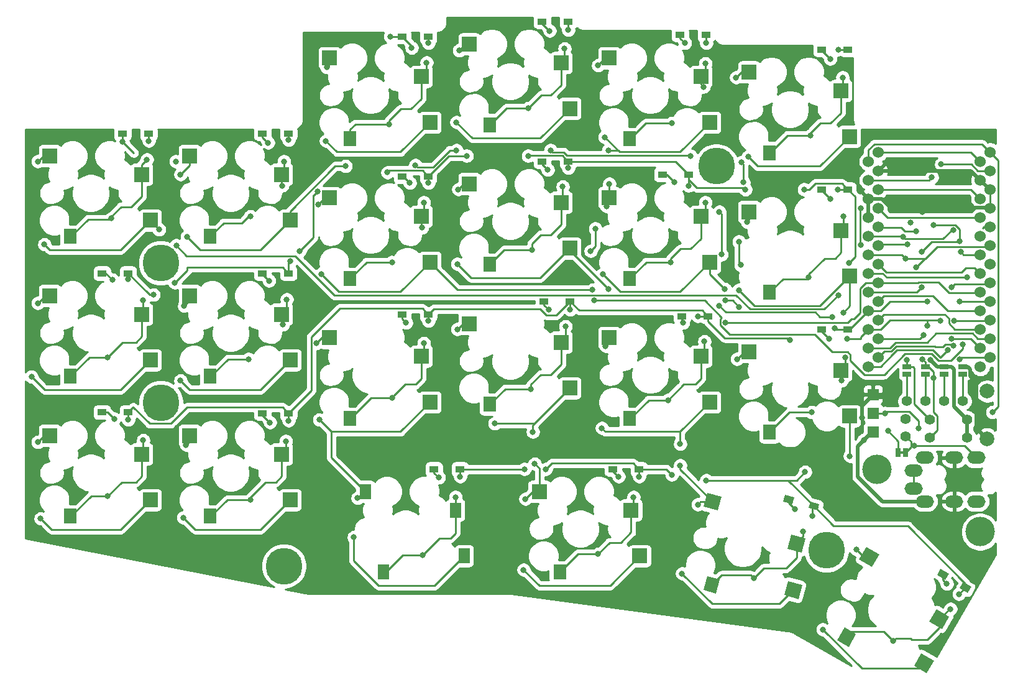
<source format=gbr>
%TF.GenerationSoftware,KiCad,Pcbnew,(5.1.7)-1*%
%TF.CreationDate,2020-11-08T23:06:54+09:00*%
%TF.ProjectId,limb44,6c696d62-3434-42e6-9b69-6361645f7063,rev?*%
%TF.SameCoordinates,Original*%
%TF.FileFunction,Copper,L1,Top*%
%TF.FilePolarity,Positive*%
%FSLAX46Y46*%
G04 Gerber Fmt 4.6, Leading zero omitted, Abs format (unit mm)*
G04 Created by KiCad (PCBNEW (5.1.7)-1) date 2020-11-08 23:06:54*
%MOMM*%
%LPD*%
G01*
G04 APERTURE LIST*
%TA.AperFunction,SMDPad,CuDef*%
%ADD10R,2.000000X2.000000*%
%TD*%
%TA.AperFunction,SMDPad,CuDef*%
%ADD11R,1.800000X2.000000*%
%TD*%
%TA.AperFunction,ComponentPad*%
%ADD12C,1.397000*%
%TD*%
%TA.AperFunction,SMDPad,CuDef*%
%ADD13R,0.381000X0.381000*%
%TD*%
%TA.AperFunction,SMDPad,CuDef*%
%ADD14R,0.635000X1.143000*%
%TD*%
%TA.AperFunction,ComponentPad*%
%ADD15C,4.000000*%
%TD*%
%TA.AperFunction,ComponentPad*%
%ADD16C,5.000000*%
%TD*%
%TA.AperFunction,SMDPad,CuDef*%
%ADD17C,0.100000*%
%TD*%
%TA.AperFunction,SMDPad,CuDef*%
%ADD18R,1.300000X0.950000*%
%TD*%
%TA.AperFunction,ComponentPad*%
%ADD19O,2.500000X1.700000*%
%TD*%
%TA.AperFunction,SMDPad,CuDef*%
%ADD20R,1.524000X1.524000*%
%TD*%
%TA.AperFunction,ComponentPad*%
%ADD21C,2.000000*%
%TD*%
%TA.AperFunction,SMDPad,CuDef*%
%ADD22R,1.500000X2.000000*%
%TD*%
%TA.AperFunction,ComponentPad*%
%ADD23C,1.524000*%
%TD*%
%TA.AperFunction,SMDPad,CuDef*%
%ADD24R,1.143000X0.635000*%
%TD*%
%TA.AperFunction,ViaPad*%
%ADD25C,0.800000*%
%TD*%
%TA.AperFunction,Conductor*%
%ADD26C,0.250000*%
%TD*%
%TA.AperFunction,Conductor*%
%ADD27C,0.500000*%
%TD*%
%TA.AperFunction,Conductor*%
%ADD28C,0.254000*%
%TD*%
%TA.AperFunction,Conductor*%
%ADD29C,0.100000*%
%TD*%
G04 APERTURE END LIST*
D10*
%TO.P,SW5,1*%
%TO.N,col4*%
X141085000Y-60960000D03*
%TO.P,SW5,2*%
%TO.N,Net-(D5-Pad2)*%
X153585000Y-63500000D03*
D11*
X143885000Y-71940000D03*
D10*
%TO.P,SW5,1*%
%TO.N,col4*%
X154785000Y-69740000D03*
%TD*%
D12*
%TO.P,P1,1*%
%TO.N,Net-(J1-PadA)*%
X181483000Y-110109000D03*
%TD*%
%TO.P,P2,1*%
%TO.N,Net-(J1-PadB)*%
X181483000Y-112522000D03*
%TD*%
D13*
%TO.P,JP1,*%
%TO.N,*%
X180975000Y-114681000D03*
D14*
%TO.P,JP1,2*%
%TO.N,Net-(J1-PadB)*%
X181475380Y-114681000D03*
%TO.P,JP1,1*%
%TO.N,data*%
X180474620Y-114681000D03*
%TD*%
D10*
%TO.P,SW1,1*%
%TO.N,col0*%
X78585000Y-83065000D03*
D11*
%TO.P,SW1,2*%
%TO.N,Net-(D1-Pad2)*%
X67685000Y-85265000D03*
D10*
X77385000Y-76825000D03*
%TO.P,SW1,1*%
%TO.N,col0*%
X64885000Y-74285000D03*
%TD*%
D12*
%TO.P,J5,1*%
%TO.N,Net-(J5-Pad1)*%
X181610000Y-107707000D03*
%TO.P,J5,2*%
%TO.N,Net-(J5-Pad2)*%
X184150000Y-107707000D03*
%TO.P,J5,3*%
%TO.N,Net-(J5-Pad3)*%
X186690000Y-107707000D03*
%TO.P,J5,4*%
%TO.N,Net-(J5-Pad4)*%
X189230000Y-107707000D03*
%TD*%
D10*
%TO.P,SW18,1*%
%TO.N,col5*%
X160135000Y-100955000D03*
%TO.P,SW18,2*%
%TO.N,Net-(D18-Pad2)*%
X172635000Y-103495000D03*
D11*
X162935000Y-111935000D03*
D10*
%TO.P,SW18,1*%
%TO.N,col5*%
X173835000Y-109735000D03*
%TD*%
D15*
%TO.P,Ref\u002A\u002A,*%
%TO.N,*%
X177600000Y-117018000D03*
%TD*%
%TO.P,Ref\u002A\u002A,*%
%TO.N,*%
X191600000Y-125500000D03*
%TD*%
D16*
%TO.P,Ref\u002A\u002A,*%
%TO.N,*%
X96774000Y-130165000D03*
%TD*%
%TO.P,Ref\u002A\u002A,*%
%TO.N,*%
X170688000Y-128006000D03*
%TD*%
%TO.P,Ref\u002A\u002A,*%
%TO.N,*%
X155702000Y-75692000D03*
%TD*%
%TO.P,Ref\u002A\u002A,*%
%TO.N,*%
X80010000Y-107940000D03*
%TD*%
%TO.P,Ref\u002A\u002A,*%
%TO.N,*%
X80010000Y-88890000D03*
%TD*%
%TA.AperFunction,SMDPad,CuDef*%
D17*
%TO.P,SW22,1*%
%TO.N,col5*%
G36*
X185340831Y-143028269D02*
G01*
X184340831Y-144760319D01*
X182608781Y-143760319D01*
X183608781Y-142028269D01*
X185340831Y-143028269D01*
G37*
%TD.AperFunction*%
%TA.AperFunction,SMDPad,CuDef*%
%TO.P,SW22,2*%
%TO.N,Net-(D22-Pad2)*%
G36*
X174714552Y-139433525D02*
G01*
X173714552Y-141165575D01*
X172155706Y-140265575D01*
X173155706Y-138533525D01*
X174714552Y-139433525D01*
G37*
%TD.AperFunction*%
%TA.AperFunction,SMDPad,CuDef*%
G36*
X187421600Y-137024270D02*
G01*
X186421600Y-138756320D01*
X184689550Y-137756320D01*
X185689550Y-136024270D01*
X187421600Y-137024270D01*
G37*
%TD.AperFunction*%
%TA.AperFunction,SMDPad,CuDef*%
%TO.P,SW22,1*%
%TO.N,col5*%
G36*
X177866283Y-128574566D02*
G01*
X176866283Y-130306616D01*
X175134233Y-129306616D01*
X176134233Y-127574566D01*
X177866283Y-128574566D01*
G37*
%TD.AperFunction*%
%TD*%
D10*
%TO.P,SW12,1*%
%TO.N,col5*%
X160135000Y-81905000D03*
%TO.P,SW12,2*%
%TO.N,Net-(D12-Pad2)*%
X172635000Y-84445000D03*
D11*
X162935000Y-92885000D03*
D10*
%TO.P,SW12,1*%
%TO.N,col5*%
X173835000Y-90685000D03*
%TD*%
%TO.P,SW4,1*%
%TO.N,col3*%
X122035000Y-59065000D03*
%TO.P,SW4,2*%
%TO.N,Net-(D4-Pad2)*%
X134535000Y-61605000D03*
D11*
X124835000Y-70045000D03*
D10*
%TO.P,SW4,1*%
%TO.N,col3*%
X135735000Y-67845000D03*
%TD*%
%TO.P,SW13,1*%
%TO.N,col0*%
X64885000Y-112385000D03*
%TO.P,SW13,2*%
%TO.N,Net-(D13-Pad2)*%
X77385000Y-114925000D03*
D11*
X67685000Y-123365000D03*
D10*
%TO.P,SW13,1*%
%TO.N,col0*%
X78585000Y-121165000D03*
%TD*%
D18*
%TO.P,D11,2*%
%TO.N,Net-(D11-Pad2)*%
X148339000Y-76825000D03*
%TO.P,D11,1*%
%TO.N,row1*%
X151889000Y-76825000D03*
%TD*%
D10*
%TO.P,SW11,1*%
%TO.N,col4*%
X154785000Y-88790000D03*
D11*
%TO.P,SW11,2*%
%TO.N,Net-(D11-Pad2)*%
X143885000Y-90990000D03*
D10*
X153585000Y-82550000D03*
%TO.P,SW11,1*%
%TO.N,col4*%
X141085000Y-80010000D03*
%TD*%
%TO.P,SW8,1*%
%TO.N,col1*%
X83935000Y-93335000D03*
%TO.P,SW8,2*%
%TO.N,Net-(D8-Pad2)*%
X96435000Y-95875000D03*
D11*
X86735000Y-104315000D03*
D10*
%TO.P,SW8,1*%
%TO.N,col1*%
X97635000Y-102115000D03*
%TD*%
%TO.P,SW7,1*%
%TO.N,col0*%
X78585000Y-102115000D03*
D11*
%TO.P,SW7,2*%
%TO.N,Net-(D7-Pad2)*%
X67685000Y-104315000D03*
D10*
X77385000Y-95875000D03*
%TO.P,SW7,1*%
%TO.N,col0*%
X64885000Y-93335000D03*
%TD*%
D19*
%TO.P,J1,D*%
%TO.N,VCC*%
X184087000Y-115403000D03*
%TO.P,J1,A*%
%TO.N,Net-(J1-PadA)*%
X182587000Y-119603000D03*
%TO.P,J1,B*%
%TO.N,Net-(J1-PadB)*%
X191087000Y-115403000D03*
%TO.P,J1,C*%
%TO.N,GND*%
X188087000Y-115403000D03*
%TO.P,J1,B*%
%TO.N,Net-(J1-PadB)*%
X191087000Y-121353000D03*
%TO.P,J1,C*%
%TO.N,GND*%
X188087000Y-121353000D03*
%TO.P,J1,D*%
%TO.N,VCC*%
X184087000Y-121353000D03*
%TO.P,J1,A*%
%TO.N,Net-(J1-PadA)*%
X182587000Y-117153000D03*
%TD*%
D20*
%TO.P,J2,3*%
%TO.N,VCC*%
X177038000Y-111877000D03*
%TO.P,J2,2*%
%TO.N,led*%
X177038000Y-109337000D03*
%TO.P,J2,1*%
%TO.N,GND*%
X177038000Y-106797000D03*
%TD*%
D21*
%TO.P,RSW1,2*%
%TO.N,GND*%
X192587000Y-112851000D03*
%TO.P,RSW1,1*%
%TO.N,reset*%
X192587000Y-106351000D03*
%TD*%
D10*
%TO.P,SW2,1*%
%TO.N,col1*%
X83935000Y-74285000D03*
%TO.P,SW2,2*%
%TO.N,Net-(D2-Pad2)*%
X96435000Y-76825000D03*
D11*
X86735000Y-85265000D03*
D10*
%TO.P,SW2,1*%
%TO.N,col1*%
X97635000Y-83065000D03*
%TD*%
%TO.P,SW3,1*%
%TO.N,col2*%
X102985000Y-60960000D03*
%TO.P,SW3,2*%
%TO.N,Net-(D3-Pad2)*%
X115485000Y-63500000D03*
D11*
X105785000Y-71940000D03*
D10*
%TO.P,SW3,1*%
%TO.N,col2*%
X116685000Y-69740000D03*
%TD*%
%TO.P,SW6,1*%
%TO.N,col5*%
X173835000Y-71655000D03*
D11*
%TO.P,SW6,2*%
%TO.N,Net-(D6-Pad2)*%
X162935000Y-73855000D03*
D10*
X172635000Y-65415000D03*
%TO.P,SW6,1*%
%TO.N,col5*%
X160135000Y-62875000D03*
%TD*%
%TO.P,SW9,1*%
%TO.N,col2*%
X116685000Y-88790000D03*
D11*
%TO.P,SW9,2*%
%TO.N,Net-(D9-Pad2)*%
X105785000Y-90990000D03*
D10*
X115485000Y-82550000D03*
%TO.P,SW9,1*%
%TO.N,col2*%
X102985000Y-80010000D03*
%TD*%
%TO.P,SW10,1*%
%TO.N,col3*%
X135735000Y-86875000D03*
D11*
%TO.P,SW10,2*%
%TO.N,Net-(D10-Pad2)*%
X124835000Y-89075000D03*
D10*
X134535000Y-80635000D03*
%TO.P,SW10,1*%
%TO.N,col3*%
X122035000Y-78095000D03*
%TD*%
%TO.P,SW14,1*%
%TO.N,col1*%
X97635000Y-121165000D03*
D11*
%TO.P,SW14,2*%
%TO.N,Net-(D14-Pad2)*%
X86735000Y-123365000D03*
D10*
X96435000Y-114925000D03*
%TO.P,SW14,1*%
%TO.N,col1*%
X83935000Y-112385000D03*
%TD*%
%TO.P,SW15,1*%
%TO.N,col2*%
X102985000Y-99060000D03*
%TO.P,SW15,2*%
%TO.N,Net-(D15-Pad2)*%
X115485000Y-101600000D03*
D11*
X105785000Y-110040000D03*
D10*
%TO.P,SW15,1*%
%TO.N,col2*%
X116685000Y-107840000D03*
%TD*%
%TO.P,SW16,1*%
%TO.N,col3*%
X135735000Y-105925000D03*
D11*
%TO.P,SW16,2*%
%TO.N,Net-(D16-Pad2)*%
X124835000Y-108125000D03*
D10*
X134535000Y-99685000D03*
%TO.P,SW16,1*%
%TO.N,col3*%
X122035000Y-97145000D03*
%TD*%
%TO.P,SW17,1*%
%TO.N,col4*%
X154785000Y-107840000D03*
D11*
%TO.P,SW17,2*%
%TO.N,Net-(D17-Pad2)*%
X143885000Y-110040000D03*
D10*
X153585000Y-101600000D03*
%TO.P,SW17,1*%
%TO.N,col4*%
X141085000Y-99060000D03*
%TD*%
D22*
%TO.P,SW19,1*%
%TO.N,col2*%
X121340000Y-128785000D03*
%TO.P,SW19,2*%
%TO.N,Net-(D19-Pad2)*%
X110340000Y-130985000D03*
X120140000Y-122544999D03*
%TO.P,SW19,1*%
%TO.N,col2*%
X107840000Y-120005000D03*
%TD*%
D10*
%TO.P,SW20,1*%
%TO.N,col3*%
X145250000Y-128785000D03*
D11*
%TO.P,SW20,2*%
%TO.N,Net-(D20-Pad2)*%
X134350000Y-130985000D03*
D10*
X144050000Y-122545000D03*
%TO.P,SW20,1*%
%TO.N,col3*%
X131550000Y-120005000D03*
%TD*%
%TA.AperFunction,SMDPad,CuDef*%
D17*
%TO.P,SW21,1*%
%TO.N,col4*%
G36*
X156415361Y-120686603D02*
G01*
X155897723Y-122618455D01*
X153965871Y-122100817D01*
X154483509Y-120168965D01*
X156415361Y-120686603D01*
G37*
%TD.AperFunction*%
%TA.AperFunction,SMDPad,CuDef*%
%TO.P,SW21,2*%
%TO.N,Net-(D21-Pad2)*%
G36*
X167832034Y-126375293D02*
G01*
X167314396Y-128307145D01*
X165382544Y-127789507D01*
X165900182Y-125857655D01*
X167832034Y-126375293D01*
G37*
%TD.AperFunction*%
%TA.AperFunction,SMDPad,CuDef*%
G36*
X156181527Y-131991280D02*
G01*
X155663889Y-133923132D01*
X153925223Y-133457258D01*
X154442861Y-131525406D01*
X156181527Y-131991280D01*
G37*
%TD.AperFunction*%
%TA.AperFunction,SMDPad,CuDef*%
%TO.P,SW21,1*%
%TO.N,col4*%
G36*
X167376114Y-132713253D02*
G01*
X166858476Y-134645105D01*
X164926624Y-134127467D01*
X165444262Y-132195615D01*
X167376114Y-132713253D01*
G37*
%TD.AperFunction*%
%TD*%
D23*
%TO.P,U1,24*%
%TO.N,Net-(U1-Pad24)*%
X177729400Y-73787000D03*
%TO.P,U1,23*%
%TO.N,GND*%
X177729400Y-76327000D03*
%TO.P,U1,22*%
%TO.N,reset*%
X177729400Y-78867000D03*
%TO.P,U1,21*%
%TO.N,VCC*%
X177729400Y-81407000D03*
%TO.P,U1,20*%
%TO.N,col0*%
X177729400Y-83947000D03*
%TO.P,U1,19*%
%TO.N,col1*%
X177729400Y-86487000D03*
%TO.P,U1,18*%
%TO.N,col2*%
X177729400Y-89027000D03*
%TO.P,U1,17*%
%TO.N,col3*%
X177729400Y-91567000D03*
%TO.P,U1,16*%
%TO.N,col4*%
X177729400Y-94107000D03*
%TO.P,U1,15*%
%TO.N,col5*%
X177729400Y-96647000D03*
%TO.P,U1,14*%
%TO.N,Net-(U1-Pad14)*%
X177729400Y-99187000D03*
%TO.P,U1,13*%
%TO.N,Net-(U1-Pad13)*%
X177729400Y-101727000D03*
%TO.P,U1,12*%
%TO.N,Net-(U1-Pad12)*%
X192949400Y-101727000D03*
%TO.P,U1,11*%
%TO.N,Net-(U1-Pad11)*%
X192949400Y-99187000D03*
%TO.P,U1,10*%
%TO.N,row3*%
X192949400Y-96647000D03*
%TO.P,U1,9*%
%TO.N,row2*%
X192949400Y-94107000D03*
%TO.P,U1,8*%
%TO.N,row1*%
X192949400Y-91567000D03*
%TO.P,U1,7*%
%TO.N,row0*%
X192949400Y-89027000D03*
%TO.P,U1,6*%
%TO.N,scl*%
X192949400Y-86487000D03*
%TO.P,U1,5*%
%TO.N,sda*%
X192949400Y-83947000D03*
%TO.P,U1,4*%
%TO.N,GND*%
X192949400Y-81407000D03*
%TO.P,U1,3*%
X192949400Y-78867000D03*
%TO.P,U1,2*%
%TO.N,data*%
X192949400Y-76327000D03*
%TO.P,U1,1*%
%TO.N,led*%
X192949400Y-73787000D03*
X176403000Y-75057000D03*
%TO.P,U1,2*%
%TO.N,data*%
X176403000Y-77597000D03*
%TO.P,U1,3*%
%TO.N,GND*%
X176403000Y-80137000D03*
%TO.P,U1,4*%
X176403000Y-82677000D03*
%TO.P,U1,5*%
%TO.N,sda*%
X176403000Y-85217000D03*
%TO.P,U1,6*%
%TO.N,scl*%
X176403000Y-87757000D03*
%TO.P,U1,7*%
%TO.N,row0*%
X176403000Y-90297000D03*
%TO.P,U1,8*%
%TO.N,row1*%
X176403000Y-92837000D03*
%TO.P,U1,9*%
%TO.N,row2*%
X176403000Y-95377000D03*
%TO.P,U1,10*%
%TO.N,row3*%
X176403000Y-97917000D03*
%TO.P,U1,11*%
%TO.N,Net-(U1-Pad11)*%
X176403000Y-100457000D03*
%TO.P,U1,12*%
%TO.N,Net-(U1-Pad12)*%
X176403000Y-102997000D03*
%TO.P,U1,13*%
%TO.N,Net-(U1-Pad13)*%
X191643000Y-102997000D03*
%TO.P,U1,14*%
%TO.N,Net-(U1-Pad14)*%
X191643000Y-100457000D03*
%TO.P,U1,15*%
%TO.N,col5*%
X191643000Y-97917000D03*
%TO.P,U1,16*%
%TO.N,col4*%
X191643000Y-95377000D03*
%TO.P,U1,17*%
%TO.N,col3*%
X191643000Y-92837000D03*
%TO.P,U1,18*%
%TO.N,col2*%
X191643000Y-90297000D03*
%TO.P,U1,19*%
%TO.N,col1*%
X191643000Y-87757000D03*
%TO.P,U1,20*%
%TO.N,col0*%
X191643000Y-85217000D03*
%TO.P,U1,21*%
%TO.N,VCC*%
X191643000Y-82677000D03*
%TO.P,U1,22*%
%TO.N,reset*%
X191643000Y-80137000D03*
%TO.P,U1,23*%
%TO.N,GND*%
X191643000Y-77597000D03*
%TO.P,U1,24*%
%TO.N,Net-(U1-Pad24)*%
X191643000Y-75057000D03*
%TD*%
D18*
%TO.P,D1,1*%
%TO.N,row0*%
X78359000Y-71237000D03*
%TO.P,D1,2*%
%TO.N,Net-(D1-Pad2)*%
X74809000Y-71237000D03*
%TD*%
%TO.P,D2,1*%
%TO.N,row0*%
X97409000Y-71237000D03*
%TO.P,D2,2*%
%TO.N,Net-(D2-Pad2)*%
X93859000Y-71237000D03*
%TD*%
%TO.P,D3,2*%
%TO.N,Net-(D3-Pad2)*%
X112906000Y-58029000D03*
%TO.P,D3,1*%
%TO.N,row0*%
X116456000Y-58029000D03*
%TD*%
%TO.P,D4,2*%
%TO.N,Net-(D4-Pad2)*%
X131959000Y-55997000D03*
%TO.P,D4,1*%
%TO.N,row0*%
X135509000Y-55997000D03*
%TD*%
%TO.P,D5,2*%
%TO.N,Net-(D5-Pad2)*%
X150752000Y-57775000D03*
%TO.P,D5,1*%
%TO.N,row0*%
X154302000Y-57775000D03*
%TD*%
%TO.P,D6,2*%
%TO.N,Net-(D6-Pad2)*%
X170056000Y-59807000D03*
%TO.P,D6,1*%
%TO.N,row0*%
X173606000Y-59807000D03*
%TD*%
%TO.P,D7,1*%
%TO.N,row1*%
X75562000Y-90287000D03*
%TO.P,D7,2*%
%TO.N,Net-(D7-Pad2)*%
X72012000Y-90287000D03*
%TD*%
%TO.P,D8,2*%
%TO.N,Net-(D8-Pad2)*%
X93856000Y-90287000D03*
%TO.P,D8,1*%
%TO.N,row1*%
X97406000Y-90287000D03*
%TD*%
%TO.P,D9,1*%
%TO.N,row1*%
X116456000Y-77079000D03*
%TO.P,D9,2*%
%TO.N,Net-(D9-Pad2)*%
X112906000Y-77079000D03*
%TD*%
%TO.P,D10,2*%
%TO.N,Net-(D10-Pad2)*%
X131956000Y-75047000D03*
%TO.P,D10,1*%
%TO.N,row1*%
X135506000Y-75047000D03*
%TD*%
%TO.P,D12,1*%
%TO.N,row1*%
X173606000Y-78857000D03*
%TO.P,D12,2*%
%TO.N,Net-(D12-Pad2)*%
X170056000Y-78857000D03*
%TD*%
%TO.P,D13,2*%
%TO.N,Net-(D13-Pad2)*%
X72012000Y-109210000D03*
%TO.P,D13,1*%
%TO.N,row2*%
X75562000Y-109210000D03*
%TD*%
%TO.P,D14,2*%
%TO.N,Net-(D14-Pad2)*%
X93859000Y-109337000D03*
%TO.P,D14,1*%
%TO.N,row2*%
X97409000Y-109337000D03*
%TD*%
%TO.P,D15,1*%
%TO.N,row2*%
X116459000Y-95875000D03*
%TO.P,D15,2*%
%TO.N,Net-(D15-Pad2)*%
X112909000Y-95875000D03*
%TD*%
%TO.P,D16,1*%
%TO.N,row2*%
X135760000Y-94097000D03*
%TO.P,D16,2*%
%TO.N,Net-(D16-Pad2)*%
X132210000Y-94097000D03*
%TD*%
%TO.P,D17,1*%
%TO.N,row2*%
X154559000Y-96129000D03*
%TO.P,D17,2*%
%TO.N,Net-(D17-Pad2)*%
X151009000Y-96129000D03*
%TD*%
%TO.P,D18,2*%
%TO.N,Net-(D18-Pad2)*%
X170056000Y-97907000D03*
%TO.P,D18,1*%
%TO.N,row2*%
X173606000Y-97907000D03*
%TD*%
%TO.P,D19,1*%
%TO.N,row3*%
X120774000Y-116957000D03*
%TO.P,D19,2*%
%TO.N,Net-(D19-Pad2)*%
X117224000Y-116957000D03*
%TD*%
%TO.P,D20,1*%
%TO.N,row3*%
X145161000Y-116957000D03*
%TO.P,D20,2*%
%TO.N,Net-(D20-Pad2)*%
X141611000Y-116957000D03*
%TD*%
%TA.AperFunction,SMDPad,CuDef*%
D17*
%TO.P,D21,1*%
%TO.N,row3*%
G36*
X169724309Y-121697822D02*
G01*
X169478431Y-122615451D01*
X168222727Y-122278986D01*
X168468605Y-121361357D01*
X169724309Y-121697822D01*
G37*
%TD.AperFunction*%
%TA.AperFunction,SMDPad,CuDef*%
%TO.P,D21,2*%
%TO.N,Net-(D21-Pad2)*%
G36*
X166295273Y-120779014D02*
G01*
X166049395Y-121696643D01*
X164793691Y-121360178D01*
X165039569Y-120442549D01*
X166295273Y-120779014D01*
G37*
%TD.AperFunction*%
%TD*%
%TA.AperFunction,SMDPad,CuDef*%
%TO.P,D22,2*%
%TO.N,Net-(D22-Pad2)*%
G36*
X187350222Y-131223138D02*
G01*
X186875222Y-132045862D01*
X185749388Y-131395862D01*
X186224388Y-130573138D01*
X187350222Y-131223138D01*
G37*
%TD.AperFunction*%
%TA.AperFunction,SMDPad,CuDef*%
%TO.P,D22,1*%
%TO.N,row3*%
G36*
X190424612Y-132998138D02*
G01*
X189949612Y-133820862D01*
X188823778Y-133170862D01*
X189298778Y-132348138D01*
X190424612Y-132998138D01*
G37*
%TD.AperFunction*%
%TD*%
D24*
%TO.P,JP2,2*%
%TO.N,GND*%
X189230000Y-102997000D03*
%TO.P,JP2,1*%
%TO.N,Net-(J5-Pad4)*%
X189230000Y-103997760D03*
%TD*%
%TO.P,JP3,1*%
%TO.N,Net-(J5-Pad3)*%
X186690000Y-104005380D03*
%TO.P,JP3,2*%
%TO.N,VCC*%
X186690000Y-103004620D03*
%TD*%
%TO.P,JP4,2*%
%TO.N,scl*%
X184150000Y-103004620D03*
%TO.P,JP4,1*%
%TO.N,Net-(J5-Pad2)*%
X184150000Y-104005380D03*
%TD*%
%TO.P,JP5,2*%
%TO.N,sda*%
X181610000Y-103004620D03*
%TO.P,JP5,1*%
%TO.N,Net-(J5-Pad1)*%
X181610000Y-104005380D03*
%TD*%
D12*
%TO.P,R1,1*%
%TO.N,VCC*%
X189865000Y-110236000D03*
%TO.P,R1,2*%
%TO.N,sda*%
X184785000Y-110236000D03*
%TD*%
%TO.P,R2,2*%
%TO.N,scl*%
X184785000Y-112649000D03*
%TO.P,R2,1*%
%TO.N,VCC*%
X189865000Y-112649000D03*
%TD*%
D25*
%TO.N,row0*%
X78359000Y-72253000D03*
X189847880Y-90842000D03*
X97409000Y-72126000D03*
X116459000Y-58918000D03*
X135509000Y-57140000D03*
X154305000Y-58918000D03*
X172339000Y-59807000D03*
X175387000Y-81397000D03*
X175330359Y-86430742D03*
%TO.N,Net-(D1-Pad2)*%
X78105000Y-74793000D03*
X73279000Y-82794000D03*
X74803000Y-72380000D03*
%TO.N,Net-(D2-Pad2)*%
X94615000Y-72507000D03*
X96774000Y-75047000D03*
X92202000Y-82540000D03*
X96520000Y-78359000D03*
%TO.N,Net-(D3-Pad2)*%
X116205000Y-61585000D03*
X111125000Y-69967000D03*
X114173000Y-59579001D03*
X111252000Y-58029000D03*
%TO.N,Net-(D4-Pad2)*%
X132969000Y-57267000D03*
X135001000Y-59680000D03*
X130048000Y-67808000D03*
%TO.N,Net-(D5-Pad2)*%
X151384000Y-58918000D03*
X154178000Y-61712000D03*
X149587748Y-69847441D03*
X153924000Y-64897000D03*
%TO.N,Net-(D6-Pad2)*%
X171196000Y-61077000D03*
X172881000Y-63617000D03*
X168529000Y-71491000D03*
%TO.N,row1*%
X97663000Y-88638999D03*
X98933000Y-87239000D03*
X173736000Y-88890000D03*
X75565000Y-91049000D03*
X116459000Y-77968000D03*
X135509000Y-75936000D03*
X172212000Y-78857000D03*
X183642000Y-92192000D03*
X187706000Y-92192000D03*
X151892000Y-78359000D03*
X81915000Y-91567000D03*
X78994000Y-93218000D03*
X130048000Y-74295000D03*
X121666000Y-74295000D03*
X159641281Y-78875605D03*
X167640000Y-78867000D03*
X110871000Y-76553989D03*
X101345358Y-79129948D03*
%TO.N,Net-(D7-Pad2)*%
X73406000Y-91176000D03*
X77597000Y-93970000D03*
X72771000Y-101717000D03*
%TO.N,Net-(D8-Pad2)*%
X94742000Y-91303000D03*
X97155000Y-93843000D03*
X91948000Y-101971000D03*
X96647000Y-97282000D03*
%TO.N,Net-(D9-Pad2)*%
X113919000Y-77968000D03*
X115824000Y-80635000D03*
X111485175Y-88762730D03*
X115570000Y-84074000D03*
%TO.N,Net-(D10-Pad2)*%
X132715000Y-76190000D03*
X134747000Y-78476000D03*
X130548512Y-87112853D03*
%TO.N,Net-(D11-Pad2)*%
X149987000Y-77841000D03*
X154178000Y-80635000D03*
X149479000Y-88763000D03*
%TO.N,Net-(D12-Pad2)*%
X171196000Y-80127000D03*
X172974000Y-82540000D03*
X168275000Y-90795000D03*
%TO.N,Net-(D13-Pad2)*%
X73660000Y-110099000D03*
X77597000Y-113020000D03*
X72771000Y-120640000D03*
%TO.N,row2*%
X165735000Y-99367001D03*
X171831000Y-97743000D03*
X75565000Y-110226000D03*
X97409000Y-110353000D03*
X116459000Y-96764000D03*
X135763000Y-95240000D03*
X153162000Y-96129000D03*
X184404000Y-94097000D03*
X188849000Y-94097000D03*
%TO.N,Net-(D14-Pad2)*%
X94869000Y-110607000D03*
X97028000Y-113147000D03*
X92202000Y-121148000D03*
%TO.N,Net-(D15-Pad2)*%
X113411000Y-97018000D03*
X115824000Y-99812000D03*
X111559690Y-107284908D03*
%TO.N,Net-(D16-Pad2)*%
X132842000Y-95240000D03*
X135128000Y-97526000D03*
X130429000Y-106035000D03*
%TO.N,Net-(D17-Pad2)*%
X151130000Y-97018000D03*
X154051000Y-99558000D03*
X149098000Y-107559000D03*
%TO.N,Net-(D18-Pad2)*%
X171069000Y-99177000D03*
X173228000Y-101717000D03*
X168656000Y-109210000D03*
X172720000Y-104902000D03*
%TO.N,row3*%
X129540000Y-116957000D03*
X132461000Y-116957000D03*
X149606000Y-117719000D03*
X154305000Y-118481000D03*
X120777000Y-117973000D03*
X145161000Y-117973000D03*
X168783000Y-123307000D03*
X188722000Y-133975000D03*
X184404000Y-97399000D03*
X186182000Y-96764000D03*
X188087000Y-96764000D03*
X167767000Y-117348000D03*
X173482000Y-99187000D03*
%TO.N,Net-(D19-Pad2)*%
X117856000Y-118100000D03*
X120142000Y-120767000D03*
X115697000Y-128641000D03*
%TO.N,Net-(D20-Pad2)*%
X142367000Y-117973000D03*
X144399000Y-120767000D03*
X139573000Y-128514000D03*
%TO.N,Net-(D21-Pad2)*%
X166370000Y-122418000D03*
X167513000Y-125466000D03*
X160782000Y-131816000D03*
%TO.N,Net-(D22-Pad2)*%
X187071000Y-132578000D03*
X187579000Y-136007000D03*
X179771311Y-140394051D03*
%TO.N,VCC*%
X175768000Y-113030000D03*
X184812153Y-102066740D03*
%TO.N,data*%
X186309000Y-75428000D03*
X183642000Y-87366000D03*
X188849000Y-85942000D03*
X185293000Y-83683000D03*
X185039000Y-77206000D03*
X179070000Y-111760000D03*
%TO.N,GND*%
X175514000Y-109972000D03*
X183769000Y-81952000D03*
X182118000Y-83402000D03*
X179324000Y-107188000D03*
%TO.N,led*%
X183261000Y-111379000D03*
X193294000Y-109220000D03*
X178689000Y-109347000D03*
%TO.N,sda*%
X181102000Y-85334000D03*
X187933548Y-84431442D03*
X181610000Y-102087118D03*
%TO.N,scl*%
X181446000Y-88255000D03*
X183769000Y-101981000D03*
X182880000Y-89435000D03*
X185293000Y-104521000D03*
%TO.N,col0*%
X63246000Y-94351000D03*
X62385000Y-104356000D03*
X63246000Y-113274000D03*
X63627000Y-123688000D03*
X182880000Y-84572000D03*
X63246000Y-75047000D03*
X64135000Y-86350000D03*
X172274653Y-93270653D03*
X79756000Y-84328000D03*
X82110001Y-86487000D03*
%TO.N,col1*%
X82677000Y-76825000D03*
X82042000Y-75047000D03*
X83185000Y-94732000D03*
X82677000Y-104892000D03*
X83439000Y-113655000D03*
X83058000Y-123561000D03*
X83566000Y-85334000D03*
X156083000Y-94732000D03*
X188976000Y-87394999D03*
X181737000Y-86350000D03*
X171450000Y-96256000D03*
X156381357Y-87723961D03*
X156083000Y-81915000D03*
X152146000Y-74295000D03*
X133096000Y-73521999D03*
X120269000Y-73521999D03*
X114681000Y-75553999D03*
X105156000Y-75692000D03*
%TO.N,col2*%
X102616000Y-62220000D03*
X102489000Y-72253000D03*
X101473000Y-80889000D03*
X101854000Y-90414000D03*
X101219000Y-99812000D03*
X101600000Y-110226000D03*
X138811000Y-92540011D03*
X139060000Y-93990011D03*
X106807000Y-120894000D03*
X106299000Y-126228000D03*
X189230000Y-99939000D03*
%TO.N,col3*%
X120650000Y-59934000D03*
X120269000Y-69713000D03*
X120523000Y-78857000D03*
X120396000Y-89017000D03*
X120396000Y-97907000D03*
X125476000Y-110734000D03*
X129667000Y-121021000D03*
X129413000Y-130673000D03*
X140970000Y-92446000D03*
X156910000Y-97018000D03*
X130937000Y-116232000D03*
X130683000Y-111887000D03*
%TO.N,col4*%
X139573000Y-61966000D03*
X140462000Y-71745000D03*
X140716000Y-81143000D03*
X140208000Y-90414000D03*
X140589000Y-100193000D03*
X140081000Y-111369000D03*
X153162000Y-121783000D03*
X151003000Y-131181000D03*
X156845000Y-92446000D03*
X156910000Y-93990011D03*
X158750000Y-94859000D03*
X150749000Y-116459000D03*
X150749000Y-113538000D03*
X140970000Y-73521999D03*
X138557000Y-87249000D03*
X139192000Y-84201000D03*
X141097000Y-78105000D03*
%TO.N,col5*%
X158369000Y-63617000D03*
X160020000Y-74412000D03*
X159893000Y-83302000D03*
X158750000Y-92573000D03*
X158496000Y-101971000D03*
X173863000Y-115179000D03*
X170180000Y-138801000D03*
X174752000Y-127879000D03*
X172974000Y-95621000D03*
X159385000Y-77909001D03*
X159131000Y-75184000D03*
X159004000Y-89154000D03*
X158750000Y-85979000D03*
%TO.N,Net-(U1-Pad12)*%
X187198000Y-100701000D03*
X188851872Y-101987434D03*
%TO.N,Net-(U1-Pad13)*%
X188017117Y-100127373D03*
%TO.N,Net-(U1-Pad14)*%
X187706000Y-99177000D03*
X183896000Y-98679000D03*
%TO.N,Net-(J1-PadB)*%
X182626000Y-113792000D03*
%TD*%
D26*
%TO.N,row0*%
X178362990Y-90297000D02*
X178907990Y-90842000D01*
X178907990Y-90842000D02*
X189847880Y-90842000D01*
X176403000Y-90297000D02*
X178362990Y-90297000D01*
X78359000Y-71237000D02*
X78359000Y-72253000D01*
X97409000Y-71237000D02*
X97409000Y-72126000D01*
X116456000Y-58915000D02*
X116459000Y-58918000D01*
X116456000Y-58029000D02*
X116456000Y-58915000D01*
X135509000Y-57140000D02*
X135509000Y-55997000D01*
X154305000Y-57778000D02*
X154302000Y-57775000D01*
X154305000Y-58918000D02*
X154305000Y-57778000D01*
X172339000Y-59807000D02*
X173606000Y-59807000D01*
X175315999Y-86416382D02*
X175330359Y-86430742D01*
X175315999Y-81468001D02*
X175315999Y-86416382D01*
X175387000Y-81397000D02*
X175315999Y-81468001D01*
%TO.N,Net-(D1-Pad2)*%
X77385000Y-75513000D02*
X78105000Y-74793000D01*
X77385000Y-76825000D02*
X77385000Y-75513000D01*
X75997003Y-81239999D02*
X74586307Y-81239999D01*
X77385000Y-79852002D02*
X75997003Y-81239999D01*
X77385000Y-76825000D02*
X77385000Y-79852002D01*
X67783998Y-85265000D02*
X70124345Y-82924653D01*
X67685000Y-85265000D02*
X67783998Y-85265000D01*
X73279000Y-82547306D02*
X73279000Y-82794000D01*
X74586307Y-81239999D02*
X73279000Y-82547306D01*
X73148347Y-82924653D02*
X73279000Y-82794000D01*
X70124345Y-82924653D02*
X73148347Y-82924653D01*
X76327000Y-73904000D02*
X74803000Y-72380000D01*
X74803000Y-72380000D02*
X74803000Y-71237000D01*
%TO.N,Net-(D2-Pad2)*%
X93859000Y-71751000D02*
X94615000Y-72507000D01*
X93859000Y-71237000D02*
X93859000Y-71751000D01*
X96774000Y-76486000D02*
X96435000Y-76825000D01*
X96774000Y-75047000D02*
X96774000Y-76486000D01*
X86735000Y-85265000D02*
X86833998Y-85265000D01*
X88560001Y-83439999D02*
X91059999Y-83439999D01*
X86735000Y-85265000D02*
X88560001Y-83439999D01*
X91959998Y-82540000D02*
X92202000Y-82540000D01*
X91059999Y-83439999D02*
X91959998Y-82540000D01*
X96435000Y-78274000D02*
X96520000Y-78359000D01*
X96435000Y-76825000D02*
X96435000Y-78274000D01*
%TO.N,Net-(D3-Pad2)*%
X112906000Y-58029000D02*
X112906000Y-58312001D01*
X116205000Y-62780000D02*
X115485000Y-63500000D01*
X116205000Y-61585000D02*
X116205000Y-62780000D01*
X111125000Y-69498998D02*
X111125000Y-69967000D01*
X112708999Y-67914999D02*
X111125000Y-69498998D01*
X114097003Y-67914999D02*
X112708999Y-67914999D01*
X115485000Y-66527002D02*
X114097003Y-67914999D01*
X115485000Y-63500000D02*
X115485000Y-66527002D01*
X106508000Y-69967000D02*
X111125000Y-69967000D01*
X105785000Y-70690000D02*
X106508000Y-69967000D01*
X105785000Y-71940000D02*
X105785000Y-70690000D01*
X112906000Y-58029000D02*
X112906000Y-58032000D01*
X114173000Y-59299000D02*
X114173000Y-59579001D01*
X112906000Y-58032000D02*
X114173000Y-59299000D01*
X111252000Y-58029000D02*
X112906000Y-58029000D01*
%TO.N,Net-(D4-Pad2)*%
X131959000Y-56257000D02*
X132969000Y-57267000D01*
X131959000Y-55997000D02*
X131959000Y-56257000D01*
X135001000Y-61139000D02*
X134535000Y-61605000D01*
X135001000Y-59680000D02*
X135001000Y-61139000D01*
X131836001Y-66019999D02*
X130048000Y-67808000D01*
X133147003Y-66019999D02*
X131836001Y-66019999D01*
X134535000Y-64632002D02*
X133147003Y-66019999D01*
X134535000Y-61605000D02*
X134535000Y-64632002D01*
X127072000Y-67808000D02*
X130048000Y-67808000D01*
X124835000Y-70045000D02*
X127072000Y-67808000D01*
%TO.N,Net-(D5-Pad2)*%
X150752000Y-58286000D02*
X151384000Y-58918000D01*
X150752000Y-57775000D02*
X150752000Y-58286000D01*
X154178000Y-62907000D02*
X153585000Y-63500000D01*
X154178000Y-61712000D02*
X154178000Y-62907000D01*
X146076557Y-69847441D02*
X149587748Y-69847441D01*
X143983998Y-71940000D02*
X146076557Y-69847441D01*
X143885000Y-71940000D02*
X143983998Y-71940000D01*
X153585000Y-64558000D02*
X153924000Y-64897000D01*
X153585000Y-63500000D02*
X153585000Y-64558000D01*
%TO.N,Net-(D6-Pad2)*%
X170056000Y-59937000D02*
X171196000Y-61077000D01*
X170056000Y-59807000D02*
X170056000Y-59937000D01*
X172881000Y-65169000D02*
X172635000Y-65415000D01*
X172881000Y-63617000D02*
X172881000Y-65169000D01*
X168529000Y-71159998D02*
X168529000Y-71491000D01*
X169858999Y-69829999D02*
X168529000Y-71159998D01*
X171247003Y-69829999D02*
X169858999Y-69829999D01*
X172635000Y-68442002D02*
X171247003Y-69829999D01*
X172635000Y-65415000D02*
X172635000Y-68442002D01*
X165397998Y-71491000D02*
X168529000Y-71491000D01*
X163033998Y-73855000D02*
X165397998Y-71491000D01*
X162935000Y-73855000D02*
X163033998Y-73855000D01*
%TO.N,row1*%
X178068162Y-92837000D02*
X176403000Y-92837000D01*
X97406000Y-88895999D02*
X97663000Y-88638999D01*
X97406000Y-90287000D02*
X97406000Y-88895999D01*
X115655999Y-76278999D02*
X116456000Y-77079000D01*
X100747999Y-85424001D02*
X100747999Y-79661999D01*
X98933000Y-87239000D02*
X100747999Y-85424001D01*
X134705999Y-74246999D02*
X135506000Y-75047000D01*
X135506000Y-75047000D02*
X150111000Y-75047000D01*
X75562000Y-91046000D02*
X75565000Y-91049000D01*
X75562000Y-90287000D02*
X75562000Y-91046000D01*
X116459000Y-77082000D02*
X116456000Y-77079000D01*
X116459000Y-77968000D02*
X116459000Y-77082000D01*
X135509000Y-75050000D02*
X135506000Y-75047000D01*
X135509000Y-75936000D02*
X135509000Y-75050000D01*
X151892000Y-76828000D02*
X151889000Y-76825000D01*
X172212000Y-78857000D02*
X173606000Y-78857000D01*
X182997000Y-92837000D02*
X183642000Y-92192000D01*
X178068162Y-92837000D02*
X182997000Y-92837000D01*
X192766401Y-91749999D02*
X192949400Y-91567000D01*
X188148001Y-91749999D02*
X192766401Y-91749999D01*
X187706000Y-92192000D02*
X188148001Y-91749999D01*
X173606000Y-78857000D02*
X174590999Y-79841999D01*
X174590999Y-88035001D02*
X173736000Y-88890000D01*
X174590999Y-79841999D02*
X174590999Y-88035001D01*
X151889000Y-78356000D02*
X151892000Y-78359000D01*
X151889000Y-76825000D02*
X151889000Y-78356000D01*
X151889000Y-77550000D02*
X151889000Y-76825000D01*
X152973001Y-78634001D02*
X151889000Y-77550000D01*
X151889000Y-76825000D02*
X150111000Y-75047000D01*
X83594003Y-89486999D02*
X96605999Y-89486999D01*
X96605999Y-89486999D02*
X97406000Y-90287000D01*
X75562000Y-90287000D02*
X78239000Y-92964000D01*
X83594003Y-89887997D02*
X81915000Y-91567000D01*
X83594003Y-89486999D02*
X83594003Y-89887997D01*
X78493000Y-93218000D02*
X78239000Y-92964000D01*
X78994000Y-93218000D02*
X78493000Y-93218000D01*
X130096001Y-74246999D02*
X130048000Y-74295000D01*
X134705999Y-74246999D02*
X130096001Y-74246999D01*
X119240000Y-74295000D02*
X116456000Y-77079000D01*
X121666000Y-74295000D02*
X119240000Y-74295000D01*
X159399677Y-78634001D02*
X159641281Y-78875605D01*
X152973001Y-78634001D02*
X159399677Y-78634001D01*
X172805999Y-78056999D02*
X173606000Y-78857000D01*
X169145999Y-78056999D02*
X172805999Y-78056999D01*
X168335998Y-78867000D02*
X169145999Y-78056999D01*
X167640000Y-78867000D02*
X168335998Y-78867000D01*
X111145990Y-76278999D02*
X110871000Y-76553989D01*
X115655999Y-76278999D02*
X111145990Y-76278999D01*
X100813307Y-79661999D02*
X100747999Y-79661999D01*
X101345358Y-79129948D02*
X100813307Y-79661999D01*
%TO.N,Net-(D7-Pad2)*%
X72517000Y-90287000D02*
X73406000Y-91176000D01*
X72012000Y-90287000D02*
X72517000Y-90287000D01*
X77597000Y-95663000D02*
X77385000Y-95875000D01*
X77597000Y-93970000D02*
X77597000Y-95663000D01*
X76597001Y-99690001D02*
X74797999Y-99690001D01*
X74797999Y-99690001D02*
X72771000Y-101717000D01*
X77385000Y-98902002D02*
X76597001Y-99690001D01*
X77385000Y-95875000D02*
X77385000Y-98902002D01*
X70283000Y-101717000D02*
X72771000Y-101717000D01*
X67685000Y-104315000D02*
X70283000Y-101717000D01*
%TO.N,Net-(D8-Pad2)*%
X93856000Y-90417000D02*
X94742000Y-91303000D01*
X93856000Y-90287000D02*
X93856000Y-90417000D01*
X97155000Y-95155000D02*
X96435000Y-95875000D01*
X97155000Y-93843000D02*
X97155000Y-95155000D01*
X89177998Y-101971000D02*
X91948000Y-101971000D01*
X86833998Y-104315000D02*
X89177998Y-101971000D01*
X86735000Y-104315000D02*
X86833998Y-104315000D01*
X96435000Y-97070000D02*
X96647000Y-97282000D01*
X96435000Y-95875000D02*
X96435000Y-97070000D01*
%TO.N,Net-(D9-Pad2)*%
X113030000Y-77079000D02*
X113919000Y-77968000D01*
X112906000Y-77079000D02*
X113030000Y-77079000D01*
X115824000Y-82211000D02*
X115485000Y-82550000D01*
X115824000Y-80635000D02*
X115824000Y-82211000D01*
X108012270Y-88762730D02*
X111485175Y-88762730D01*
X105785000Y-90990000D02*
X108012270Y-88762730D01*
X115485000Y-83989000D02*
X115570000Y-84074000D01*
X115485000Y-82550000D02*
X115485000Y-83989000D01*
%TO.N,Net-(D10-Pad2)*%
X131956000Y-75431000D02*
X132715000Y-76190000D01*
X131956000Y-75047000D02*
X131956000Y-75431000D01*
X134747000Y-80423000D02*
X134535000Y-80635000D01*
X134747000Y-78476000D02*
X134747000Y-80423000D01*
X130548512Y-86260486D02*
X130548512Y-87112853D01*
X131758999Y-85049999D02*
X130548512Y-86260486D01*
X133147003Y-85049999D02*
X131758999Y-85049999D01*
X134535000Y-83662002D02*
X133147003Y-85049999D01*
X134535000Y-80635000D02*
X134535000Y-83662002D01*
X126797147Y-87112853D02*
X130548512Y-87112853D01*
X124835000Y-89075000D02*
X126797147Y-87112853D01*
%TO.N,Net-(D11-Pad2)*%
X148971000Y-76825000D02*
X149987000Y-77841000D01*
X148339000Y-76825000D02*
X148971000Y-76825000D01*
X154178000Y-81957000D02*
X153585000Y-82550000D01*
X154178000Y-80635000D02*
X154178000Y-81957000D01*
X149479000Y-88294998D02*
X149479000Y-88763000D01*
X150808999Y-86964999D02*
X149479000Y-88294998D01*
X152197003Y-86964999D02*
X150808999Y-86964999D01*
X153585000Y-85577002D02*
X152197003Y-86964999D01*
X153585000Y-82550000D02*
X153585000Y-85577002D01*
X146112000Y-88763000D02*
X149479000Y-88763000D01*
X143885000Y-90990000D02*
X146112000Y-88763000D01*
%TO.N,Net-(D12-Pad2)*%
X170056000Y-78987000D02*
X171196000Y-80127000D01*
X170056000Y-78857000D02*
X170056000Y-78987000D01*
X172974000Y-84106000D02*
X172635000Y-84445000D01*
X172974000Y-82540000D02*
X172974000Y-84106000D01*
X168275000Y-90443998D02*
X168275000Y-90795000D01*
X170458997Y-88260001D02*
X168275000Y-90443998D01*
X171847001Y-88260001D02*
X170458997Y-88260001D01*
X172635000Y-87472002D02*
X171847001Y-88260001D01*
X172635000Y-84445000D02*
X172635000Y-87472002D01*
X168010001Y-91059999D02*
X168275000Y-90795000D01*
X164760001Y-91059999D02*
X168010001Y-91059999D01*
X162935000Y-92885000D02*
X164760001Y-91059999D01*
%TO.N,Net-(D13-Pad2)*%
X77385000Y-114043998D02*
X77385000Y-114925000D01*
X72012000Y-109210000D02*
X72551002Y-109210000D01*
X72771000Y-109210000D02*
X73660000Y-110099000D01*
X72012000Y-109210000D02*
X72771000Y-109210000D01*
X77597000Y-114713000D02*
X77385000Y-114925000D01*
X77597000Y-113020000D02*
X77597000Y-114713000D01*
X74670999Y-118740001D02*
X72771000Y-120640000D01*
X76597001Y-118740001D02*
X74670999Y-118740001D01*
X77385000Y-117952002D02*
X76597001Y-118740001D01*
X77385000Y-114925000D02*
X77385000Y-117952002D01*
X70508998Y-120640000D02*
X72771000Y-120640000D01*
X67783998Y-123365000D02*
X70508998Y-120640000D01*
X67685000Y-123365000D02*
X67783998Y-123365000D01*
%TO.N,row2*%
X178068162Y-95377000D02*
X176403000Y-95377000D01*
X179338162Y-94107000D02*
X178068162Y-95377000D01*
X96608999Y-108536999D02*
X97409000Y-109337000D01*
X75562000Y-109210000D02*
X76235001Y-108536999D01*
X115658999Y-95074999D02*
X116459000Y-95875000D01*
X104384999Y-95074999D02*
X115658999Y-95074999D01*
X100493999Y-98965999D02*
X104384999Y-95074999D01*
X100493999Y-106252001D02*
X100493999Y-98965999D01*
X97409000Y-109337000D02*
X100493999Y-106252001D01*
X133891999Y-95965001D02*
X135760000Y-94097000D01*
X132493999Y-95965001D02*
X133891999Y-95965001D01*
X131680407Y-95151409D02*
X132493999Y-95965001D01*
X117182591Y-95151409D02*
X131680407Y-95151409D01*
X116459000Y-95875000D02*
X117182591Y-95151409D01*
X153758999Y-95328999D02*
X154559000Y-96129000D01*
X136991999Y-95328999D02*
X153758999Y-95328999D01*
X135760000Y-94097000D02*
X136991999Y-95328999D01*
X165460010Y-99092011D02*
X165735000Y-99367001D01*
X156797011Y-99092011D02*
X165460010Y-99092011D01*
X154559000Y-96854000D02*
X156797011Y-99092011D01*
X154559000Y-96129000D02*
X154559000Y-96854000D01*
X171995000Y-97907000D02*
X171831000Y-97743000D01*
X173606000Y-97907000D02*
X171995000Y-97907000D01*
X75565000Y-109213000D02*
X75562000Y-109210000D01*
X75565000Y-110226000D02*
X75565000Y-109213000D01*
X97409000Y-110353000D02*
X97409000Y-109337000D01*
X116459000Y-96764000D02*
X116459000Y-95875000D01*
X135763000Y-94100000D02*
X135760000Y-94097000D01*
X135763000Y-95240000D02*
X135763000Y-94100000D01*
X153162000Y-96129000D02*
X154559000Y-96129000D01*
X184394000Y-94107000D02*
X184404000Y-94097000D01*
X179338162Y-94107000D02*
X184394000Y-94107000D01*
X192939400Y-94097000D02*
X192949400Y-94107000D01*
X188849000Y-94097000D02*
X192939400Y-94097000D01*
X173873000Y-97907000D02*
X173606000Y-97907000D01*
X176403000Y-95377000D02*
X173873000Y-97907000D01*
X81366001Y-110765001D02*
X78463003Y-110765001D01*
X83594003Y-108536999D02*
X81366001Y-110765001D01*
X78463003Y-110765001D02*
X76235001Y-108536999D01*
X96608999Y-108536999D02*
X83594003Y-108536999D01*
%TO.N,Net-(D14-Pad2)*%
X93859000Y-109597000D02*
X94869000Y-110607000D01*
X93859000Y-109337000D02*
X93859000Y-109597000D01*
X97028000Y-114332000D02*
X96435000Y-114925000D01*
X97028000Y-113147000D02*
X97028000Y-114332000D01*
X92202000Y-120796998D02*
X92202000Y-121148000D01*
X94258997Y-118740001D02*
X92202000Y-120796998D01*
X95647001Y-118740001D02*
X94258997Y-118740001D01*
X96435000Y-117952002D02*
X95647001Y-118740001D01*
X96435000Y-114925000D02*
X96435000Y-117952002D01*
X89050998Y-121148000D02*
X92202000Y-121148000D01*
X86833998Y-123365000D02*
X89050998Y-121148000D01*
X86735000Y-123365000D02*
X86833998Y-123365000D01*
%TO.N,Net-(D15-Pad2)*%
X112909000Y-96516000D02*
X113411000Y-97018000D01*
X112909000Y-95875000D02*
X112909000Y-96516000D01*
X115824000Y-101261000D02*
X115485000Y-101600000D01*
X115824000Y-99812000D02*
X115824000Y-101261000D01*
X113308997Y-105415001D02*
X111559690Y-107164308D01*
X114697001Y-105415001D02*
X113308997Y-105415001D01*
X111559690Y-107164308D02*
X111559690Y-107284908D01*
X115485000Y-104627002D02*
X114697001Y-105415001D01*
X115485000Y-101600000D02*
X115485000Y-104627002D01*
X105883998Y-110040000D02*
X108639090Y-107284908D01*
X108639090Y-107284908D02*
X111559690Y-107284908D01*
X105785000Y-110040000D02*
X105883998Y-110040000D01*
%TO.N,Net-(D16-Pad2)*%
X132210000Y-94608000D02*
X132842000Y-95240000D01*
X132210000Y-94097000D02*
X132210000Y-94608000D01*
X135128000Y-99092000D02*
X134535000Y-99685000D01*
X135128000Y-97526000D02*
X135128000Y-99092000D01*
X130429000Y-105429998D02*
X130429000Y-106035000D01*
X131758999Y-104099999D02*
X130429000Y-105429998D01*
X133147003Y-104099999D02*
X131758999Y-104099999D01*
X134535000Y-102712002D02*
X133147003Y-104099999D01*
X134535000Y-99685000D02*
X134535000Y-102712002D01*
X126925000Y-106035000D02*
X130429000Y-106035000D01*
X124835000Y-108125000D02*
X126925000Y-106035000D01*
%TO.N,Net-(D17-Pad2)*%
X151009000Y-96897000D02*
X151130000Y-97018000D01*
X151009000Y-96129000D02*
X151009000Y-96897000D01*
X154051000Y-101134000D02*
X153585000Y-101600000D01*
X154051000Y-99558000D02*
X154051000Y-101134000D01*
X151241999Y-105415001D02*
X149098000Y-107559000D01*
X152797001Y-105415001D02*
X151241999Y-105415001D01*
X153585000Y-104627002D02*
X152797001Y-105415001D01*
X153585000Y-101600000D02*
X153585000Y-104627002D01*
X146464998Y-107559000D02*
X149098000Y-107559000D01*
X143983998Y-110040000D02*
X146464998Y-107559000D01*
X143885000Y-110040000D02*
X143983998Y-110040000D01*
%TO.N,Net-(D18-Pad2)*%
X170056000Y-98164000D02*
X171069000Y-99177000D01*
X170056000Y-97907000D02*
X170056000Y-98164000D01*
X173228000Y-102902000D02*
X172635000Y-103495000D01*
X173228000Y-101717000D02*
X173228000Y-102902000D01*
X165660000Y-109210000D02*
X168656000Y-109210000D01*
X162935000Y-111935000D02*
X165660000Y-109210000D01*
X172635000Y-104817000D02*
X172720000Y-104902000D01*
X172635000Y-103495000D02*
X172635000Y-104817000D01*
%TO.N,row3*%
X176032000Y-97907000D02*
X176403000Y-97536000D01*
X179338162Y-96647000D02*
X178068162Y-97917000D01*
X120774000Y-116957000D02*
X129540000Y-116957000D01*
X144360999Y-116156999D02*
X145161000Y-116957000D01*
X133261001Y-116156999D02*
X144360999Y-116156999D01*
X132461000Y-116957000D02*
X133261001Y-116156999D01*
X148844000Y-116957000D02*
X149606000Y-117719000D01*
X145161000Y-116957000D02*
X148844000Y-116957000D01*
X165466114Y-118481000D02*
X168973518Y-121988404D01*
X154305000Y-118481000D02*
X165466114Y-118481000D01*
X189624195Y-132536018D02*
X189624195Y-133084500D01*
X181775187Y-124687010D02*
X189624195Y-132536018D01*
X168973518Y-121988404D02*
X171672124Y-124687010D01*
X120777000Y-116960000D02*
X120774000Y-116957000D01*
X120777000Y-117973000D02*
X120777000Y-116960000D01*
X145161000Y-117973000D02*
X145161000Y-116957000D01*
X168783000Y-122178922D02*
X168973518Y-121988404D01*
X168783000Y-123307000D02*
X168783000Y-122178922D01*
X188733695Y-133975000D02*
X189624195Y-133084500D01*
X188722000Y-133975000D02*
X188733695Y-133975000D01*
X184414000Y-96647000D02*
X179338162Y-96647000D01*
X184414000Y-97389000D02*
X184404000Y-97399000D01*
X184414000Y-96647000D02*
X184414000Y-97389000D01*
X186065000Y-96647000D02*
X186182000Y-96764000D01*
X184414000Y-96647000D02*
X186065000Y-96647000D01*
X192832400Y-96764000D02*
X192949400Y-96647000D01*
X188087000Y-96764000D02*
X192832400Y-96764000D01*
X179363001Y-124664999D02*
X179340990Y-124687010D01*
X171672124Y-124687010D02*
X179340990Y-124687010D01*
X180864990Y-124687010D02*
X181775187Y-124687010D01*
X179340990Y-124687010D02*
X180864990Y-124687010D01*
X166634000Y-118481000D02*
X167767000Y-117348000D01*
X165466114Y-118481000D02*
X166634000Y-118481000D01*
X173482000Y-99187000D02*
X175388410Y-99187000D01*
X178068162Y-97917000D02*
X176403000Y-97917000D01*
X175388410Y-98931590D02*
X176403000Y-97917000D01*
X175388410Y-99187000D02*
X175388410Y-98931590D01*
%TO.N,Net-(D19-Pad2)*%
X117224000Y-117468000D02*
X117856000Y-118100000D01*
X117224000Y-116957000D02*
X117224000Y-117468000D01*
X120142000Y-122542999D02*
X120140000Y-122544999D01*
X120142000Y-120767000D02*
X120142000Y-122542999D01*
X117977999Y-126360001D02*
X115697000Y-128641000D01*
X119452001Y-126360001D02*
X117977999Y-126360001D01*
X120140000Y-125672002D02*
X119452001Y-126360001D01*
X120140000Y-122544999D02*
X120140000Y-125672002D01*
X112982998Y-128641000D02*
X115697000Y-128641000D01*
X110638998Y-130985000D02*
X112982998Y-128641000D01*
X110340000Y-130985000D02*
X110638998Y-130985000D01*
%TO.N,Net-(D20-Pad2)*%
X141611000Y-117217000D02*
X142367000Y-117973000D01*
X141611000Y-116957000D02*
X141611000Y-117217000D01*
X144399000Y-122196000D02*
X144050000Y-122545000D01*
X144399000Y-120767000D02*
X144399000Y-122196000D01*
X141127001Y-126959999D02*
X139573000Y-128514000D01*
X142662003Y-126959999D02*
X141127001Y-126959999D01*
X144050000Y-125572002D02*
X142662003Y-126959999D01*
X144050000Y-122545000D02*
X144050000Y-125572002D01*
X136821000Y-128514000D02*
X139573000Y-128514000D01*
X134350000Y-130985000D02*
X136821000Y-128514000D01*
%TO.N,Net-(D21-Pad2)*%
X165544482Y-121592482D02*
X166370000Y-122418000D01*
X165544482Y-121069596D02*
X165544482Y-121592482D01*
X167513000Y-126176689D02*
X166607289Y-127082400D01*
X167513000Y-125466000D02*
X167513000Y-126176689D01*
X162149494Y-130448506D02*
X160782000Y-131816000D01*
X165209593Y-130448506D02*
X162149494Y-130448506D01*
X166607289Y-129050810D02*
X165209593Y-130448506D01*
X166607289Y-127082400D02*
X166607289Y-129050810D01*
X160382001Y-131416001D02*
X160782000Y-131816000D01*
X156361643Y-131416001D02*
X160382001Y-131416001D01*
X155053375Y-132724269D02*
X156361643Y-131416001D01*
%TO.N,Net-(D22-Pad2)*%
X186549805Y-132056805D02*
X187071000Y-132578000D01*
X186549805Y-131309500D02*
X186549805Y-132056805D01*
X187438870Y-136007000D02*
X186055575Y-137390295D01*
X187579000Y-136007000D02*
X187438870Y-136007000D01*
X180146069Y-140019293D02*
X179771311Y-140394051D01*
X182166128Y-140019293D02*
X180146069Y-140019293D01*
X182311836Y-140165001D02*
X182166128Y-140019293D01*
X184435569Y-140165001D02*
X182311836Y-140165001D01*
X186055575Y-138544995D02*
X184435569Y-140165001D01*
X186055575Y-137390295D02*
X186055575Y-138544995D01*
X178494760Y-139117500D02*
X179771311Y-140394051D01*
X174167179Y-139117500D02*
X178494760Y-139117500D01*
X173435129Y-139849550D02*
X174167179Y-139117500D01*
%TO.N,VCC*%
X178999400Y-82677000D02*
X191643000Y-82677000D01*
X177729400Y-81407000D02*
X178999400Y-82677000D01*
D27*
X187761500Y-103004620D02*
X186690000Y-103004620D01*
X188081499Y-103324619D02*
X187761500Y-103004620D01*
X188081499Y-108452499D02*
X188081499Y-103324619D01*
X189865000Y-110236000D02*
X188081499Y-108452499D01*
X189865000Y-110236000D02*
X189865000Y-112649000D01*
X176921000Y-111877000D02*
X175768000Y-113030000D01*
X177038000Y-111877000D02*
X176921000Y-111877000D01*
X185750033Y-103004620D02*
X186690000Y-103004620D01*
X184812153Y-102066740D02*
X185750033Y-103004620D01*
X174949999Y-113848001D02*
X175768000Y-113030000D01*
X174949999Y-117994001D02*
X174949999Y-113848001D01*
X178308998Y-121353000D02*
X174949999Y-117994001D01*
X184087000Y-121353000D02*
X178308998Y-121353000D01*
D26*
%TO.N,Net-(J1-PadA)*%
X182587000Y-119603000D02*
X182587000Y-117153000D01*
%TO.N,data*%
X182997000Y-77597000D02*
X183007000Y-77587000D01*
X176403000Y-77597000D02*
X182997000Y-77597000D01*
X184648000Y-77597000D02*
X185039000Y-77206000D01*
X182997000Y-77597000D02*
X184648000Y-77597000D01*
X191304238Y-76327000D02*
X192949400Y-76327000D01*
X190405238Y-75428000D02*
X191304238Y-76327000D01*
X186309000Y-75428000D02*
X190405238Y-75428000D01*
X184639001Y-77605999D02*
X176411999Y-77605999D01*
X185039000Y-77206000D02*
X184639001Y-77605999D01*
X188752990Y-86038010D02*
X188849000Y-85942000D01*
X184969990Y-86038010D02*
X188752990Y-86038010D01*
X183642000Y-87366000D02*
X184969990Y-86038010D01*
X185296010Y-83679990D02*
X185293000Y-83683000D01*
X188207402Y-83679990D02*
X185296010Y-83679990D01*
X188849000Y-84321588D02*
X188207402Y-83679990D01*
X188849000Y-85942000D02*
X188849000Y-84321588D01*
X180459499Y-113149499D02*
X180459499Y-114681000D01*
X179070000Y-111760000D02*
X180459499Y-113149499D01*
%TO.N,GND*%
X176411999Y-79764999D02*
X176403000Y-79756000D01*
D27*
X190373000Y-76327000D02*
X191643000Y-77597000D01*
X177729400Y-76327000D02*
X190373000Y-76327000D01*
X176403000Y-80137000D02*
X178253162Y-80137000D01*
X192891401Y-81349001D02*
X192949400Y-81407000D01*
X178253162Y-80137000D02*
X179465163Y-81349001D01*
D26*
X192949400Y-80439362D02*
X192949400Y-81407000D01*
X192949400Y-78867000D02*
X192949400Y-80439362D01*
X191679400Y-77597000D02*
X192949400Y-78867000D01*
X191643000Y-77597000D02*
X191679400Y-77597000D01*
X183562999Y-81745999D02*
X183769000Y-81952000D01*
X183562999Y-81349001D02*
X183562999Y-81745999D01*
D27*
X179465163Y-81349001D02*
X183562999Y-81349001D01*
X176403000Y-80127000D02*
X176403000Y-82667000D01*
X183769000Y-81651000D02*
X184070999Y-81349001D01*
X183769000Y-81952000D02*
X183769000Y-81651000D01*
X184070999Y-81349001D02*
X192891401Y-81349001D01*
X183562999Y-81349001D02*
X184070999Y-81349001D01*
X175514000Y-108321000D02*
X177038000Y-106797000D01*
X175514000Y-109972000D02*
X175514000Y-108321000D01*
X189928242Y-102997000D02*
X189230000Y-102997000D01*
X190251501Y-103320259D02*
X189928242Y-102997000D01*
X190251501Y-104272501D02*
X190251501Y-103320259D01*
X191136999Y-105157999D02*
X190251501Y-104272501D01*
X191136999Y-111400999D02*
X191136999Y-105157999D01*
X192587000Y-112851000D02*
X191136999Y-111400999D01*
X177429000Y-107188000D02*
X177038000Y-106797000D01*
X179324000Y-107188000D02*
X177429000Y-107188000D01*
D26*
%TO.N,led*%
X192949400Y-73787000D02*
X193132399Y-73969999D01*
X191862399Y-72699999D02*
X192949400Y-73787000D01*
X177207639Y-72699999D02*
X191862399Y-72699999D01*
X176403000Y-73504638D02*
X177207639Y-72699999D01*
X176403000Y-75057000D02*
X176403000Y-73504638D01*
X183261000Y-110372218D02*
X183261000Y-111379000D01*
X181974281Y-109085499D02*
X183261000Y-110372218D01*
X177038000Y-109337000D02*
X177289501Y-109085499D01*
X194036990Y-74874590D02*
X192949400Y-73787000D01*
X194036990Y-108477010D02*
X194036990Y-74874590D01*
X193294000Y-109220000D02*
X194036990Y-108477010D01*
X177048000Y-109347000D02*
X177038000Y-109337000D01*
X178689000Y-109347000D02*
X177048000Y-109347000D01*
X178950501Y-109085499D02*
X181974281Y-109085499D01*
X178689000Y-109347000D02*
X178950501Y-109085499D01*
%TO.N,sda*%
X192141000Y-83947000D02*
X191958001Y-84129999D01*
X192949400Y-83947000D02*
X192141000Y-83947000D01*
X188021001Y-84129999D02*
X186563000Y-85588000D01*
X187933548Y-84431442D02*
X188046990Y-84318000D01*
X180985000Y-85217000D02*
X181102000Y-85334000D01*
X176403000Y-85217000D02*
X180985000Y-85217000D01*
X181356000Y-85588000D02*
X181102000Y-85334000D01*
X186563000Y-85588000D02*
X181356000Y-85588000D01*
X182633501Y-108084501D02*
X184785000Y-110236000D01*
X182431500Y-103004620D02*
X182633501Y-103206621D01*
X182633501Y-103206621D02*
X182633501Y-108084501D01*
X181610000Y-103004620D02*
X182431500Y-103004620D01*
X181610000Y-103004620D02*
X181610000Y-102087118D01*
%TO.N,scl*%
X192766401Y-86669999D02*
X192949400Y-86487000D01*
X180948000Y-87757000D02*
X181446000Y-88255000D01*
X176403000Y-87757000D02*
X180948000Y-87757000D01*
X181446000Y-88255000D02*
X184150000Y-88255000D01*
X192766402Y-86669998D02*
X192949400Y-86487000D01*
X185735002Y-86669998D02*
X192766402Y-86669998D01*
X184150000Y-88255000D02*
X185735002Y-86669998D01*
X185808501Y-109744719D02*
X185276281Y-109212499D01*
X185808501Y-111625499D02*
X185808501Y-109744719D01*
X184785000Y-112649000D02*
X185808501Y-111625499D01*
X184150000Y-102362000D02*
X183769000Y-101981000D01*
X184150000Y-103004620D02*
X184150000Y-102362000D01*
X184060000Y-88255000D02*
X184150000Y-88255000D01*
X182880000Y-89435000D02*
X184060000Y-88255000D01*
X185276281Y-104537719D02*
X185293000Y-104521000D01*
X185276281Y-109212499D02*
X185276281Y-104537719D01*
X184623242Y-103004620D02*
X184150000Y-103004620D01*
X185293000Y-103674378D02*
X184623242Y-103004620D01*
X185293000Y-104521000D02*
X185293000Y-103674378D01*
%TO.N,reset*%
X190373000Y-78867000D02*
X191643000Y-80137000D01*
X177729400Y-78867000D02*
X190373000Y-78867000D01*
%TO.N,col0*%
X64262000Y-93335000D02*
X63246000Y-94351000D01*
X64885000Y-93335000D02*
X64262000Y-93335000D01*
X74559999Y-106140001D02*
X78585000Y-102115000D01*
X64169001Y-106140001D02*
X74559999Y-106140001D01*
X62385000Y-104356000D02*
X64169001Y-106140001D01*
X64135000Y-112385000D02*
X63246000Y-113274000D01*
X64885000Y-112385000D02*
X64135000Y-112385000D01*
X74559999Y-125190001D02*
X78585000Y-121165000D01*
X65129001Y-125190001D02*
X74559999Y-125190001D01*
X63627000Y-123688000D02*
X65129001Y-125190001D01*
X177846400Y-84064000D02*
X177729400Y-83947000D01*
X181356000Y-84572000D02*
X180848000Y-84064000D01*
X180848000Y-84064000D02*
X177846400Y-84064000D01*
X182880000Y-84572000D02*
X181356000Y-84572000D01*
X64008000Y-74285000D02*
X63246000Y-75047000D01*
X64885000Y-74285000D02*
X64008000Y-74285000D01*
X74559999Y-87090001D02*
X78585000Y-83065000D01*
X64875001Y-87090001D02*
X74559999Y-87090001D01*
X64135000Y-86350000D02*
X64875001Y-87090001D01*
X158369005Y-93265011D02*
X160264010Y-95160010D01*
X103632009Y-93265011D02*
X158369005Y-93265011D01*
X170385296Y-95160010D02*
X172274653Y-93270653D01*
X160264010Y-95160010D02*
X170385296Y-95160010D01*
X78585000Y-83157000D02*
X79756000Y-84328000D01*
X78585000Y-83065000D02*
X78585000Y-83157000D01*
X82110001Y-86487000D02*
X83537000Y-87913999D01*
X83595999Y-87913999D02*
X98280997Y-87913999D01*
X98280997Y-87913999D02*
X103632009Y-93265011D01*
%TO.N,col1*%
X83935000Y-75567000D02*
X82677000Y-76825000D01*
X83935000Y-74285000D02*
X83935000Y-75567000D01*
X83935000Y-93982000D02*
X83185000Y-94732000D01*
X83935000Y-93335000D02*
X83935000Y-93982000D01*
X93609999Y-106140001D02*
X97635000Y-102115000D01*
X83925001Y-106140001D02*
X93609999Y-106140001D01*
X82677000Y-104892000D02*
X83925001Y-106140001D01*
X83935000Y-113159000D02*
X83439000Y-113655000D01*
X83935000Y-112385000D02*
X83935000Y-113159000D01*
X93609999Y-125190001D02*
X97635000Y-121165000D01*
X84687001Y-125190001D02*
X93609999Y-125190001D01*
X83058000Y-123561000D02*
X84687001Y-125190001D01*
X93609999Y-87090001D02*
X97635000Y-83065000D01*
X135342409Y-74246999D02*
X151021001Y-74246999D01*
X134892400Y-73796990D02*
X135342409Y-74246999D01*
X156083000Y-94732000D02*
X156961020Y-95610020D01*
X189338001Y-87757000D02*
X188976000Y-87394999D01*
X191643000Y-87757000D02*
X189338001Y-87757000D01*
X177866400Y-86350000D02*
X177729400Y-86487000D01*
X181737000Y-86350000D02*
X177866400Y-86350000D01*
X169153020Y-95610020D02*
X169799000Y-96256000D01*
X156961020Y-95610020D02*
X169153020Y-95610020D01*
X169799000Y-96256000D02*
X171450000Y-96256000D01*
X156381357Y-82213357D02*
X156083000Y-81915000D01*
X156381357Y-87723961D02*
X156381357Y-82213357D01*
X83566000Y-85334000D02*
X85322001Y-87090001D01*
X85322001Y-87090001D02*
X93609999Y-87090001D01*
X152097999Y-74246999D02*
X152146000Y-74295000D01*
X151021001Y-74246999D02*
X152097999Y-74246999D01*
X133370991Y-73796990D02*
X133096000Y-73521999D01*
X134892400Y-73796990D02*
X133370991Y-73796990D01*
X97635000Y-81815000D02*
X97635000Y-83065000D01*
X119376591Y-73521999D02*
X117069601Y-75828989D01*
X120269000Y-73521999D02*
X119376591Y-73521999D01*
X114955990Y-75828989D02*
X114681000Y-75553999D01*
X117069601Y-75828989D02*
X114955990Y-75828989D01*
X103758000Y-75692000D02*
X103504500Y-75945500D01*
X105156000Y-75692000D02*
X103758000Y-75692000D01*
X103504500Y-75945500D02*
X97635000Y-81815000D01*
X103621011Y-75828989D02*
X103504500Y-75945500D01*
%TO.N,col2*%
X102985000Y-61851000D02*
X102616000Y-62220000D01*
X102985000Y-60960000D02*
X102985000Y-61851000D01*
X112659999Y-73765001D02*
X116685000Y-69740000D01*
X104001001Y-73765001D02*
X112659999Y-73765001D01*
X102489000Y-72253000D02*
X104001001Y-73765001D01*
X102352000Y-80010000D02*
X101473000Y-80889000D01*
X102985000Y-80010000D02*
X102352000Y-80010000D01*
X112659999Y-92815001D02*
X116685000Y-88790000D01*
X104255001Y-92815001D02*
X112659999Y-92815001D01*
X101854000Y-90414000D02*
X104255001Y-92815001D01*
X101971000Y-99060000D02*
X101219000Y-99812000D01*
X102985000Y-99060000D02*
X101971000Y-99060000D01*
X112659999Y-111865001D02*
X116685000Y-107840000D01*
X103239001Y-111865001D02*
X112659999Y-111865001D01*
X101600000Y-110226000D02*
X103239001Y-111865001D01*
X103239001Y-115404001D02*
X107840000Y-120005000D01*
X103239001Y-111865001D02*
X103239001Y-115404001D01*
X116685000Y-88790000D02*
X120435011Y-92540011D01*
X178862400Y-90160000D02*
X177729400Y-89027000D01*
X189083000Y-90160000D02*
X178862400Y-90160000D01*
X189707999Y-89535001D02*
X189083000Y-90160000D01*
X190881001Y-89535001D02*
X189707999Y-89535001D01*
X191643000Y-90297000D02*
X190881001Y-89535001D01*
X107696000Y-120005000D02*
X106807000Y-120894000D01*
X107840000Y-120005000D02*
X107696000Y-120005000D01*
X117314999Y-132810001D02*
X121340000Y-128785000D01*
X109663999Y-132810001D02*
X117314999Y-132810001D01*
X106299000Y-129445002D02*
X109663999Y-132810001D01*
X106299000Y-126228000D02*
X106299000Y-129445002D01*
X189230000Y-100584000D02*
X189230000Y-99939000D01*
X185985599Y-102177009D02*
X187636991Y-102177009D01*
X185027590Y-101219000D02*
X185985599Y-102177009D01*
X181405116Y-101219000D02*
X185027590Y-101219000D01*
X154130013Y-93990011D02*
X156433001Y-96292999D01*
X187636991Y-102177009D02*
X189230000Y-100584000D01*
X156433001Y-96292999D02*
X156184999Y-96541001D01*
X156184999Y-96541001D02*
X156184999Y-97366001D01*
X173960001Y-101375999D02*
X173960001Y-102162763D01*
X139060000Y-93990011D02*
X154130013Y-93990011D01*
X156184999Y-97366001D02*
X157460999Y-98642001D01*
X157460999Y-98642001D02*
X169080999Y-98642001D01*
X169080999Y-98642001D02*
X171430997Y-100991999D01*
X171430997Y-100991999D02*
X173576001Y-100991999D01*
X175881239Y-104084001D02*
X178540115Y-104084001D01*
X173576001Y-100991999D02*
X173960001Y-101375999D01*
X173960001Y-102162763D02*
X175881239Y-104084001D01*
X178540115Y-104084001D02*
X181405116Y-101219000D01*
X120435011Y-92540011D02*
X138811000Y-92540011D01*
%TO.N,col3*%
X121519000Y-59065000D02*
X120650000Y-59934000D01*
X122035000Y-59065000D02*
X121519000Y-59065000D01*
X131709999Y-71870001D02*
X135735000Y-67845000D01*
X122426001Y-71870001D02*
X131709999Y-71870001D01*
X120269000Y-69713000D02*
X122426001Y-71870001D01*
X121285000Y-78095000D02*
X120523000Y-78857000D01*
X122035000Y-78095000D02*
X121285000Y-78095000D01*
X131709999Y-90900001D02*
X135735000Y-86875000D01*
X122279001Y-90900001D02*
X131709999Y-90900001D01*
X120396000Y-89017000D02*
X122279001Y-90900001D01*
X121158000Y-97145000D02*
X120396000Y-97907000D01*
X122035000Y-97145000D02*
X121158000Y-97145000D01*
X130926000Y-110734000D02*
X135735000Y-105925000D01*
X125476000Y-110734000D02*
X130926000Y-110734000D01*
X130926000Y-119381000D02*
X131550000Y-120005000D01*
X130683000Y-120005000D02*
X129667000Y-121021000D01*
X131550000Y-120005000D02*
X130683000Y-120005000D01*
X141224999Y-132810001D02*
X145250000Y-128785000D01*
X131550001Y-132810001D02*
X141224999Y-132810001D01*
X129413000Y-130673000D02*
X131550001Y-132810001D01*
X135735000Y-87211000D02*
X140970000Y-92446000D01*
X135735000Y-86875000D02*
X135735000Y-87211000D01*
X191562999Y-92917001D02*
X191643000Y-92837000D01*
X187357999Y-92917001D02*
X191562999Y-92917001D01*
X185907997Y-91466999D02*
X187357999Y-92917001D01*
X183224001Y-91466999D02*
X185907997Y-91466999D01*
X183124000Y-91567000D02*
X183224001Y-91466999D01*
X177729400Y-91567000D02*
X183124000Y-91567000D01*
X176064238Y-91567000D02*
X177729400Y-91567000D01*
X175315999Y-92315239D02*
X176064238Y-91567000D01*
X174428002Y-96510000D02*
X175315999Y-95622003D01*
X174117000Y-96510000D02*
X174428002Y-96510000D01*
X175315999Y-95622003D02*
X175315999Y-92315239D01*
X173609000Y-97018000D02*
X174117000Y-96510000D01*
X156910000Y-97018000D02*
X173609000Y-97018000D01*
X131550000Y-116845000D02*
X130937000Y-116232000D01*
X131550000Y-120005000D02*
X131550000Y-116845000D01*
X130683000Y-110977000D02*
X130926000Y-110734000D01*
X130683000Y-111887000D02*
X130683000Y-110977000D01*
%TO.N,col4*%
X140579000Y-60960000D02*
X139573000Y-61966000D01*
X141085000Y-60960000D02*
X140579000Y-60960000D01*
X150759999Y-73765001D02*
X154785000Y-69740000D01*
X142482001Y-73765001D02*
X150759999Y-73765001D01*
X140462000Y-71745000D02*
X142482001Y-73765001D01*
X141085000Y-80774000D02*
X140716000Y-81143000D01*
X141085000Y-80010000D02*
X141085000Y-80774000D01*
X150759999Y-92815001D02*
X154785000Y-88790000D01*
X142609001Y-92815001D02*
X150759999Y-92815001D01*
X140208000Y-90414000D02*
X142609001Y-92815001D01*
X141085000Y-99697000D02*
X140589000Y-100193000D01*
X141085000Y-99060000D02*
X141085000Y-99697000D01*
X150759999Y-111865001D02*
X154785000Y-107840000D01*
X140577001Y-111865001D02*
X150759999Y-111865001D01*
X140081000Y-111369000D02*
X140577001Y-111865001D01*
X150759999Y-116963093D02*
X155190616Y-121393710D01*
X153551290Y-121393710D02*
X153162000Y-121783000D01*
X155190616Y-121393710D02*
X153551290Y-121393710D01*
X164297766Y-135273963D02*
X166151369Y-133420360D01*
X155095963Y-135273963D02*
X164297766Y-135273963D01*
X151003000Y-131181000D02*
X155095963Y-135273963D01*
X154785000Y-90386000D02*
X156845000Y-92446000D01*
X154785000Y-88790000D02*
X154785000Y-90386000D01*
X157881011Y-93990011D02*
X158750000Y-94859000D01*
X156910000Y-93990011D02*
X157881011Y-93990011D01*
X178491399Y-93345001D02*
X185176001Y-93345001D01*
X177729400Y-94107000D02*
X178491399Y-93345001D01*
X187208000Y-95377000D02*
X191643000Y-95377000D01*
X185176001Y-93345001D02*
X187208000Y-95377000D01*
X150759999Y-116469999D02*
X150749000Y-116459000D01*
X150759999Y-116963093D02*
X150759999Y-116469999D01*
X150749000Y-111876000D02*
X150759999Y-111865001D01*
X150749000Y-113538000D02*
X150749000Y-111876000D01*
X142238999Y-73521999D02*
X142482001Y-73765001D01*
X140970000Y-73521999D02*
X142238999Y-73521999D01*
X139192000Y-86614000D02*
X139192000Y-84201000D01*
X138557000Y-87249000D02*
X139192000Y-86614000D01*
X141085000Y-78117000D02*
X141097000Y-78105000D01*
X141085000Y-80010000D02*
X141085000Y-78117000D01*
%TO.N,col5*%
X159111000Y-62875000D02*
X158369000Y-63617000D01*
X160135000Y-62875000D02*
X159111000Y-62875000D01*
X169809999Y-75680001D02*
X173835000Y-71655000D01*
X161288001Y-75680001D02*
X169809999Y-75680001D01*
X160020000Y-74412000D02*
X161288001Y-75680001D01*
X160135000Y-83060000D02*
X159893000Y-83302000D01*
X160135000Y-81905000D02*
X160135000Y-83060000D01*
X160887001Y-94710001D02*
X169809999Y-94710001D01*
X169809999Y-94710001D02*
X173835000Y-90685000D01*
X158750000Y-92573000D02*
X160887001Y-94710001D01*
X159512000Y-100955000D02*
X158496000Y-101971000D01*
X160135000Y-100955000D02*
X159512000Y-100955000D01*
X173863000Y-109763000D02*
X173835000Y-109735000D01*
X173863000Y-115179000D02*
X173863000Y-109763000D01*
X183242756Y-144126344D02*
X183974806Y-143394294D01*
X175505344Y-144126344D02*
X183242756Y-144126344D01*
X170180000Y-138801000D02*
X175505344Y-144126344D01*
X175813591Y-128940591D02*
X174752000Y-127879000D01*
X176500258Y-128940591D02*
X175813591Y-128940591D01*
X188166998Y-97917000D02*
X191643000Y-97917000D01*
X187361999Y-97112001D02*
X188166998Y-97917000D01*
X187361999Y-96415999D02*
X187361999Y-97112001D01*
X178491399Y-95885001D02*
X186831001Y-95885001D01*
X186831001Y-95885001D02*
X187361999Y-96415999D01*
X177729400Y-96647000D02*
X178491399Y-95885001D01*
X173835000Y-94760000D02*
X172974000Y-95621000D01*
X173835000Y-90685000D02*
X173835000Y-94760000D01*
X159385000Y-75438000D02*
X159131000Y-75184000D01*
X159385000Y-77909001D02*
X159385000Y-75438000D01*
X158750000Y-88900000D02*
X158750000Y-85979000D01*
X159004000Y-89154000D02*
X158750000Y-88900000D01*
%TO.N,Net-(U1-Pad11)*%
X191304238Y-99187000D02*
X192949400Y-99187000D01*
X190569237Y-98451999D02*
X191304238Y-99187000D01*
X185647001Y-98451999D02*
X190569237Y-98451999D01*
X184404000Y-99695000D02*
X185647001Y-98451999D01*
X180083180Y-99695000D02*
X184404000Y-99695000D01*
X179321180Y-100457000D02*
X180083180Y-99695000D01*
X176403000Y-100457000D02*
X179321180Y-100457000D01*
%TO.N,Net-(U1-Pad12)*%
X190142526Y-101727000D02*
X192949400Y-101727000D01*
X178065410Y-102997000D02*
X176403000Y-102997000D01*
X179700293Y-101362117D02*
X178065410Y-102997000D01*
X187198000Y-100701000D02*
X186172000Y-101727000D01*
X185213990Y-100768990D02*
X180282010Y-100768990D01*
X186172000Y-101727000D02*
X185213990Y-100768990D01*
X179700293Y-101350707D02*
X179700293Y-101362117D01*
X180282010Y-100768990D02*
X179700293Y-101350707D01*
X189112306Y-101727000D02*
X188851872Y-101987434D01*
X190142526Y-101727000D02*
X189112306Y-101727000D01*
%TO.N,Net-(U1-Pad13)*%
X187865743Y-99975999D02*
X188017117Y-100127373D01*
X186849999Y-99975999D02*
X187865743Y-99975999D01*
X177729400Y-101727000D02*
X178544293Y-100912107D01*
X180211590Y-100203000D02*
X185420000Y-100203000D01*
X179502483Y-100912107D02*
X180211590Y-100203000D01*
X178544293Y-100912107D02*
X179502483Y-100912107D01*
X186495998Y-100330000D02*
X186849999Y-99975999D01*
X185547000Y-100330000D02*
X186495998Y-100330000D01*
X185420000Y-100203000D02*
X185547000Y-100330000D01*
%TO.N,Net-(U1-Pad14)*%
X190363000Y-99177000D02*
X191643000Y-100457000D01*
X187706000Y-99177000D02*
X190363000Y-99177000D01*
X183388000Y-99187000D02*
X183896000Y-98679000D01*
X177729400Y-99187000D02*
X183388000Y-99187000D01*
%TO.N,Net-(U1-Pad24)*%
X190373000Y-73787000D02*
X191643000Y-75057000D01*
X177729400Y-73787000D02*
X190373000Y-73787000D01*
%TO.N,Net-(J1-PadB)*%
X189476000Y-113792000D02*
X191087000Y-115403000D01*
X182626000Y-113792000D02*
X189476000Y-113792000D01*
X181490501Y-114665879D02*
X181490501Y-114681000D01*
X182181499Y-113974881D02*
X181490501Y-114665879D01*
X182181499Y-113220499D02*
X182181499Y-113974881D01*
X181483000Y-112522000D02*
X182181499Y-113220499D01*
%TO.N,Net-(J5-Pad1)*%
X181610000Y-104005380D02*
X181610000Y-107707000D01*
%TO.N,Net-(J5-Pad2)*%
X184150000Y-104005380D02*
X184150000Y-107707000D01*
%TO.N,Net-(J5-Pad3)*%
X186690000Y-104005380D02*
X186690000Y-107707000D01*
%TO.N,Net-(J5-Pad4)*%
X189230000Y-103997760D02*
X189230000Y-107707000D01*
%TD*%
D28*
%TO.N,GND*%
X130670928Y-55522000D02*
X130670928Y-56472000D01*
X130683188Y-56596482D01*
X130719498Y-56716180D01*
X130778463Y-56826494D01*
X130857815Y-56923185D01*
X130954506Y-57002537D01*
X131064820Y-57061502D01*
X131184518Y-57097812D01*
X131309000Y-57110072D01*
X131737271Y-57110072D01*
X131934000Y-57306802D01*
X131934000Y-57368939D01*
X131973774Y-57568898D01*
X132051795Y-57757256D01*
X132165063Y-57926774D01*
X132309226Y-58070937D01*
X132478744Y-58184205D01*
X132667102Y-58262226D01*
X132867061Y-58302000D01*
X133070939Y-58302000D01*
X133270898Y-58262226D01*
X133459256Y-58184205D01*
X133628774Y-58070937D01*
X133772937Y-57926774D01*
X133886205Y-57757256D01*
X133964226Y-57568898D01*
X134004000Y-57368939D01*
X134004000Y-57165061D01*
X133964226Y-56965102D01*
X133886205Y-56776744D01*
X133772937Y-56607226D01*
X133628774Y-56463063D01*
X133459256Y-56349795D01*
X133270898Y-56271774D01*
X133247072Y-56267035D01*
X133247072Y-55522000D01*
X133239685Y-55447000D01*
X134228315Y-55447000D01*
X134220928Y-55522000D01*
X134220928Y-56472000D01*
X134233188Y-56596482D01*
X134269498Y-56716180D01*
X134328463Y-56826494D01*
X134407815Y-56923185D01*
X134484356Y-56986000D01*
X134474000Y-57038061D01*
X134474000Y-57241939D01*
X134513774Y-57441898D01*
X134591795Y-57630256D01*
X134705063Y-57799774D01*
X134849226Y-57943937D01*
X135018744Y-58057205D01*
X135207102Y-58135226D01*
X135407061Y-58175000D01*
X135610939Y-58175000D01*
X135810898Y-58135226D01*
X135999256Y-58057205D01*
X136168774Y-57943937D01*
X136312937Y-57799774D01*
X136426205Y-57630256D01*
X136504226Y-57441898D01*
X136544000Y-57241939D01*
X136544000Y-57038061D01*
X136533644Y-56986000D01*
X136610185Y-56923185D01*
X136668411Y-56852236D01*
X136681634Y-56865368D01*
X136726666Y-56911353D01*
X136734304Y-56917672D01*
X136811135Y-56980334D01*
X136864731Y-57015943D01*
X136917834Y-57052303D01*
X136926554Y-57057018D01*
X137014093Y-57103563D01*
X137073589Y-57128085D01*
X137132733Y-57153434D01*
X137142203Y-57156366D01*
X137237116Y-57185022D01*
X137300239Y-57197520D01*
X137363185Y-57210900D01*
X137373044Y-57211936D01*
X137471432Y-57221583D01*
X137506123Y-57225000D01*
X149471315Y-57225000D01*
X149463928Y-57300000D01*
X149463928Y-58250000D01*
X149476188Y-58374482D01*
X149512498Y-58494180D01*
X149571463Y-58604494D01*
X149650815Y-58701185D01*
X149747506Y-58780537D01*
X149857820Y-58839502D01*
X149977518Y-58875812D01*
X150102000Y-58888072D01*
X150279271Y-58888072D01*
X150349000Y-58957801D01*
X150349000Y-59019939D01*
X150377297Y-59162198D01*
X150236302Y-59067988D01*
X149847756Y-58907047D01*
X149435279Y-58825000D01*
X149014721Y-58825000D01*
X148602244Y-58907047D01*
X148213698Y-59067988D01*
X147864017Y-59301637D01*
X147566637Y-59599017D01*
X147332988Y-59948698D01*
X147172047Y-60337244D01*
X147090000Y-60749721D01*
X147090000Y-61170279D01*
X147172047Y-61582756D01*
X147332988Y-61971302D01*
X147566637Y-62320983D01*
X147864017Y-62618363D01*
X148213698Y-62852012D01*
X148429302Y-62941318D01*
X148360000Y-63289721D01*
X148360000Y-63710279D01*
X148429095Y-64057642D01*
X148364715Y-63993262D01*
X147933141Y-63704893D01*
X147453601Y-63506261D01*
X146944525Y-63405000D01*
X146425475Y-63405000D01*
X145916399Y-63506261D01*
X145436859Y-63704893D01*
X145005285Y-63993262D01*
X144940905Y-64057642D01*
X145010000Y-63710279D01*
X145010000Y-63289721D01*
X144940698Y-62941318D01*
X145156302Y-62852012D01*
X145505983Y-62618363D01*
X145803363Y-62320983D01*
X146037012Y-61971302D01*
X146197953Y-61582756D01*
X146280000Y-61170279D01*
X146280000Y-60749721D01*
X146197953Y-60337244D01*
X146037012Y-59948698D01*
X145803363Y-59599017D01*
X145505983Y-59301637D01*
X145156302Y-59067988D01*
X144767756Y-58907047D01*
X144355279Y-58825000D01*
X143934721Y-58825000D01*
X143522244Y-58907047D01*
X143133698Y-59067988D01*
X142784017Y-59301637D01*
X142554510Y-59531144D01*
X142536185Y-59508815D01*
X142439494Y-59429463D01*
X142329180Y-59370498D01*
X142209482Y-59334188D01*
X142085000Y-59321928D01*
X140085000Y-59321928D01*
X139960518Y-59334188D01*
X139840820Y-59370498D01*
X139730506Y-59429463D01*
X139633815Y-59508815D01*
X139554463Y-59605506D01*
X139495498Y-59715820D01*
X139459188Y-59835518D01*
X139446928Y-59960000D01*
X139446928Y-60935800D01*
X139271102Y-60970774D01*
X139082744Y-61048795D01*
X138913226Y-61162063D01*
X138769063Y-61306226D01*
X138655795Y-61475744D01*
X138577774Y-61664102D01*
X138538000Y-61864061D01*
X138538000Y-62067939D01*
X138577774Y-62267898D01*
X138655795Y-62456256D01*
X138769063Y-62625774D01*
X138913226Y-62769937D01*
X139082744Y-62883205D01*
X139271102Y-62961226D01*
X139471061Y-63001000D01*
X139674939Y-63001000D01*
X139874898Y-62961226D01*
X140063256Y-62883205D01*
X140232774Y-62769937D01*
X140376937Y-62625774D01*
X140395447Y-62598072D01*
X140937684Y-62598072D01*
X140822047Y-62877244D01*
X140740000Y-63289721D01*
X140740000Y-63710279D01*
X140822047Y-64122756D01*
X140964936Y-64467721D01*
X140722673Y-64515911D01*
X140434221Y-64635391D01*
X140174621Y-64808850D01*
X139953850Y-65029621D01*
X139780391Y-65289221D01*
X139660911Y-65577673D01*
X139600000Y-65883891D01*
X139600000Y-66196109D01*
X139660911Y-66502327D01*
X139780391Y-66790779D01*
X139953850Y-67050379D01*
X140174621Y-67271150D01*
X140434221Y-67444609D01*
X140722673Y-67564089D01*
X141028891Y-67625000D01*
X141341109Y-67625000D01*
X141647327Y-67564089D01*
X141741697Y-67525000D01*
X141751260Y-67525000D01*
X142038158Y-67467932D01*
X142308411Y-67355990D01*
X142551632Y-67193475D01*
X142758475Y-66986632D01*
X142920990Y-66743411D01*
X143032932Y-66473158D01*
X143090000Y-66186260D01*
X143090000Y-65893740D01*
X143038533Y-65635000D01*
X143085279Y-65635000D01*
X143497756Y-65552953D01*
X143886302Y-65392012D01*
X144183578Y-65193379D01*
X144151261Y-65271399D01*
X144050000Y-65780475D01*
X144050000Y-66299525D01*
X144151261Y-66808601D01*
X144349893Y-67288141D01*
X144638262Y-67719715D01*
X145005285Y-68086738D01*
X145436859Y-68375107D01*
X145916399Y-68573739D01*
X146425475Y-68675000D01*
X146944525Y-68675000D01*
X147453601Y-68573739D01*
X147933141Y-68375107D01*
X148364715Y-68086738D01*
X148731738Y-67719715D01*
X149020107Y-67288141D01*
X149218739Y-66808601D01*
X149320000Y-66299525D01*
X149320000Y-65780475D01*
X149218739Y-65271399D01*
X149186422Y-65193379D01*
X149483698Y-65392012D01*
X149872244Y-65552953D01*
X150284721Y-65635000D01*
X150331467Y-65635000D01*
X150280000Y-65893740D01*
X150280000Y-66186260D01*
X150337068Y-66473158D01*
X150449010Y-66743411D01*
X150611525Y-66986632D01*
X150818368Y-67193475D01*
X151061589Y-67355990D01*
X151331842Y-67467932D01*
X151618740Y-67525000D01*
X151628303Y-67525000D01*
X151722673Y-67564089D01*
X152028891Y-67625000D01*
X152341109Y-67625000D01*
X152647327Y-67564089D01*
X152935779Y-67444609D01*
X153195379Y-67271150D01*
X153416150Y-67050379D01*
X153589609Y-66790779D01*
X153709089Y-66502327D01*
X153770000Y-66196109D01*
X153770000Y-65921645D01*
X153822061Y-65932000D01*
X154025939Y-65932000D01*
X154225898Y-65892226D01*
X154414256Y-65814205D01*
X154583774Y-65700937D01*
X154727937Y-65556774D01*
X154841205Y-65387256D01*
X154919226Y-65198898D01*
X154955294Y-65017570D01*
X155036185Y-64951185D01*
X155115537Y-64854494D01*
X155174502Y-64744180D01*
X155210812Y-64624482D01*
X155223072Y-64500000D01*
X155223072Y-62500000D01*
X155210812Y-62375518D01*
X155174502Y-62255820D01*
X155117326Y-62148852D01*
X155173226Y-62013898D01*
X155213000Y-61813939D01*
X155213000Y-61610061D01*
X155173226Y-61410102D01*
X155095205Y-61221744D01*
X154981937Y-61052226D01*
X154837774Y-60908063D01*
X154668256Y-60794795D01*
X154479898Y-60716774D01*
X154279939Y-60677000D01*
X154076061Y-60677000D01*
X153876102Y-60716774D01*
X153687744Y-60794795D01*
X153518226Y-60908063D01*
X153374063Y-61052226D01*
X153260795Y-61221744D01*
X153182774Y-61410102D01*
X153143000Y-61610061D01*
X153143000Y-61813939D01*
X153152546Y-61861928D01*
X152585000Y-61861928D01*
X152460518Y-61874188D01*
X152340820Y-61910498D01*
X152230506Y-61969463D01*
X152133815Y-62048815D01*
X152101967Y-62087621D01*
X151855983Y-61841637D01*
X151506302Y-61607988D01*
X151290698Y-61518682D01*
X151360000Y-61170279D01*
X151360000Y-60749721D01*
X151277953Y-60337244D01*
X151117012Y-59948698D01*
X151095028Y-59915797D01*
X151282061Y-59953000D01*
X151485939Y-59953000D01*
X151685898Y-59913226D01*
X151874256Y-59835205D01*
X152043774Y-59721937D01*
X152187937Y-59577774D01*
X152301205Y-59408256D01*
X152379226Y-59219898D01*
X152419000Y-59019939D01*
X152419000Y-58816061D01*
X152379226Y-58616102D01*
X152301205Y-58427744D01*
X152187937Y-58258226D01*
X152043774Y-58114063D01*
X152040072Y-58111589D01*
X152040072Y-57300000D01*
X152032685Y-57225000D01*
X153021315Y-57225000D01*
X153013928Y-57300000D01*
X153013928Y-58250000D01*
X153026188Y-58374482D01*
X153062498Y-58494180D01*
X153121463Y-58604494D01*
X153200815Y-58701185D01*
X153279935Y-58766116D01*
X153270000Y-58816061D01*
X153270000Y-59019939D01*
X153309774Y-59219898D01*
X153387795Y-59408256D01*
X153501063Y-59577774D01*
X153645226Y-59721937D01*
X153814744Y-59835205D01*
X154003102Y-59913226D01*
X154203061Y-59953000D01*
X154406939Y-59953000D01*
X154606898Y-59913226D01*
X154795256Y-59835205D01*
X154964774Y-59721937D01*
X155108937Y-59577774D01*
X155222205Y-59408256D01*
X155300226Y-59219898D01*
X155340000Y-59019939D01*
X155340000Y-58816061D01*
X155329223Y-58761883D01*
X155403185Y-58701185D01*
X155482537Y-58604494D01*
X155498613Y-58574419D01*
X155545297Y-58660761D01*
X155581283Y-58714112D01*
X155616519Y-58767959D01*
X155622785Y-58775641D01*
X155685982Y-58852033D01*
X155731634Y-58897368D01*
X155776666Y-58943353D01*
X155784304Y-58949672D01*
X155861135Y-59012334D01*
X155914731Y-59047943D01*
X155967834Y-59084303D01*
X155976554Y-59089018D01*
X156064093Y-59135563D01*
X156123589Y-59160085D01*
X156182733Y-59185434D01*
X156192203Y-59188366D01*
X156287116Y-59217022D01*
X156350239Y-59229520D01*
X156413185Y-59242900D01*
X156423044Y-59243936D01*
X156521432Y-59253583D01*
X156556123Y-59257000D01*
X168775315Y-59257000D01*
X168767928Y-59332000D01*
X168767928Y-60282000D01*
X168780188Y-60406482D01*
X168816498Y-60526180D01*
X168875463Y-60636494D01*
X168954815Y-60733185D01*
X169051506Y-60812537D01*
X169161820Y-60871502D01*
X169281518Y-60907812D01*
X169406000Y-60920072D01*
X169964270Y-60920072D01*
X170161000Y-61116802D01*
X170161000Y-61178939D01*
X170200774Y-61378898D01*
X170278795Y-61567256D01*
X170392063Y-61736774D01*
X170536226Y-61880937D01*
X170705744Y-61994205D01*
X170894102Y-62072226D01*
X171094061Y-62112000D01*
X171297939Y-62112000D01*
X171497898Y-62072226D01*
X171686256Y-61994205D01*
X171855774Y-61880937D01*
X171999937Y-61736774D01*
X172113205Y-61567256D01*
X172191226Y-61378898D01*
X172231000Y-61178939D01*
X172231000Y-60975061D01*
X172203193Y-60835263D01*
X172237061Y-60842000D01*
X172440939Y-60842000D01*
X172599078Y-60810544D01*
X172601506Y-60812537D01*
X172711820Y-60871502D01*
X172831518Y-60907812D01*
X172956000Y-60920072D01*
X174256000Y-60920072D01*
X174296000Y-60916132D01*
X174296001Y-69493877D01*
X174298955Y-69523872D01*
X174298934Y-69526899D01*
X174299902Y-69536765D01*
X174305029Y-69585541D01*
X174306274Y-69598184D01*
X174306402Y-69598606D01*
X174310266Y-69635367D01*
X174323200Y-69698373D01*
X174335264Y-69761613D01*
X174338129Y-69771103D01*
X174367447Y-69865813D01*
X174392365Y-69925090D01*
X174416488Y-69984796D01*
X174421142Y-69993549D01*
X174433783Y-70016928D01*
X172835000Y-70016928D01*
X172710518Y-70029188D01*
X172590820Y-70065498D01*
X172480506Y-70124463D01*
X172383815Y-70203815D01*
X172347460Y-70248114D01*
X172125575Y-70026229D01*
X173146003Y-69005801D01*
X173175001Y-68982003D01*
X173269974Y-68866278D01*
X173340546Y-68734249D01*
X173384003Y-68590988D01*
X173395000Y-68479335D01*
X173395000Y-68479326D01*
X173398676Y-68442003D01*
X173395000Y-68404680D01*
X173395000Y-67053072D01*
X173635000Y-67053072D01*
X173759482Y-67040812D01*
X173879180Y-67004502D01*
X173989494Y-66945537D01*
X174086185Y-66866185D01*
X174165537Y-66769494D01*
X174224502Y-66659180D01*
X174260812Y-66539482D01*
X174273072Y-66415000D01*
X174273072Y-64415000D01*
X174260812Y-64290518D01*
X174224502Y-64170820D01*
X174165537Y-64060506D01*
X174086185Y-63963815D01*
X173989494Y-63884463D01*
X173893303Y-63833047D01*
X173916000Y-63718939D01*
X173916000Y-63515061D01*
X173876226Y-63315102D01*
X173798205Y-63126744D01*
X173684937Y-62957226D01*
X173540774Y-62813063D01*
X173371256Y-62699795D01*
X173182898Y-62621774D01*
X172982939Y-62582000D01*
X172779061Y-62582000D01*
X172579102Y-62621774D01*
X172390744Y-62699795D01*
X172221226Y-62813063D01*
X172077063Y-62957226D01*
X171963795Y-63126744D01*
X171885774Y-63315102D01*
X171846000Y-63515061D01*
X171846000Y-63718939D01*
X171857535Y-63776928D01*
X171635000Y-63776928D01*
X171510518Y-63789188D01*
X171390820Y-63825498D01*
X171280506Y-63884463D01*
X171183815Y-63963815D01*
X171151967Y-64002621D01*
X170905983Y-63756637D01*
X170556302Y-63522988D01*
X170340698Y-63433682D01*
X170410000Y-63085279D01*
X170410000Y-62664721D01*
X170327953Y-62252244D01*
X170167012Y-61863698D01*
X169933363Y-61514017D01*
X169635983Y-61216637D01*
X169286302Y-60982988D01*
X168897756Y-60822047D01*
X168485279Y-60740000D01*
X168064721Y-60740000D01*
X167652244Y-60822047D01*
X167263698Y-60982988D01*
X166914017Y-61216637D01*
X166616637Y-61514017D01*
X166382988Y-61863698D01*
X166222047Y-62252244D01*
X166140000Y-62664721D01*
X166140000Y-63085279D01*
X166222047Y-63497756D01*
X166382988Y-63886302D01*
X166616637Y-64235983D01*
X166914017Y-64533363D01*
X167263698Y-64767012D01*
X167479302Y-64856318D01*
X167410000Y-65204721D01*
X167410000Y-65625279D01*
X167479095Y-65972642D01*
X167414715Y-65908262D01*
X166983141Y-65619893D01*
X166503601Y-65421261D01*
X165994525Y-65320000D01*
X165475475Y-65320000D01*
X164966399Y-65421261D01*
X164486859Y-65619893D01*
X164055285Y-65908262D01*
X163990905Y-65972642D01*
X164060000Y-65625279D01*
X164060000Y-65204721D01*
X163990698Y-64856318D01*
X164206302Y-64767012D01*
X164555983Y-64533363D01*
X164853363Y-64235983D01*
X165087012Y-63886302D01*
X165247953Y-63497756D01*
X165330000Y-63085279D01*
X165330000Y-62664721D01*
X165247953Y-62252244D01*
X165087012Y-61863698D01*
X164853363Y-61514017D01*
X164555983Y-61216637D01*
X164206302Y-60982988D01*
X163817756Y-60822047D01*
X163405279Y-60740000D01*
X162984721Y-60740000D01*
X162572244Y-60822047D01*
X162183698Y-60982988D01*
X161834017Y-61216637D01*
X161604510Y-61446144D01*
X161586185Y-61423815D01*
X161489494Y-61344463D01*
X161379180Y-61285498D01*
X161259482Y-61249188D01*
X161135000Y-61236928D01*
X159135000Y-61236928D01*
X159010518Y-61249188D01*
X158890820Y-61285498D01*
X158780506Y-61344463D01*
X158683815Y-61423815D01*
X158604463Y-61520506D01*
X158545498Y-61630820D01*
X158509188Y-61750518D01*
X158496928Y-61875000D01*
X158496928Y-62414269D01*
X158329198Y-62582000D01*
X158267061Y-62582000D01*
X158067102Y-62621774D01*
X157878744Y-62699795D01*
X157709226Y-62813063D01*
X157565063Y-62957226D01*
X157451795Y-63126744D01*
X157373774Y-63315102D01*
X157334000Y-63515061D01*
X157334000Y-63718939D01*
X157373774Y-63918898D01*
X157451795Y-64107256D01*
X157565063Y-64276774D01*
X157709226Y-64420937D01*
X157878744Y-64534205D01*
X158067102Y-64612226D01*
X158267061Y-64652000D01*
X158470939Y-64652000D01*
X158670898Y-64612226D01*
X158859256Y-64534205D01*
X158940858Y-64479681D01*
X159010518Y-64500812D01*
X159135000Y-64513072D01*
X159987684Y-64513072D01*
X159872047Y-64792244D01*
X159790000Y-65204721D01*
X159790000Y-65625279D01*
X159872047Y-66037756D01*
X160014936Y-66382721D01*
X159772673Y-66430911D01*
X159484221Y-66550391D01*
X159224621Y-66723850D01*
X159003850Y-66944621D01*
X158830391Y-67204221D01*
X158710911Y-67492673D01*
X158650000Y-67798891D01*
X158650000Y-68111109D01*
X158710911Y-68417327D01*
X158830391Y-68705779D01*
X159003850Y-68965379D01*
X159224621Y-69186150D01*
X159484221Y-69359609D01*
X159772673Y-69479089D01*
X160078891Y-69540000D01*
X160391109Y-69540000D01*
X160697327Y-69479089D01*
X160791697Y-69440000D01*
X160801260Y-69440000D01*
X161088158Y-69382932D01*
X161358411Y-69270990D01*
X161601632Y-69108475D01*
X161808475Y-68901632D01*
X161970990Y-68658411D01*
X162082932Y-68388158D01*
X162140000Y-68101260D01*
X162140000Y-67808740D01*
X162088533Y-67550000D01*
X162135279Y-67550000D01*
X162547756Y-67467953D01*
X162936302Y-67307012D01*
X163233578Y-67108379D01*
X163201261Y-67186399D01*
X163100000Y-67695475D01*
X163100000Y-68214525D01*
X163201261Y-68723601D01*
X163399893Y-69203141D01*
X163688262Y-69634715D01*
X164055285Y-70001738D01*
X164486859Y-70290107D01*
X164966399Y-70488739D01*
X165475475Y-70590000D01*
X165994525Y-70590000D01*
X166503601Y-70488739D01*
X166983141Y-70290107D01*
X167414715Y-70001738D01*
X167781738Y-69634715D01*
X168070107Y-69203141D01*
X168268739Y-68723601D01*
X168370000Y-68214525D01*
X168370000Y-67695475D01*
X168268739Y-67186399D01*
X168236422Y-67108379D01*
X168533698Y-67307012D01*
X168922244Y-67467953D01*
X169334721Y-67550000D01*
X169381467Y-67550000D01*
X169330000Y-67808740D01*
X169330000Y-68101260D01*
X169387068Y-68388158D01*
X169499010Y-68658411D01*
X169661525Y-68901632D01*
X169829154Y-69069261D01*
X169821666Y-69069999D01*
X169710013Y-69080996D01*
X169566752Y-69124453D01*
X169434723Y-69195025D01*
X169318998Y-69289998D01*
X169295200Y-69318996D01*
X168041574Y-70572623D01*
X168038744Y-70573795D01*
X167869226Y-70687063D01*
X167825289Y-70731000D01*
X165435321Y-70731000D01*
X165397998Y-70727324D01*
X165360675Y-70731000D01*
X165360665Y-70731000D01*
X165249012Y-70741997D01*
X165105751Y-70785454D01*
X164973722Y-70856026D01*
X164857997Y-70950999D01*
X164834199Y-70979997D01*
X163597269Y-72216928D01*
X162800052Y-72216928D01*
X162870000Y-71865279D01*
X162870000Y-71444721D01*
X162787953Y-71032244D01*
X162627012Y-70643698D01*
X162393363Y-70294017D01*
X162095983Y-69996637D01*
X161746302Y-69762988D01*
X161357756Y-69602047D01*
X160945279Y-69520000D01*
X160524721Y-69520000D01*
X160112244Y-69602047D01*
X159723698Y-69762988D01*
X159374017Y-69996637D01*
X159076637Y-70294017D01*
X158842988Y-70643698D01*
X158682047Y-71032244D01*
X158600000Y-71444721D01*
X158600000Y-71865279D01*
X158682047Y-72277756D01*
X158842988Y-72666302D01*
X159076637Y-73015983D01*
X159374017Y-73313363D01*
X159601232Y-73465183D01*
X159529744Y-73494795D01*
X159360226Y-73608063D01*
X159216063Y-73752226D01*
X159102795Y-73921744D01*
X159024774Y-74110102D01*
X159016541Y-74151490D01*
X158829102Y-74188774D01*
X158640744Y-74266795D01*
X158534394Y-74337855D01*
X158480201Y-74207021D01*
X158137114Y-73693554D01*
X157700446Y-73256886D01*
X157186979Y-72913799D01*
X156616446Y-72677476D01*
X156010771Y-72557000D01*
X155393229Y-72557000D01*
X154787554Y-72677476D01*
X154217021Y-72913799D01*
X153703554Y-73256886D01*
X153266886Y-73693554D01*
X153112719Y-73924281D01*
X153063205Y-73804744D01*
X152949937Y-73635226D01*
X152805774Y-73491063D01*
X152636256Y-73377795D01*
X152447898Y-73299774D01*
X152324560Y-73275241D01*
X154221730Y-71378072D01*
X155785000Y-71378072D01*
X155909482Y-71365812D01*
X156029180Y-71329502D01*
X156139494Y-71270537D01*
X156236185Y-71191185D01*
X156315537Y-71094494D01*
X156374502Y-70984180D01*
X156410812Y-70864482D01*
X156423072Y-70740000D01*
X156423072Y-68740000D01*
X156410812Y-68615518D01*
X156374502Y-68495820D01*
X156315537Y-68385506D01*
X156236185Y-68288815D01*
X156139494Y-68209463D01*
X156029180Y-68150498D01*
X155909482Y-68114188D01*
X155785000Y-68101928D01*
X153785000Y-68101928D01*
X153660518Y-68114188D01*
X153540820Y-68150498D01*
X153430506Y-68209463D01*
X153333815Y-68288815D01*
X153297460Y-68333114D01*
X153045983Y-68081637D01*
X152696302Y-67847988D01*
X152307756Y-67687047D01*
X151895279Y-67605000D01*
X151474721Y-67605000D01*
X151062244Y-67687047D01*
X150673698Y-67847988D01*
X150324017Y-68081637D01*
X150026637Y-68379017D01*
X149792988Y-68728698D01*
X149753078Y-68825050D01*
X149689687Y-68812441D01*
X149485809Y-68812441D01*
X149285850Y-68852215D01*
X149097492Y-68930236D01*
X148927974Y-69043504D01*
X148884037Y-69087441D01*
X146113879Y-69087441D01*
X146076556Y-69083765D01*
X146039233Y-69087441D01*
X146039224Y-69087441D01*
X145927571Y-69098438D01*
X145784310Y-69141895D01*
X145652281Y-69212467D01*
X145536556Y-69307440D01*
X145512758Y-69336438D01*
X144547268Y-70301928D01*
X143750052Y-70301928D01*
X143820000Y-69950279D01*
X143820000Y-69529721D01*
X143737953Y-69117244D01*
X143577012Y-68728698D01*
X143343363Y-68379017D01*
X143045983Y-68081637D01*
X142696302Y-67847988D01*
X142307756Y-67687047D01*
X141895279Y-67605000D01*
X141474721Y-67605000D01*
X141062244Y-67687047D01*
X140673698Y-67847988D01*
X140324017Y-68081637D01*
X140026637Y-68379017D01*
X139792988Y-68728698D01*
X139632047Y-69117244D01*
X139550000Y-69529721D01*
X139550000Y-69950279D01*
X139632047Y-70362756D01*
X139792988Y-70751302D01*
X139883498Y-70886759D01*
X139802226Y-70941063D01*
X139658063Y-71085226D01*
X139544795Y-71254744D01*
X139466774Y-71443102D01*
X139427000Y-71643061D01*
X139427000Y-71846939D01*
X139466774Y-72046898D01*
X139544795Y-72235256D01*
X139658063Y-72404774D01*
X139802226Y-72548937D01*
X139971744Y-72662205D01*
X140160102Y-72740226D01*
X140266832Y-72761456D01*
X140166063Y-72862225D01*
X140052795Y-73031743D01*
X139974774Y-73220101D01*
X139935000Y-73420060D01*
X139935000Y-73486999D01*
X135657210Y-73486999D01*
X135456204Y-73285993D01*
X135432401Y-73256989D01*
X135316676Y-73162016D01*
X135184647Y-73091444D01*
X135041386Y-73047987D01*
X134929733Y-73036990D01*
X134929722Y-73036990D01*
X134892400Y-73033314D01*
X134855078Y-73036990D01*
X134015378Y-73036990D01*
X134013205Y-73031743D01*
X133899937Y-72862225D01*
X133755774Y-72718062D01*
X133586256Y-72604794D01*
X133397898Y-72526773D01*
X133197939Y-72486999D01*
X132994061Y-72486999D01*
X132794102Y-72526773D01*
X132605744Y-72604794D01*
X132436226Y-72718062D01*
X132292063Y-72862225D01*
X132178795Y-73031743D01*
X132100774Y-73220101D01*
X132061000Y-73420060D01*
X132061000Y-73486999D01*
X130701692Y-73486999D01*
X130538256Y-73377795D01*
X130349898Y-73299774D01*
X130149939Y-73260000D01*
X129946061Y-73260000D01*
X129746102Y-73299774D01*
X129557744Y-73377795D01*
X129388226Y-73491063D01*
X129244063Y-73635226D01*
X129130795Y-73804744D01*
X129052774Y-73993102D01*
X129013000Y-74193061D01*
X129013000Y-74396939D01*
X129052774Y-74596898D01*
X129130795Y-74785256D01*
X129244063Y-74954774D01*
X129388226Y-75098937D01*
X129557744Y-75212205D01*
X129746102Y-75290226D01*
X129946061Y-75330000D01*
X130149939Y-75330000D01*
X130349898Y-75290226D01*
X130538256Y-75212205D01*
X130667928Y-75125561D01*
X130667928Y-75522000D01*
X130680188Y-75646482D01*
X130716498Y-75766180D01*
X130775463Y-75876494D01*
X130854815Y-75973185D01*
X130951506Y-76052537D01*
X131061820Y-76111502D01*
X131181518Y-76147812D01*
X131306000Y-76160072D01*
X131610271Y-76160072D01*
X131680000Y-76229801D01*
X131680000Y-76291939D01*
X131719774Y-76491898D01*
X131797795Y-76680256D01*
X131911063Y-76849774D01*
X132055226Y-76993937D01*
X132224744Y-77107205D01*
X132413102Y-77185226D01*
X132613061Y-77225000D01*
X132816939Y-77225000D01*
X133016898Y-77185226D01*
X133205256Y-77107205D01*
X133374774Y-76993937D01*
X133518937Y-76849774D01*
X133632205Y-76680256D01*
X133710226Y-76491898D01*
X133750000Y-76291939D01*
X133750000Y-76088061D01*
X133710226Y-75888102D01*
X133632205Y-75699744D01*
X133518937Y-75530226D01*
X133374774Y-75386063D01*
X133244072Y-75298731D01*
X133244072Y-75006999D01*
X134217928Y-75006999D01*
X134217928Y-75522000D01*
X134230188Y-75646482D01*
X134266498Y-75766180D01*
X134325463Y-75876494D01*
X134404815Y-75973185D01*
X134474000Y-76029963D01*
X134474000Y-76037939D01*
X134513774Y-76237898D01*
X134591795Y-76426256D01*
X134705063Y-76595774D01*
X134849226Y-76739937D01*
X135018744Y-76853205D01*
X135207102Y-76931226D01*
X135407061Y-76971000D01*
X135610939Y-76971000D01*
X135810898Y-76931226D01*
X135999256Y-76853205D01*
X136168774Y-76739937D01*
X136312937Y-76595774D01*
X136426205Y-76426256D01*
X136504226Y-76237898D01*
X136544000Y-76037939D01*
X136544000Y-76025039D01*
X136607185Y-75973185D01*
X136686537Y-75876494D01*
X136723683Y-75807000D01*
X147357822Y-75807000D01*
X147334506Y-75819463D01*
X147237815Y-75898815D01*
X147158463Y-75995506D01*
X147099498Y-76105820D01*
X147063188Y-76225518D01*
X147050928Y-76350000D01*
X147050928Y-77300000D01*
X147063188Y-77424482D01*
X147099498Y-77544180D01*
X147158463Y-77654494D01*
X147237815Y-77751185D01*
X147334506Y-77830537D01*
X147444820Y-77889502D01*
X147564518Y-77925812D01*
X147689000Y-77938072D01*
X148697638Y-77938072D01*
X148602244Y-77957047D01*
X148213698Y-78117988D01*
X147864017Y-78351637D01*
X147566637Y-78649017D01*
X147332988Y-78998698D01*
X147172047Y-79387244D01*
X147090000Y-79799721D01*
X147090000Y-80220279D01*
X147172047Y-80632756D01*
X147332988Y-81021302D01*
X147566637Y-81370983D01*
X147864017Y-81668363D01*
X148213698Y-81902012D01*
X148429302Y-81991318D01*
X148360000Y-82339721D01*
X148360000Y-82760279D01*
X148429095Y-83107642D01*
X148364715Y-83043262D01*
X147933141Y-82754893D01*
X147453601Y-82556261D01*
X146944525Y-82455000D01*
X146425475Y-82455000D01*
X145916399Y-82556261D01*
X145436859Y-82754893D01*
X145005285Y-83043262D01*
X144940905Y-83107642D01*
X145010000Y-82760279D01*
X145010000Y-82339721D01*
X144940698Y-81991318D01*
X145156302Y-81902012D01*
X145505983Y-81668363D01*
X145803363Y-81370983D01*
X146037012Y-81021302D01*
X146197953Y-80632756D01*
X146280000Y-80220279D01*
X146280000Y-79799721D01*
X146197953Y-79387244D01*
X146037012Y-78998698D01*
X145803363Y-78649017D01*
X145505983Y-78351637D01*
X145156302Y-78117988D01*
X144767756Y-77957047D01*
X144355279Y-77875000D01*
X143934721Y-77875000D01*
X143522244Y-77957047D01*
X143133698Y-78117988D01*
X142784017Y-78351637D01*
X142554510Y-78581144D01*
X142536185Y-78558815D01*
X142439494Y-78479463D01*
X142329180Y-78420498D01*
X142209482Y-78384188D01*
X142098909Y-78373298D01*
X142132000Y-78206939D01*
X142132000Y-78003061D01*
X142092226Y-77803102D01*
X142014205Y-77614744D01*
X141900937Y-77445226D01*
X141756774Y-77301063D01*
X141587256Y-77187795D01*
X141398898Y-77109774D01*
X141198939Y-77070000D01*
X140995061Y-77070000D01*
X140795102Y-77109774D01*
X140606744Y-77187795D01*
X140437226Y-77301063D01*
X140293063Y-77445226D01*
X140179795Y-77614744D01*
X140101774Y-77803102D01*
X140062000Y-78003061D01*
X140062000Y-78206939D01*
X140094818Y-78371928D01*
X140085000Y-78371928D01*
X139960518Y-78384188D01*
X139840820Y-78420498D01*
X139730506Y-78479463D01*
X139633815Y-78558815D01*
X139554463Y-78655506D01*
X139495498Y-78765820D01*
X139459188Y-78885518D01*
X139446928Y-79010000D01*
X139446928Y-81010000D01*
X139459188Y-81134482D01*
X139495498Y-81254180D01*
X139554463Y-81364494D01*
X139633815Y-81461185D01*
X139730506Y-81540537D01*
X139768887Y-81561052D01*
X139798795Y-81633256D01*
X139912063Y-81802774D01*
X140056226Y-81946937D01*
X140225744Y-82060205D01*
X140414102Y-82138226D01*
X140614061Y-82178000D01*
X140772168Y-82178000D01*
X140740000Y-82339721D01*
X140740000Y-82760279D01*
X140822047Y-83172756D01*
X140964936Y-83517721D01*
X140722673Y-83565911D01*
X140434221Y-83685391D01*
X140174621Y-83858850D01*
X140171744Y-83861727D01*
X140109205Y-83710744D01*
X139995937Y-83541226D01*
X139851774Y-83397063D01*
X139682256Y-83283795D01*
X139493898Y-83205774D01*
X139293939Y-83166000D01*
X139090061Y-83166000D01*
X138890102Y-83205774D01*
X138701744Y-83283795D01*
X138532226Y-83397063D01*
X138388063Y-83541226D01*
X138274795Y-83710744D01*
X138196774Y-83899102D01*
X138157000Y-84099061D01*
X138157000Y-84302939D01*
X138196774Y-84502898D01*
X138274795Y-84691256D01*
X138388063Y-84860774D01*
X138432001Y-84904712D01*
X138432000Y-86218587D01*
X138255102Y-86253774D01*
X138066744Y-86331795D01*
X137897226Y-86445063D01*
X137753063Y-86589226D01*
X137639795Y-86758744D01*
X137561774Y-86947102D01*
X137522000Y-87147061D01*
X137522000Y-87350939D01*
X137561774Y-87550898D01*
X137639795Y-87739256D01*
X137753063Y-87908774D01*
X137897226Y-88052937D01*
X138066744Y-88166205D01*
X138255102Y-88244226D01*
X138455061Y-88284000D01*
X138658939Y-88284000D01*
X138858898Y-88244226D01*
X139047256Y-88166205D01*
X139216774Y-88052937D01*
X139360937Y-87908774D01*
X139474205Y-87739256D01*
X139552226Y-87550898D01*
X139592000Y-87350939D01*
X139592000Y-87288802D01*
X139703004Y-87177798D01*
X139732001Y-87154001D01*
X139826974Y-87038276D01*
X139897546Y-86906247D01*
X139941003Y-86762986D01*
X139952000Y-86651333D01*
X139952000Y-86651332D01*
X139955677Y-86614000D01*
X139952000Y-86576667D01*
X139952000Y-86097610D01*
X139953850Y-86100379D01*
X140174621Y-86321150D01*
X140434221Y-86494609D01*
X140722673Y-86614089D01*
X141028891Y-86675000D01*
X141341109Y-86675000D01*
X141647327Y-86614089D01*
X141741697Y-86575000D01*
X141751260Y-86575000D01*
X142038158Y-86517932D01*
X142308411Y-86405990D01*
X142551632Y-86243475D01*
X142758475Y-86036632D01*
X142920990Y-85793411D01*
X143032932Y-85523158D01*
X143090000Y-85236260D01*
X143090000Y-84943740D01*
X143038533Y-84685000D01*
X143085279Y-84685000D01*
X143497756Y-84602953D01*
X143886302Y-84442012D01*
X144183578Y-84243379D01*
X144151261Y-84321399D01*
X144050000Y-84830475D01*
X144050000Y-85349525D01*
X144151261Y-85858601D01*
X144349893Y-86338141D01*
X144638262Y-86769715D01*
X145005285Y-87136738D01*
X145436859Y-87425107D01*
X145916399Y-87623739D01*
X146425475Y-87725000D01*
X146944525Y-87725000D01*
X147453601Y-87623739D01*
X147933141Y-87425107D01*
X148364715Y-87136738D01*
X148731738Y-86769715D01*
X149020107Y-86338141D01*
X149218739Y-85858601D01*
X149320000Y-85349525D01*
X149320000Y-84830475D01*
X149218739Y-84321399D01*
X149186422Y-84243379D01*
X149483698Y-84442012D01*
X149872244Y-84602953D01*
X150284721Y-84685000D01*
X150331467Y-84685000D01*
X150280000Y-84943740D01*
X150280000Y-85236260D01*
X150337068Y-85523158D01*
X150449010Y-85793411D01*
X150611525Y-86036632D01*
X150779154Y-86204261D01*
X150771666Y-86204999D01*
X150660013Y-86215996D01*
X150516752Y-86259453D01*
X150384723Y-86330025D01*
X150268998Y-86424998D01*
X150245200Y-86453996D01*
X148968003Y-87731194D01*
X148938999Y-87754997D01*
X148891563Y-87812799D01*
X148844026Y-87870722D01*
X148788461Y-87974677D01*
X148773454Y-88002752D01*
X148773379Y-88003000D01*
X146149333Y-88003000D01*
X146112000Y-87999323D01*
X146074667Y-88003000D01*
X145963014Y-88013997D01*
X145819753Y-88057454D01*
X145687724Y-88128026D01*
X145571999Y-88222999D01*
X145548201Y-88251997D01*
X144448271Y-89351928D01*
X143750052Y-89351928D01*
X143820000Y-89000279D01*
X143820000Y-88579721D01*
X143737953Y-88167244D01*
X143577012Y-87778698D01*
X143343363Y-87429017D01*
X143045983Y-87131637D01*
X142696302Y-86897988D01*
X142307756Y-86737047D01*
X141895279Y-86655000D01*
X141474721Y-86655000D01*
X141062244Y-86737047D01*
X140673698Y-86897988D01*
X140324017Y-87131637D01*
X140026637Y-87429017D01*
X139792988Y-87778698D01*
X139632047Y-88167244D01*
X139550000Y-88579721D01*
X139550000Y-89000279D01*
X139632047Y-89412756D01*
X139677888Y-89523426D01*
X139548226Y-89610063D01*
X139404063Y-89754226D01*
X139383621Y-89784820D01*
X137373072Y-87774271D01*
X137373072Y-85875000D01*
X137360812Y-85750518D01*
X137324502Y-85630820D01*
X137265537Y-85520506D01*
X137186185Y-85423815D01*
X137089494Y-85344463D01*
X136979180Y-85285498D01*
X136859482Y-85249188D01*
X136735000Y-85236928D01*
X134735000Y-85236928D01*
X134610518Y-85249188D01*
X134490820Y-85285498D01*
X134380506Y-85344463D01*
X134283815Y-85423815D01*
X134247460Y-85468114D01*
X134025575Y-85246229D01*
X135046003Y-84225801D01*
X135075001Y-84202003D01*
X135169974Y-84086278D01*
X135240546Y-83954249D01*
X135284003Y-83810988D01*
X135295000Y-83699335D01*
X135295000Y-83699326D01*
X135298676Y-83662003D01*
X135295000Y-83624680D01*
X135295000Y-82273072D01*
X135535000Y-82273072D01*
X135659482Y-82260812D01*
X135779180Y-82224502D01*
X135889494Y-82165537D01*
X135986185Y-82086185D01*
X136065537Y-81989494D01*
X136124502Y-81879180D01*
X136160812Y-81759482D01*
X136173072Y-81635000D01*
X136173072Y-79635000D01*
X136160812Y-79510518D01*
X136124502Y-79390820D01*
X136065537Y-79280506D01*
X135986185Y-79183815D01*
X135889494Y-79104463D01*
X135779180Y-79045498D01*
X135659482Y-79009188D01*
X135636998Y-79006974D01*
X135664205Y-78966256D01*
X135742226Y-78777898D01*
X135782000Y-78577939D01*
X135782000Y-78374061D01*
X135742226Y-78174102D01*
X135664205Y-77985744D01*
X135550937Y-77816226D01*
X135406774Y-77672063D01*
X135237256Y-77558795D01*
X135048898Y-77480774D01*
X134848939Y-77441000D01*
X134645061Y-77441000D01*
X134445102Y-77480774D01*
X134256744Y-77558795D01*
X134087226Y-77672063D01*
X133943063Y-77816226D01*
X133829795Y-77985744D01*
X133751774Y-78174102D01*
X133712000Y-78374061D01*
X133712000Y-78577939D01*
X133751774Y-78777898D01*
X133829795Y-78966256D01*
X133850289Y-78996928D01*
X133535000Y-78996928D01*
X133410518Y-79009188D01*
X133290820Y-79045498D01*
X133180506Y-79104463D01*
X133083815Y-79183815D01*
X133051967Y-79222621D01*
X132805983Y-78976637D01*
X132456302Y-78742988D01*
X132240698Y-78653682D01*
X132310000Y-78305279D01*
X132310000Y-77884721D01*
X132227953Y-77472244D01*
X132067012Y-77083698D01*
X131833363Y-76734017D01*
X131535983Y-76436637D01*
X131186302Y-76202988D01*
X130797756Y-76042047D01*
X130385279Y-75960000D01*
X129964721Y-75960000D01*
X129552244Y-76042047D01*
X129163698Y-76202988D01*
X128814017Y-76436637D01*
X128516637Y-76734017D01*
X128282988Y-77083698D01*
X128122047Y-77472244D01*
X128040000Y-77884721D01*
X128040000Y-78305279D01*
X128122047Y-78717756D01*
X128282988Y-79106302D01*
X128516637Y-79455983D01*
X128814017Y-79753363D01*
X129163698Y-79987012D01*
X129379302Y-80076318D01*
X129310000Y-80424721D01*
X129310000Y-80845279D01*
X129379095Y-81192642D01*
X129314715Y-81128262D01*
X128883141Y-80839893D01*
X128403601Y-80641261D01*
X127894525Y-80540000D01*
X127375475Y-80540000D01*
X126866399Y-80641261D01*
X126386859Y-80839893D01*
X125955285Y-81128262D01*
X125890905Y-81192642D01*
X125960000Y-80845279D01*
X125960000Y-80424721D01*
X125890698Y-80076318D01*
X126106302Y-79987012D01*
X126455983Y-79753363D01*
X126753363Y-79455983D01*
X126987012Y-79106302D01*
X127147953Y-78717756D01*
X127230000Y-78305279D01*
X127230000Y-77884721D01*
X127147953Y-77472244D01*
X126987012Y-77083698D01*
X126753363Y-76734017D01*
X126455983Y-76436637D01*
X126106302Y-76202988D01*
X125717756Y-76042047D01*
X125305279Y-75960000D01*
X124884721Y-75960000D01*
X124472244Y-76042047D01*
X124083698Y-76202988D01*
X123734017Y-76436637D01*
X123504510Y-76666144D01*
X123486185Y-76643815D01*
X123389494Y-76564463D01*
X123279180Y-76505498D01*
X123159482Y-76469188D01*
X123035000Y-76456928D01*
X121035000Y-76456928D01*
X120910518Y-76469188D01*
X120790820Y-76505498D01*
X120680506Y-76564463D01*
X120583815Y-76643815D01*
X120504463Y-76740506D01*
X120445498Y-76850820D01*
X120409188Y-76970518D01*
X120396928Y-77095000D01*
X120396928Y-77826800D01*
X120221102Y-77861774D01*
X120032744Y-77939795D01*
X119863226Y-78053063D01*
X119719063Y-78197226D01*
X119605795Y-78366744D01*
X119527774Y-78555102D01*
X119488000Y-78755061D01*
X119488000Y-78958939D01*
X119527774Y-79158898D01*
X119605795Y-79347256D01*
X119719063Y-79516774D01*
X119863226Y-79660937D01*
X120032744Y-79774205D01*
X120221102Y-79852226D01*
X120421061Y-79892000D01*
X120624939Y-79892000D01*
X120824898Y-79852226D01*
X121013256Y-79774205D01*
X121074816Y-79733072D01*
X121887684Y-79733072D01*
X121772047Y-80012244D01*
X121690000Y-80424721D01*
X121690000Y-80845279D01*
X121772047Y-81257756D01*
X121914936Y-81602721D01*
X121672673Y-81650911D01*
X121384221Y-81770391D01*
X121124621Y-81943850D01*
X120903850Y-82164621D01*
X120730391Y-82424221D01*
X120610911Y-82712673D01*
X120550000Y-83018891D01*
X120550000Y-83331109D01*
X120610911Y-83637327D01*
X120730391Y-83925779D01*
X120903850Y-84185379D01*
X121124621Y-84406150D01*
X121384221Y-84579609D01*
X121672673Y-84699089D01*
X121978891Y-84760000D01*
X122291109Y-84760000D01*
X122597327Y-84699089D01*
X122691697Y-84660000D01*
X122701260Y-84660000D01*
X122988158Y-84602932D01*
X123258411Y-84490990D01*
X123501632Y-84328475D01*
X123708475Y-84121632D01*
X123870990Y-83878411D01*
X123982932Y-83608158D01*
X124040000Y-83321260D01*
X124040000Y-83028740D01*
X123988533Y-82770000D01*
X124035279Y-82770000D01*
X124447756Y-82687953D01*
X124836302Y-82527012D01*
X125133578Y-82328379D01*
X125101261Y-82406399D01*
X125000000Y-82915475D01*
X125000000Y-83434525D01*
X125101261Y-83943601D01*
X125299893Y-84423141D01*
X125588262Y-84854715D01*
X125955285Y-85221738D01*
X126386859Y-85510107D01*
X126866399Y-85708739D01*
X127375475Y-85810000D01*
X127894525Y-85810000D01*
X128403601Y-85708739D01*
X128883141Y-85510107D01*
X129314715Y-85221738D01*
X129681738Y-84854715D01*
X129970107Y-84423141D01*
X130168739Y-83943601D01*
X130270000Y-83434525D01*
X130270000Y-82915475D01*
X130168739Y-82406399D01*
X130136422Y-82328379D01*
X130433698Y-82527012D01*
X130822244Y-82687953D01*
X131234721Y-82770000D01*
X131281467Y-82770000D01*
X131230000Y-83028740D01*
X131230000Y-83321260D01*
X131287068Y-83608158D01*
X131399010Y-83878411D01*
X131561525Y-84121632D01*
X131729155Y-84289262D01*
X131721675Y-84289999D01*
X131721666Y-84289999D01*
X131610013Y-84300996D01*
X131484000Y-84339221D01*
X131466752Y-84344453D01*
X131334722Y-84415025D01*
X131283576Y-84457000D01*
X131218998Y-84509998D01*
X131195200Y-84538996D01*
X130037515Y-85696682D01*
X130008511Y-85720485D01*
X129954580Y-85786201D01*
X129913538Y-85836210D01*
X129865691Y-85925725D01*
X129842966Y-85968240D01*
X129799509Y-86111501D01*
X129788512Y-86223154D01*
X129788512Y-86223164D01*
X129784836Y-86260486D01*
X129788512Y-86297808D01*
X129788512Y-86352853D01*
X126834470Y-86352853D01*
X126797147Y-86349177D01*
X126759824Y-86352853D01*
X126759814Y-86352853D01*
X126648161Y-86363850D01*
X126509242Y-86405990D01*
X126504900Y-86407307D01*
X126372870Y-86477879D01*
X126296295Y-86540723D01*
X126257146Y-86572852D01*
X126233348Y-86601850D01*
X125398270Y-87436928D01*
X124700052Y-87436928D01*
X124770000Y-87085279D01*
X124770000Y-86664721D01*
X124687953Y-86252244D01*
X124527012Y-85863698D01*
X124293363Y-85514017D01*
X123995983Y-85216637D01*
X123646302Y-84982988D01*
X123257756Y-84822047D01*
X122845279Y-84740000D01*
X122424721Y-84740000D01*
X122012244Y-84822047D01*
X121623698Y-84982988D01*
X121274017Y-85216637D01*
X120976637Y-85514017D01*
X120742988Y-85863698D01*
X120582047Y-86252244D01*
X120500000Y-86664721D01*
X120500000Y-87085279D01*
X120582047Y-87497756D01*
X120742988Y-87886302D01*
X120885403Y-88099442D01*
X120697898Y-88021774D01*
X120497939Y-87982000D01*
X120294061Y-87982000D01*
X120094102Y-88021774D01*
X119905744Y-88099795D01*
X119736226Y-88213063D01*
X119592063Y-88357226D01*
X119478795Y-88526744D01*
X119400774Y-88715102D01*
X119361000Y-88915061D01*
X119361000Y-89118939D01*
X119400774Y-89318898D01*
X119478795Y-89507256D01*
X119592063Y-89676774D01*
X119736226Y-89820937D01*
X119905744Y-89934205D01*
X120094102Y-90012226D01*
X120294061Y-90052000D01*
X120356199Y-90052000D01*
X121715202Y-91411004D01*
X121739000Y-91440002D01*
X121771896Y-91466999D01*
X121854725Y-91534975D01*
X121986754Y-91605547D01*
X122130015Y-91649004D01*
X122279001Y-91663678D01*
X122316334Y-91660001D01*
X131672677Y-91660001D01*
X131709999Y-91663677D01*
X131747321Y-91660001D01*
X131747332Y-91660001D01*
X131858985Y-91649004D01*
X132002246Y-91605547D01*
X132134275Y-91534975D01*
X132250000Y-91440002D01*
X132273803Y-91410998D01*
X135171730Y-88513072D01*
X135962271Y-88513072D01*
X138964457Y-91515258D01*
X138912939Y-91505011D01*
X138709061Y-91505011D01*
X138509102Y-91544785D01*
X138320744Y-91622806D01*
X138151226Y-91736074D01*
X138107289Y-91780011D01*
X120749814Y-91780011D01*
X118323072Y-89353270D01*
X118323072Y-87790000D01*
X118310812Y-87665518D01*
X118274502Y-87545820D01*
X118215537Y-87435506D01*
X118136185Y-87338815D01*
X118039494Y-87259463D01*
X117929180Y-87200498D01*
X117809482Y-87164188D01*
X117685000Y-87151928D01*
X115685000Y-87151928D01*
X115560518Y-87164188D01*
X115440820Y-87200498D01*
X115330506Y-87259463D01*
X115233815Y-87338815D01*
X115197460Y-87383114D01*
X114945983Y-87131637D01*
X114596302Y-86897988D01*
X114207756Y-86737047D01*
X113795279Y-86655000D01*
X113374721Y-86655000D01*
X112962244Y-86737047D01*
X112573698Y-86897988D01*
X112224017Y-87131637D01*
X111926637Y-87429017D01*
X111710628Y-87752298D01*
X111587114Y-87727730D01*
X111383236Y-87727730D01*
X111183277Y-87767504D01*
X110994919Y-87845525D01*
X110825401Y-87958793D01*
X110781464Y-88002730D01*
X108049592Y-88002730D01*
X108012269Y-87999054D01*
X107974946Y-88002730D01*
X107974937Y-88002730D01*
X107863284Y-88013727D01*
X107720023Y-88057184D01*
X107587994Y-88127756D01*
X107582430Y-88132322D01*
X107501266Y-88198931D01*
X107501262Y-88198935D01*
X107472269Y-88222729D01*
X107448475Y-88251722D01*
X106348270Y-89351928D01*
X105650052Y-89351928D01*
X105720000Y-89000279D01*
X105720000Y-88579721D01*
X105637953Y-88167244D01*
X105477012Y-87778698D01*
X105243363Y-87429017D01*
X104945983Y-87131637D01*
X104596302Y-86897988D01*
X104207756Y-86737047D01*
X103795279Y-86655000D01*
X103374721Y-86655000D01*
X102962244Y-86737047D01*
X102573698Y-86897988D01*
X102224017Y-87131637D01*
X101926637Y-87429017D01*
X101692988Y-87778698D01*
X101532047Y-88167244D01*
X101450000Y-88579721D01*
X101450000Y-89000279D01*
X101532047Y-89412756D01*
X101537112Y-89424983D01*
X101363744Y-89496795D01*
X101194226Y-89610063D01*
X101123044Y-89681245D01*
X99528010Y-88086211D01*
X99592774Y-88042937D01*
X99736937Y-87898774D01*
X99850205Y-87729256D01*
X99928226Y-87540898D01*
X99968000Y-87340939D01*
X99968000Y-87278801D01*
X101259003Y-85987799D01*
X101288000Y-85964002D01*
X101382973Y-85848277D01*
X101453545Y-85716248D01*
X101497002Y-85572987D01*
X101507999Y-85461334D01*
X101507999Y-85461325D01*
X101511675Y-85424002D01*
X101507999Y-85386679D01*
X101507999Y-85286322D01*
X101560911Y-85552327D01*
X101680391Y-85840779D01*
X101853850Y-86100379D01*
X102074621Y-86321150D01*
X102334221Y-86494609D01*
X102622673Y-86614089D01*
X102928891Y-86675000D01*
X103241109Y-86675000D01*
X103547327Y-86614089D01*
X103641697Y-86575000D01*
X103651260Y-86575000D01*
X103938158Y-86517932D01*
X104208411Y-86405990D01*
X104451632Y-86243475D01*
X104658475Y-86036632D01*
X104820990Y-85793411D01*
X104932932Y-85523158D01*
X104990000Y-85236260D01*
X104990000Y-84943740D01*
X104938533Y-84685000D01*
X104985279Y-84685000D01*
X105397756Y-84602953D01*
X105786302Y-84442012D01*
X106083578Y-84243379D01*
X106051261Y-84321399D01*
X105950000Y-84830475D01*
X105950000Y-85349525D01*
X106051261Y-85858601D01*
X106249893Y-86338141D01*
X106538262Y-86769715D01*
X106905285Y-87136738D01*
X107336859Y-87425107D01*
X107816399Y-87623739D01*
X108325475Y-87725000D01*
X108844525Y-87725000D01*
X109353601Y-87623739D01*
X109833141Y-87425107D01*
X110264715Y-87136738D01*
X110631738Y-86769715D01*
X110920107Y-86338141D01*
X111118739Y-85858601D01*
X111220000Y-85349525D01*
X111220000Y-84830475D01*
X111118739Y-84321399D01*
X111086422Y-84243379D01*
X111383698Y-84442012D01*
X111772244Y-84602953D01*
X112184721Y-84685000D01*
X112231467Y-84685000D01*
X112180000Y-84943740D01*
X112180000Y-85236260D01*
X112237068Y-85523158D01*
X112349010Y-85793411D01*
X112511525Y-86036632D01*
X112718368Y-86243475D01*
X112961589Y-86405990D01*
X113231842Y-86517932D01*
X113518740Y-86575000D01*
X113528303Y-86575000D01*
X113622673Y-86614089D01*
X113928891Y-86675000D01*
X114241109Y-86675000D01*
X114547327Y-86614089D01*
X114835779Y-86494609D01*
X115095379Y-86321150D01*
X115316150Y-86100379D01*
X115489609Y-85840779D01*
X115609089Y-85552327D01*
X115670000Y-85246109D01*
X115670000Y-85109000D01*
X115671939Y-85109000D01*
X115871898Y-85069226D01*
X116060256Y-84991205D01*
X116229774Y-84877937D01*
X116373937Y-84733774D01*
X116487205Y-84564256D01*
X116565226Y-84375898D01*
X116604936Y-84176260D01*
X116609482Y-84175812D01*
X116729180Y-84139502D01*
X116839494Y-84080537D01*
X116936185Y-84001185D01*
X117015537Y-83904494D01*
X117074502Y-83794180D01*
X117110812Y-83674482D01*
X117123072Y-83550000D01*
X117123072Y-81550000D01*
X117110812Y-81425518D01*
X117074502Y-81305820D01*
X117015537Y-81195506D01*
X116936185Y-81098815D01*
X116839494Y-81019463D01*
X116794900Y-80995626D01*
X116819226Y-80936898D01*
X116859000Y-80736939D01*
X116859000Y-80533061D01*
X116819226Y-80333102D01*
X116741205Y-80144744D01*
X116627937Y-79975226D01*
X116483774Y-79831063D01*
X116314256Y-79717795D01*
X116125898Y-79639774D01*
X115925939Y-79600000D01*
X115722061Y-79600000D01*
X115522102Y-79639774D01*
X115333744Y-79717795D01*
X115164226Y-79831063D01*
X115020063Y-79975226D01*
X114906795Y-80144744D01*
X114828774Y-80333102D01*
X114789000Y-80533061D01*
X114789000Y-80736939D01*
X114823807Y-80911928D01*
X114485000Y-80911928D01*
X114360518Y-80924188D01*
X114240820Y-80960498D01*
X114130506Y-81019463D01*
X114033815Y-81098815D01*
X114001967Y-81137621D01*
X113755983Y-80891637D01*
X113406302Y-80657988D01*
X113190698Y-80568682D01*
X113260000Y-80220279D01*
X113260000Y-79799721D01*
X113177953Y-79387244D01*
X113017012Y-78998698D01*
X112783363Y-78649017D01*
X112485983Y-78351637D01*
X112245651Y-78191053D01*
X112256000Y-78192072D01*
X112908294Y-78192072D01*
X112923774Y-78269898D01*
X113001795Y-78458256D01*
X113115063Y-78627774D01*
X113259226Y-78771937D01*
X113428744Y-78885205D01*
X113617102Y-78963226D01*
X113817061Y-79003000D01*
X114020939Y-79003000D01*
X114220898Y-78963226D01*
X114409256Y-78885205D01*
X114578774Y-78771937D01*
X114722937Y-78627774D01*
X114836205Y-78458256D01*
X114914226Y-78269898D01*
X114954000Y-78069939D01*
X114954000Y-77866061D01*
X114914226Y-77666102D01*
X114836205Y-77477744D01*
X114722937Y-77308226D01*
X114578774Y-77164063D01*
X114409256Y-77050795D01*
X114380778Y-77038999D01*
X115167928Y-77038999D01*
X115167928Y-77554000D01*
X115180188Y-77678482D01*
X115216498Y-77798180D01*
X115275463Y-77908494D01*
X115354815Y-78005185D01*
X115424000Y-78061963D01*
X115424000Y-78069939D01*
X115463774Y-78269898D01*
X115541795Y-78458256D01*
X115655063Y-78627774D01*
X115799226Y-78771937D01*
X115968744Y-78885205D01*
X116157102Y-78963226D01*
X116357061Y-79003000D01*
X116560939Y-79003000D01*
X116760898Y-78963226D01*
X116949256Y-78885205D01*
X117118774Y-78771937D01*
X117262937Y-78627774D01*
X117376205Y-78458256D01*
X117454226Y-78269898D01*
X117494000Y-78069939D01*
X117494000Y-78057039D01*
X117557185Y-78005185D01*
X117636537Y-77908494D01*
X117695502Y-77798180D01*
X117731812Y-77678482D01*
X117744072Y-77554000D01*
X117744072Y-76865729D01*
X119554802Y-75055000D01*
X120962289Y-75055000D01*
X121006226Y-75098937D01*
X121175744Y-75212205D01*
X121364102Y-75290226D01*
X121564061Y-75330000D01*
X121767939Y-75330000D01*
X121967898Y-75290226D01*
X122156256Y-75212205D01*
X122325774Y-75098937D01*
X122469937Y-74954774D01*
X122583205Y-74785256D01*
X122661226Y-74596898D01*
X122701000Y-74396939D01*
X122701000Y-74193061D01*
X122661226Y-73993102D01*
X122583205Y-73804744D01*
X122469937Y-73635226D01*
X122325774Y-73491063D01*
X122156256Y-73377795D01*
X121967898Y-73299774D01*
X121767939Y-73260000D01*
X121564061Y-73260000D01*
X121364102Y-73299774D01*
X121286470Y-73331930D01*
X121264226Y-73220101D01*
X121186205Y-73031743D01*
X121072937Y-72862225D01*
X120928774Y-72718062D01*
X120759256Y-72604794D01*
X120570898Y-72526773D01*
X120370939Y-72486999D01*
X120167061Y-72486999D01*
X119967102Y-72526773D01*
X119778744Y-72604794D01*
X119609226Y-72718062D01*
X119565289Y-72761999D01*
X119413924Y-72761999D01*
X119376591Y-72758322D01*
X119339258Y-72761999D01*
X119227605Y-72772996D01*
X119084344Y-72816453D01*
X118952315Y-72887025D01*
X118836590Y-72981998D01*
X118812792Y-73010996D01*
X116754800Y-75068989D01*
X115600378Y-75068989D01*
X115598205Y-75063743D01*
X115484937Y-74894225D01*
X115340774Y-74750062D01*
X115171256Y-74636794D01*
X114982898Y-74558773D01*
X114782939Y-74518999D01*
X114579061Y-74518999D01*
X114379102Y-74558773D01*
X114190744Y-74636794D01*
X114021226Y-74750062D01*
X113877063Y-74894225D01*
X113763795Y-75063743D01*
X113685774Y-75252101D01*
X113646000Y-75452060D01*
X113646000Y-75518999D01*
X111183323Y-75518999D01*
X111145990Y-75515322D01*
X111108657Y-75518999D01*
X111017919Y-75527936D01*
X110972939Y-75518989D01*
X110769061Y-75518989D01*
X110569102Y-75558763D01*
X110380744Y-75636784D01*
X110211226Y-75750052D01*
X110067063Y-75894215D01*
X109953795Y-76063733D01*
X109875774Y-76252091D01*
X109836000Y-76452050D01*
X109836000Y-76655928D01*
X109875774Y-76855887D01*
X109953795Y-77044245D01*
X110067063Y-77213763D01*
X110211226Y-77357926D01*
X110380744Y-77471194D01*
X110569102Y-77549215D01*
X110769061Y-77588989D01*
X110972939Y-77588989D01*
X111172898Y-77549215D01*
X111361256Y-77471194D01*
X111530774Y-77357926D01*
X111617928Y-77270772D01*
X111617928Y-77554000D01*
X111630188Y-77678482D01*
X111666498Y-77798180D01*
X111725463Y-77908494D01*
X111774349Y-77968062D01*
X111747756Y-77957047D01*
X111335279Y-77875000D01*
X110914721Y-77875000D01*
X110502244Y-77957047D01*
X110113698Y-78117988D01*
X109764017Y-78351637D01*
X109466637Y-78649017D01*
X109232988Y-78998698D01*
X109072047Y-79387244D01*
X108990000Y-79799721D01*
X108990000Y-80220279D01*
X109072047Y-80632756D01*
X109232988Y-81021302D01*
X109466637Y-81370983D01*
X109764017Y-81668363D01*
X110113698Y-81902012D01*
X110329302Y-81991318D01*
X110260000Y-82339721D01*
X110260000Y-82760279D01*
X110329095Y-83107642D01*
X110264715Y-83043262D01*
X109833141Y-82754893D01*
X109353601Y-82556261D01*
X108844525Y-82455000D01*
X108325475Y-82455000D01*
X107816399Y-82556261D01*
X107336859Y-82754893D01*
X106905285Y-83043262D01*
X106840905Y-83107642D01*
X106910000Y-82760279D01*
X106910000Y-82339721D01*
X106840698Y-81991318D01*
X107056302Y-81902012D01*
X107405983Y-81668363D01*
X107703363Y-81370983D01*
X107937012Y-81021302D01*
X108097953Y-80632756D01*
X108180000Y-80220279D01*
X108180000Y-79799721D01*
X108097953Y-79387244D01*
X107937012Y-78998698D01*
X107703363Y-78649017D01*
X107405983Y-78351637D01*
X107056302Y-78117988D01*
X106667756Y-77957047D01*
X106255279Y-77875000D01*
X105834721Y-77875000D01*
X105422244Y-77957047D01*
X105033698Y-78117988D01*
X104684017Y-78351637D01*
X104454510Y-78581144D01*
X104436185Y-78558815D01*
X104339494Y-78479463D01*
X104229180Y-78420498D01*
X104109482Y-78384188D01*
X103985000Y-78371928D01*
X102152874Y-78371928D01*
X104068299Y-76456503D01*
X104068302Y-76456499D01*
X104072801Y-76452000D01*
X104452289Y-76452000D01*
X104496226Y-76495937D01*
X104665744Y-76609205D01*
X104854102Y-76687226D01*
X105054061Y-76727000D01*
X105257939Y-76727000D01*
X105457898Y-76687226D01*
X105646256Y-76609205D01*
X105815774Y-76495937D01*
X105959937Y-76351774D01*
X106073205Y-76182256D01*
X106151226Y-75993898D01*
X106191000Y-75793939D01*
X106191000Y-75590061D01*
X106151226Y-75390102D01*
X106073205Y-75201744D01*
X105959937Y-75032226D01*
X105815774Y-74888063D01*
X105646256Y-74774795D01*
X105457898Y-74696774D01*
X105257939Y-74657000D01*
X105054061Y-74657000D01*
X104854102Y-74696774D01*
X104665744Y-74774795D01*
X104496226Y-74888063D01*
X104452289Y-74932000D01*
X103795322Y-74932000D01*
X103757999Y-74928324D01*
X103720676Y-74932000D01*
X103720667Y-74932000D01*
X103609014Y-74942997D01*
X103465753Y-74986454D01*
X103333724Y-75057026D01*
X103217999Y-75151999D01*
X103194196Y-75181003D01*
X103110014Y-75265185D01*
X103110008Y-75265190D01*
X103013764Y-75361435D01*
X102993503Y-75381696D01*
X102993497Y-75381701D01*
X97124003Y-81251196D01*
X97094999Y-81274999D01*
X97046836Y-81333686D01*
X97000026Y-81390724D01*
X96980674Y-81426928D01*
X96635000Y-81426928D01*
X96510518Y-81439188D01*
X96390820Y-81475498D01*
X96280506Y-81534463D01*
X96183815Y-81613815D01*
X96147460Y-81658114D01*
X95895983Y-81406637D01*
X95546302Y-81172988D01*
X95157756Y-81012047D01*
X94745279Y-80930000D01*
X94324721Y-80930000D01*
X93912244Y-81012047D01*
X93523698Y-81172988D01*
X93174017Y-81406637D01*
X92876637Y-81704017D01*
X92857246Y-81733038D01*
X92692256Y-81622795D01*
X92503898Y-81544774D01*
X92303939Y-81505000D01*
X92100061Y-81505000D01*
X91900102Y-81544774D01*
X91711744Y-81622795D01*
X91542226Y-81736063D01*
X91398063Y-81880226D01*
X91284795Y-82049744D01*
X91220690Y-82204506D01*
X90745198Y-82679999D01*
X88597323Y-82679999D01*
X88560000Y-82676323D01*
X88522677Y-82679999D01*
X88522668Y-82679999D01*
X88411015Y-82690996D01*
X88267754Y-82734453D01*
X88135725Y-82805025D01*
X88020000Y-82899998D01*
X87996202Y-82928996D01*
X87298270Y-83626928D01*
X86600052Y-83626928D01*
X86670000Y-83275279D01*
X86670000Y-82854721D01*
X86587953Y-82442244D01*
X86427012Y-82053698D01*
X86193363Y-81704017D01*
X85895983Y-81406637D01*
X85546302Y-81172988D01*
X85157756Y-81012047D01*
X84745279Y-80930000D01*
X84324721Y-80930000D01*
X83912244Y-81012047D01*
X83523698Y-81172988D01*
X83174017Y-81406637D01*
X82876637Y-81704017D01*
X82642988Y-82053698D01*
X82482047Y-82442244D01*
X82400000Y-82854721D01*
X82400000Y-83275279D01*
X82482047Y-83687756D01*
X82642988Y-84076302D01*
X82876637Y-84425983D01*
X82950880Y-84500226D01*
X82906226Y-84530063D01*
X82762063Y-84674226D01*
X82648795Y-84843744D01*
X82570774Y-85032102D01*
X82531000Y-85232061D01*
X82531000Y-85435939D01*
X82553798Y-85550551D01*
X82411899Y-85491774D01*
X82211940Y-85452000D01*
X82008062Y-85452000D01*
X81808103Y-85491774D01*
X81619745Y-85569795D01*
X81450227Y-85683063D01*
X81306064Y-85827226D01*
X81198089Y-85988823D01*
X80924446Y-85875476D01*
X80318771Y-85755000D01*
X79701229Y-85755000D01*
X79095554Y-85875476D01*
X78525021Y-86111799D01*
X78011554Y-86454886D01*
X77574886Y-86891554D01*
X77231799Y-87405021D01*
X76995476Y-87975554D01*
X76875000Y-88581229D01*
X76875000Y-89198771D01*
X76995476Y-89804446D01*
X77231799Y-90374979D01*
X77574886Y-90888446D01*
X78011554Y-91325114D01*
X78525021Y-91668201D01*
X79095554Y-91904524D01*
X79701229Y-92025000D01*
X80318771Y-92025000D01*
X80924446Y-91904524D01*
X80933054Y-91900958D01*
X80997795Y-92057256D01*
X81111063Y-92226774D01*
X81255226Y-92370937D01*
X81424744Y-92484205D01*
X81613102Y-92562226D01*
X81813061Y-92602000D01*
X82016939Y-92602000D01*
X82216898Y-92562226D01*
X82296928Y-92529076D01*
X82296928Y-94198143D01*
X82267795Y-94241744D01*
X82189774Y-94430102D01*
X82150000Y-94630061D01*
X82150000Y-94833939D01*
X82189774Y-95033898D01*
X82267795Y-95222256D01*
X82381063Y-95391774D01*
X82525226Y-95535937D01*
X82694744Y-95649205D01*
X82883102Y-95727226D01*
X83083061Y-95767000D01*
X83286939Y-95767000D01*
X83486898Y-95727226D01*
X83590000Y-95684519D01*
X83590000Y-96085279D01*
X83672047Y-96497756D01*
X83814936Y-96842721D01*
X83572673Y-96890911D01*
X83284221Y-97010391D01*
X83024621Y-97183850D01*
X82803850Y-97404621D01*
X82630391Y-97664221D01*
X82510911Y-97952673D01*
X82450000Y-98258891D01*
X82450000Y-98571109D01*
X82510911Y-98877327D01*
X82630391Y-99165779D01*
X82803850Y-99425379D01*
X83024621Y-99646150D01*
X83284221Y-99819609D01*
X83572673Y-99939089D01*
X83878891Y-100000000D01*
X84191109Y-100000000D01*
X84497327Y-99939089D01*
X84591697Y-99900000D01*
X84601260Y-99900000D01*
X84888158Y-99842932D01*
X85158411Y-99730990D01*
X85401632Y-99568475D01*
X85608475Y-99361632D01*
X85770990Y-99118411D01*
X85882932Y-98848158D01*
X85940000Y-98561260D01*
X85940000Y-98268740D01*
X85888533Y-98010000D01*
X85935279Y-98010000D01*
X86347756Y-97927953D01*
X86736302Y-97767012D01*
X87033578Y-97568379D01*
X87001261Y-97646399D01*
X86900000Y-98155475D01*
X86900000Y-98674525D01*
X87001261Y-99183601D01*
X87199893Y-99663141D01*
X87488262Y-100094715D01*
X87855285Y-100461738D01*
X88286859Y-100750107D01*
X88766399Y-100948739D01*
X89275475Y-101050000D01*
X89794525Y-101050000D01*
X90303601Y-100948739D01*
X90783141Y-100750107D01*
X91214715Y-100461738D01*
X91581738Y-100094715D01*
X91870107Y-99663141D01*
X92068739Y-99183601D01*
X92170000Y-98674525D01*
X92170000Y-98155475D01*
X92068739Y-97646399D01*
X92036422Y-97568379D01*
X92333698Y-97767012D01*
X92722244Y-97927953D01*
X93134721Y-98010000D01*
X93181467Y-98010000D01*
X93130000Y-98268740D01*
X93130000Y-98561260D01*
X93187068Y-98848158D01*
X93299010Y-99118411D01*
X93461525Y-99361632D01*
X93668368Y-99568475D01*
X93911589Y-99730990D01*
X94181842Y-99842932D01*
X94468740Y-99900000D01*
X94478303Y-99900000D01*
X94572673Y-99939089D01*
X94878891Y-100000000D01*
X95191109Y-100000000D01*
X95497327Y-99939089D01*
X95785779Y-99819609D01*
X96045379Y-99646150D01*
X96266150Y-99425379D01*
X96439609Y-99165779D01*
X96559089Y-98877327D01*
X96620000Y-98571109D01*
X96620000Y-98317000D01*
X96748939Y-98317000D01*
X96948898Y-98277226D01*
X97137256Y-98199205D01*
X97306774Y-98085937D01*
X97450937Y-97941774D01*
X97564205Y-97772256D01*
X97642226Y-97583898D01*
X97665127Y-97468765D01*
X97679180Y-97464502D01*
X97789494Y-97405537D01*
X97886185Y-97326185D01*
X97965537Y-97229494D01*
X98024502Y-97119180D01*
X98060812Y-96999482D01*
X98073072Y-96875000D01*
X98073072Y-94875000D01*
X98060812Y-94750518D01*
X98024502Y-94630820D01*
X97965537Y-94520506D01*
X97954569Y-94507142D01*
X97958937Y-94502774D01*
X98072205Y-94333256D01*
X98150226Y-94144898D01*
X98190000Y-93944939D01*
X98190000Y-93741061D01*
X98150226Y-93541102D01*
X98072205Y-93352744D01*
X97958937Y-93183226D01*
X97814774Y-93039063D01*
X97645256Y-92925795D01*
X97456898Y-92847774D01*
X97256939Y-92808000D01*
X97053061Y-92808000D01*
X96853102Y-92847774D01*
X96664744Y-92925795D01*
X96495226Y-93039063D01*
X96351063Y-93183226D01*
X96237795Y-93352744D01*
X96159774Y-93541102D01*
X96120000Y-93741061D01*
X96120000Y-93944939D01*
X96159774Y-94144898D01*
X96197894Y-94236928D01*
X95435000Y-94236928D01*
X95310518Y-94249188D01*
X95190820Y-94285498D01*
X95080506Y-94344463D01*
X94983815Y-94423815D01*
X94951967Y-94462621D01*
X94705983Y-94216637D01*
X94356302Y-93982988D01*
X94140698Y-93893682D01*
X94210000Y-93545279D01*
X94210000Y-93124721D01*
X94127953Y-92712244D01*
X93967012Y-92323698D01*
X93733363Y-91974017D01*
X93435983Y-91676637D01*
X93086302Y-91442988D01*
X92697756Y-91282047D01*
X92285279Y-91200000D01*
X91864721Y-91200000D01*
X91452244Y-91282047D01*
X91063698Y-91442988D01*
X90714017Y-91676637D01*
X90416637Y-91974017D01*
X90182988Y-92323698D01*
X90022047Y-92712244D01*
X89940000Y-93124721D01*
X89940000Y-93545279D01*
X90022047Y-93957756D01*
X90182988Y-94346302D01*
X90416637Y-94695983D01*
X90714017Y-94993363D01*
X91063698Y-95227012D01*
X91279302Y-95316318D01*
X91210000Y-95664721D01*
X91210000Y-96085279D01*
X91279095Y-96432642D01*
X91214715Y-96368262D01*
X90783141Y-96079893D01*
X90303601Y-95881261D01*
X89794525Y-95780000D01*
X89275475Y-95780000D01*
X88766399Y-95881261D01*
X88286859Y-96079893D01*
X87855285Y-96368262D01*
X87790905Y-96432642D01*
X87860000Y-96085279D01*
X87860000Y-95664721D01*
X87790698Y-95316318D01*
X88006302Y-95227012D01*
X88355983Y-94993363D01*
X88653363Y-94695983D01*
X88887012Y-94346302D01*
X89047953Y-93957756D01*
X89130000Y-93545279D01*
X89130000Y-93124721D01*
X89047953Y-92712244D01*
X88887012Y-92323698D01*
X88653363Y-91974017D01*
X88355983Y-91676637D01*
X88006302Y-91442988D01*
X87617756Y-91282047D01*
X87205279Y-91200000D01*
X86784721Y-91200000D01*
X86372244Y-91282047D01*
X85983698Y-91442988D01*
X85634017Y-91676637D01*
X85404510Y-91906144D01*
X85386185Y-91883815D01*
X85289494Y-91804463D01*
X85179180Y-91745498D01*
X85059482Y-91709188D01*
X84935000Y-91696928D01*
X82944433Y-91696928D01*
X82950000Y-91668939D01*
X82950000Y-91606801D01*
X84105006Y-90451796D01*
X84134004Y-90427998D01*
X84228977Y-90312273D01*
X84263867Y-90246999D01*
X92567928Y-90246999D01*
X92567928Y-90762000D01*
X92580188Y-90886482D01*
X92616498Y-91006180D01*
X92675463Y-91116494D01*
X92754815Y-91213185D01*
X92851506Y-91292537D01*
X92961820Y-91351502D01*
X93081518Y-91387812D01*
X93206000Y-91400072D01*
X93707000Y-91400072D01*
X93707000Y-91404939D01*
X93746774Y-91604898D01*
X93824795Y-91793256D01*
X93938063Y-91962774D01*
X94082226Y-92106937D01*
X94251744Y-92220205D01*
X94440102Y-92298226D01*
X94640061Y-92338000D01*
X94843939Y-92338000D01*
X95043898Y-92298226D01*
X95232256Y-92220205D01*
X95401774Y-92106937D01*
X95545937Y-91962774D01*
X95659205Y-91793256D01*
X95737226Y-91604898D01*
X95777000Y-91404939D01*
X95777000Y-91201061D01*
X95737226Y-91001102D01*
X95659205Y-90812744D01*
X95545937Y-90643226D01*
X95401774Y-90499063D01*
X95232256Y-90385795D01*
X95144072Y-90349268D01*
X95144072Y-90246999D01*
X96117928Y-90246999D01*
X96117928Y-90762000D01*
X96130188Y-90886482D01*
X96166498Y-91006180D01*
X96225463Y-91116494D01*
X96304815Y-91213185D01*
X96401506Y-91292537D01*
X96511820Y-91351502D01*
X96631518Y-91387812D01*
X96756000Y-91400072D01*
X98056000Y-91400072D01*
X98180482Y-91387812D01*
X98300180Y-91351502D01*
X98410494Y-91292537D01*
X98507185Y-91213185D01*
X98586537Y-91116494D01*
X98645502Y-91006180D01*
X98681812Y-90886482D01*
X98694072Y-90762000D01*
X98694072Y-89812000D01*
X98681812Y-89687518D01*
X98645502Y-89567820D01*
X98586537Y-89457506D01*
X98507185Y-89360815D01*
X98451003Y-89314707D01*
X98466937Y-89298773D01*
X98516618Y-89224421D01*
X103068210Y-93776014D01*
X103092008Y-93805012D01*
X103207733Y-93899985D01*
X103339762Y-93970557D01*
X103483023Y-94014014D01*
X103594676Y-94025011D01*
X103594684Y-94025011D01*
X103632009Y-94028687D01*
X103669334Y-94025011D01*
X130921928Y-94025011D01*
X130921928Y-94391409D01*
X117219913Y-94391409D01*
X117182590Y-94387733D01*
X117145267Y-94391409D01*
X117145258Y-94391409D01*
X117033605Y-94402406D01*
X116890344Y-94445863D01*
X116758315Y-94516435D01*
X116642590Y-94611408D01*
X116618792Y-94640407D01*
X116497270Y-94761928D01*
X116420729Y-94761928D01*
X116222802Y-94564001D01*
X116199000Y-94534998D01*
X116083275Y-94440025D01*
X115951246Y-94369453D01*
X115807985Y-94325996D01*
X115696332Y-94314999D01*
X115696321Y-94314999D01*
X115658999Y-94311323D01*
X115621677Y-94314999D01*
X104422322Y-94314999D01*
X104384999Y-94311323D01*
X104347676Y-94314999D01*
X104347666Y-94314999D01*
X104236013Y-94325996D01*
X104095089Y-94368744D01*
X104092752Y-94369453D01*
X103960722Y-94440025D01*
X103896169Y-94493003D01*
X103844998Y-94534998D01*
X103821200Y-94563996D01*
X99982997Y-98402200D01*
X99953999Y-98425998D01*
X99930201Y-98454996D01*
X99930200Y-98454997D01*
X99859025Y-98541723D01*
X99788453Y-98673753D01*
X99764410Y-98753016D01*
X99744997Y-98817013D01*
X99734231Y-98926325D01*
X99730323Y-98965999D01*
X99734000Y-99003331D01*
X99733999Y-105937198D01*
X97447271Y-108223928D01*
X97370729Y-108223928D01*
X97172802Y-108026001D01*
X97149000Y-107996998D01*
X97033275Y-107902025D01*
X96901246Y-107831453D01*
X96757985Y-107787996D01*
X96646332Y-107776999D01*
X96646321Y-107776999D01*
X96608999Y-107773323D01*
X96571677Y-107776999D01*
X83631328Y-107776999D01*
X83594003Y-107773323D01*
X83556678Y-107776999D01*
X83556670Y-107776999D01*
X83445017Y-107787996D01*
X83301756Y-107831453D01*
X83169727Y-107902025D01*
X83145000Y-107922318D01*
X83145000Y-107631229D01*
X83024524Y-107025554D01*
X82788201Y-106455021D01*
X82445114Y-105941554D01*
X82394680Y-105891120D01*
X82575061Y-105927000D01*
X82637199Y-105927000D01*
X83361202Y-106651004D01*
X83385000Y-106680002D01*
X83413998Y-106703800D01*
X83500724Y-106774975D01*
X83601232Y-106828698D01*
X83632754Y-106845547D01*
X83776015Y-106889004D01*
X83887668Y-106900001D01*
X83887678Y-106900001D01*
X83925001Y-106903677D01*
X83962324Y-106900001D01*
X93572677Y-106900001D01*
X93609999Y-106903677D01*
X93647321Y-106900001D01*
X93647332Y-106900001D01*
X93758985Y-106889004D01*
X93902246Y-106845547D01*
X94034275Y-106774975D01*
X94150000Y-106680002D01*
X94173803Y-106650998D01*
X97071730Y-103753072D01*
X98635000Y-103753072D01*
X98759482Y-103740812D01*
X98879180Y-103704502D01*
X98989494Y-103645537D01*
X99086185Y-103566185D01*
X99165537Y-103469494D01*
X99224502Y-103359180D01*
X99260812Y-103239482D01*
X99273072Y-103115000D01*
X99273072Y-101115000D01*
X99260812Y-100990518D01*
X99224502Y-100870820D01*
X99165537Y-100760506D01*
X99086185Y-100663815D01*
X98989494Y-100584463D01*
X98879180Y-100525498D01*
X98759482Y-100489188D01*
X98635000Y-100476928D01*
X96635000Y-100476928D01*
X96510518Y-100489188D01*
X96390820Y-100525498D01*
X96280506Y-100584463D01*
X96183815Y-100663815D01*
X96147460Y-100708114D01*
X95895983Y-100456637D01*
X95546302Y-100222988D01*
X95157756Y-100062047D01*
X94745279Y-99980000D01*
X94324721Y-99980000D01*
X93912244Y-100062047D01*
X93523698Y-100222988D01*
X93174017Y-100456637D01*
X92876637Y-100754017D01*
X92642988Y-101103698D01*
X92614115Y-101173404D01*
X92607774Y-101167063D01*
X92438256Y-101053795D01*
X92249898Y-100975774D01*
X92049939Y-100936000D01*
X91846061Y-100936000D01*
X91646102Y-100975774D01*
X91457744Y-101053795D01*
X91288226Y-101167063D01*
X91244289Y-101211000D01*
X89215331Y-101211000D01*
X89177998Y-101207323D01*
X89140665Y-101211000D01*
X89029012Y-101221997D01*
X88885751Y-101265454D01*
X88753722Y-101336026D01*
X88637997Y-101430999D01*
X88614199Y-101459997D01*
X87397269Y-102676928D01*
X86600052Y-102676928D01*
X86670000Y-102325279D01*
X86670000Y-101904721D01*
X86587953Y-101492244D01*
X86427012Y-101103698D01*
X86193363Y-100754017D01*
X85895983Y-100456637D01*
X85546302Y-100222988D01*
X85157756Y-100062047D01*
X84745279Y-99980000D01*
X84324721Y-99980000D01*
X83912244Y-100062047D01*
X83523698Y-100222988D01*
X83174017Y-100456637D01*
X82876637Y-100754017D01*
X82642988Y-101103698D01*
X82482047Y-101492244D01*
X82400000Y-101904721D01*
X82400000Y-102325279D01*
X82482047Y-102737756D01*
X82642988Y-103126302D01*
X82876637Y-103475983D01*
X83174017Y-103773363D01*
X83523698Y-104007012D01*
X83912244Y-104167953D01*
X84324721Y-104250000D01*
X84745279Y-104250000D01*
X85157756Y-104167953D01*
X85196928Y-104151727D01*
X85196928Y-105315000D01*
X85203330Y-105380001D01*
X84239803Y-105380001D01*
X83712000Y-104852199D01*
X83712000Y-104790061D01*
X83672226Y-104590102D01*
X83594205Y-104401744D01*
X83480937Y-104232226D01*
X83336774Y-104088063D01*
X83167256Y-103974795D01*
X82978898Y-103896774D01*
X82778939Y-103857000D01*
X82575061Y-103857000D01*
X82375102Y-103896774D01*
X82186744Y-103974795D01*
X82017226Y-104088063D01*
X81873063Y-104232226D01*
X81759795Y-104401744D01*
X81681774Y-104590102D01*
X81642000Y-104790061D01*
X81642000Y-104993939D01*
X81681774Y-105193898D01*
X81734874Y-105322091D01*
X81494979Y-105161799D01*
X80924446Y-104925476D01*
X80318771Y-104805000D01*
X79701229Y-104805000D01*
X79095554Y-104925476D01*
X78525021Y-105161799D01*
X78011554Y-105504886D01*
X77574886Y-105941554D01*
X77231799Y-106455021D01*
X76995476Y-107025554D01*
X76875000Y-107631229D01*
X76875000Y-108102197D01*
X76798803Y-108026000D01*
X76775002Y-107996998D01*
X76700085Y-107935516D01*
X76659277Y-107902025D01*
X76527247Y-107831453D01*
X76383986Y-107787997D01*
X76235001Y-107773323D01*
X76235000Y-107773323D01*
X76086014Y-107787997D01*
X75942754Y-107831453D01*
X75810724Y-107902025D01*
X75741983Y-107958440D01*
X75695000Y-107996998D01*
X75671201Y-108025997D01*
X75600270Y-108096928D01*
X74912000Y-108096928D01*
X74787518Y-108109188D01*
X74667820Y-108145498D01*
X74557506Y-108204463D01*
X74460815Y-108283815D01*
X74381463Y-108380506D01*
X74322498Y-108490820D01*
X74286188Y-108610518D01*
X74273928Y-108735000D01*
X74273928Y-109264430D01*
X74150256Y-109181795D01*
X73961898Y-109103774D01*
X73761939Y-109064000D01*
X73699801Y-109064000D01*
X73334803Y-108699002D01*
X73311001Y-108669999D01*
X73292146Y-108654525D01*
X73287812Y-108610518D01*
X73251502Y-108490820D01*
X73192537Y-108380506D01*
X73113185Y-108283815D01*
X73016494Y-108204463D01*
X72906180Y-108145498D01*
X72786482Y-108109188D01*
X72662000Y-108096928D01*
X71362000Y-108096928D01*
X71237518Y-108109188D01*
X71117820Y-108145498D01*
X71007506Y-108204463D01*
X70910815Y-108283815D01*
X70831463Y-108380506D01*
X70772498Y-108490820D01*
X70736188Y-108610518D01*
X70723928Y-108735000D01*
X70723928Y-109685000D01*
X70736188Y-109809482D01*
X70772498Y-109929180D01*
X70831463Y-110039494D01*
X70910815Y-110136185D01*
X71007506Y-110215537D01*
X71117820Y-110274502D01*
X71237518Y-110310812D01*
X71362000Y-110323072D01*
X72447364Y-110323072D01*
X72402244Y-110332047D01*
X72013698Y-110492988D01*
X71664017Y-110726637D01*
X71366637Y-111024017D01*
X71132988Y-111373698D01*
X70972047Y-111762244D01*
X70890000Y-112174721D01*
X70890000Y-112595279D01*
X70972047Y-113007756D01*
X71132988Y-113396302D01*
X71366637Y-113745983D01*
X71664017Y-114043363D01*
X72013698Y-114277012D01*
X72229302Y-114366318D01*
X72160000Y-114714721D01*
X72160000Y-115135279D01*
X72229095Y-115482642D01*
X72164715Y-115418262D01*
X71733141Y-115129893D01*
X71253601Y-114931261D01*
X70744525Y-114830000D01*
X70225475Y-114830000D01*
X69716399Y-114931261D01*
X69236859Y-115129893D01*
X68805285Y-115418262D01*
X68740905Y-115482642D01*
X68810000Y-115135279D01*
X68810000Y-114714721D01*
X68740698Y-114366318D01*
X68956302Y-114277012D01*
X69305983Y-114043363D01*
X69603363Y-113745983D01*
X69837012Y-113396302D01*
X69997953Y-113007756D01*
X70080000Y-112595279D01*
X70080000Y-112174721D01*
X69997953Y-111762244D01*
X69837012Y-111373698D01*
X69603363Y-111024017D01*
X69305983Y-110726637D01*
X68956302Y-110492988D01*
X68567756Y-110332047D01*
X68155279Y-110250000D01*
X67734721Y-110250000D01*
X67322244Y-110332047D01*
X66933698Y-110492988D01*
X66584017Y-110726637D01*
X66354510Y-110956144D01*
X66336185Y-110933815D01*
X66239494Y-110854463D01*
X66129180Y-110795498D01*
X66009482Y-110759188D01*
X65885000Y-110746928D01*
X63885000Y-110746928D01*
X63760518Y-110759188D01*
X63640820Y-110795498D01*
X63530506Y-110854463D01*
X63433815Y-110933815D01*
X63354463Y-111030506D01*
X63295498Y-111140820D01*
X63259188Y-111260518D01*
X63246928Y-111385000D01*
X63246928Y-112198270D01*
X63206198Y-112239000D01*
X63144061Y-112239000D01*
X62944102Y-112278774D01*
X62755744Y-112356795D01*
X62586226Y-112470063D01*
X62442063Y-112614226D01*
X62328795Y-112783744D01*
X62250774Y-112972102D01*
X62211000Y-113172061D01*
X62211000Y-113375939D01*
X62250774Y-113575898D01*
X62328795Y-113764256D01*
X62442063Y-113933774D01*
X62586226Y-114077937D01*
X62755744Y-114191205D01*
X62944102Y-114269226D01*
X63144061Y-114309000D01*
X63347939Y-114309000D01*
X63547898Y-114269226D01*
X63736256Y-114191205D01*
X63905774Y-114077937D01*
X63960639Y-114023072D01*
X64737684Y-114023072D01*
X64622047Y-114302244D01*
X64540000Y-114714721D01*
X64540000Y-115135279D01*
X64622047Y-115547756D01*
X64764936Y-115892721D01*
X64522673Y-115940911D01*
X64234221Y-116060391D01*
X63974621Y-116233850D01*
X63753850Y-116454621D01*
X63580391Y-116714221D01*
X63460911Y-117002673D01*
X63400000Y-117308891D01*
X63400000Y-117621109D01*
X63460911Y-117927327D01*
X63580391Y-118215779D01*
X63753850Y-118475379D01*
X63974621Y-118696150D01*
X64234221Y-118869609D01*
X64522673Y-118989089D01*
X64828891Y-119050000D01*
X65141109Y-119050000D01*
X65447327Y-118989089D01*
X65541697Y-118950000D01*
X65551260Y-118950000D01*
X65838158Y-118892932D01*
X66108411Y-118780990D01*
X66351632Y-118618475D01*
X66558475Y-118411632D01*
X66720990Y-118168411D01*
X66832932Y-117898158D01*
X66890000Y-117611260D01*
X66890000Y-117318740D01*
X66838533Y-117060000D01*
X66885279Y-117060000D01*
X67297756Y-116977953D01*
X67686302Y-116817012D01*
X67983578Y-116618379D01*
X67951261Y-116696399D01*
X67850000Y-117205475D01*
X67850000Y-117724525D01*
X67951261Y-118233601D01*
X68149893Y-118713141D01*
X68438262Y-119144715D01*
X68805285Y-119511738D01*
X69236859Y-119800107D01*
X69716399Y-119998739D01*
X70019032Y-120058936D01*
X69968997Y-120099999D01*
X69945199Y-120128997D01*
X68347269Y-121726928D01*
X67550052Y-121726928D01*
X67620000Y-121375279D01*
X67620000Y-120954721D01*
X67537953Y-120542244D01*
X67377012Y-120153698D01*
X67143363Y-119804017D01*
X66845983Y-119506637D01*
X66496302Y-119272988D01*
X66107756Y-119112047D01*
X65695279Y-119030000D01*
X65274721Y-119030000D01*
X64862244Y-119112047D01*
X64473698Y-119272988D01*
X64124017Y-119506637D01*
X63826637Y-119804017D01*
X63592988Y-120153698D01*
X63432047Y-120542244D01*
X63350000Y-120954721D01*
X63350000Y-121375279D01*
X63432047Y-121787756D01*
X63592988Y-122176302D01*
X63826637Y-122525983D01*
X64039058Y-122738404D01*
X63928898Y-122692774D01*
X63728939Y-122653000D01*
X63525061Y-122653000D01*
X63325102Y-122692774D01*
X63136744Y-122770795D01*
X62967226Y-122884063D01*
X62823063Y-123028226D01*
X62709795Y-123197744D01*
X62631774Y-123386102D01*
X62592000Y-123586061D01*
X62592000Y-123789939D01*
X62631774Y-123989898D01*
X62709795Y-124178256D01*
X62823063Y-124347774D01*
X62967226Y-124491937D01*
X63136744Y-124605205D01*
X63325102Y-124683226D01*
X63525061Y-124723000D01*
X63587199Y-124723000D01*
X64565202Y-125701004D01*
X64589000Y-125730002D01*
X64704725Y-125824975D01*
X64836754Y-125895547D01*
X64980015Y-125939004D01*
X65091668Y-125950001D01*
X65091677Y-125950001D01*
X65129000Y-125953677D01*
X65166323Y-125950001D01*
X74522677Y-125950001D01*
X74559999Y-125953677D01*
X74597321Y-125950001D01*
X74597332Y-125950001D01*
X74708985Y-125939004D01*
X74852246Y-125895547D01*
X74984275Y-125824975D01*
X75100000Y-125730002D01*
X75123803Y-125700998D01*
X77365740Y-123459061D01*
X82023000Y-123459061D01*
X82023000Y-123662939D01*
X82062774Y-123862898D01*
X82140795Y-124051256D01*
X82254063Y-124220774D01*
X82398226Y-124364937D01*
X82567744Y-124478205D01*
X82756102Y-124556226D01*
X82956061Y-124596000D01*
X83018199Y-124596000D01*
X84123202Y-125701004D01*
X84147000Y-125730002D01*
X84262725Y-125824975D01*
X84394754Y-125895547D01*
X84538015Y-125939004D01*
X84649668Y-125950001D01*
X84649677Y-125950001D01*
X84687000Y-125953677D01*
X84724323Y-125950001D01*
X93572677Y-125950001D01*
X93609999Y-125953677D01*
X93647321Y-125950001D01*
X93647332Y-125950001D01*
X93758985Y-125939004D01*
X93902246Y-125895547D01*
X94034275Y-125824975D01*
X94150000Y-125730002D01*
X94173803Y-125700998D01*
X97071730Y-122803072D01*
X98635000Y-122803072D01*
X98759482Y-122790812D01*
X98879180Y-122754502D01*
X98989494Y-122695537D01*
X99086185Y-122616185D01*
X99165537Y-122519494D01*
X99224502Y-122409180D01*
X99260812Y-122289482D01*
X99273072Y-122165000D01*
X99273072Y-120165000D01*
X99260812Y-120040518D01*
X99224502Y-119920820D01*
X99165537Y-119810506D01*
X99086185Y-119713815D01*
X98989494Y-119634463D01*
X98879180Y-119575498D01*
X98759482Y-119539188D01*
X98635000Y-119526928D01*
X96635000Y-119526928D01*
X96510518Y-119539188D01*
X96390820Y-119575498D01*
X96280506Y-119634463D01*
X96183815Y-119713815D01*
X96147460Y-119758114D01*
X95895983Y-119506637D01*
X95846611Y-119473648D01*
X95939248Y-119445547D01*
X96071277Y-119374975D01*
X96187002Y-119280002D01*
X96210804Y-119250999D01*
X96946002Y-118515801D01*
X96975001Y-118492003D01*
X97069974Y-118376278D01*
X97140546Y-118244249D01*
X97184003Y-118100988D01*
X97195000Y-117989335D01*
X97195000Y-117989325D01*
X97198676Y-117952002D01*
X97195000Y-117914679D01*
X97195000Y-116563072D01*
X97435000Y-116563072D01*
X97559482Y-116550812D01*
X97679180Y-116514502D01*
X97789494Y-116455537D01*
X97886185Y-116376185D01*
X97965537Y-116279494D01*
X98024502Y-116169180D01*
X98060812Y-116049482D01*
X98073072Y-115925000D01*
X98073072Y-113925000D01*
X98060812Y-113800518D01*
X98024502Y-113680820D01*
X97969659Y-113578218D01*
X98023226Y-113448898D01*
X98063000Y-113248939D01*
X98063000Y-113045061D01*
X98023226Y-112845102D01*
X97945205Y-112656744D01*
X97831937Y-112487226D01*
X97687774Y-112343063D01*
X97518256Y-112229795D01*
X97329898Y-112151774D01*
X97129939Y-112112000D01*
X96926061Y-112112000D01*
X96726102Y-112151774D01*
X96537744Y-112229795D01*
X96368226Y-112343063D01*
X96224063Y-112487226D01*
X96110795Y-112656744D01*
X96032774Y-112845102D01*
X95993000Y-113045061D01*
X95993000Y-113248939D01*
X96000556Y-113286928D01*
X95435000Y-113286928D01*
X95310518Y-113299188D01*
X95190820Y-113335498D01*
X95080506Y-113394463D01*
X94983815Y-113473815D01*
X94951967Y-113512621D01*
X94705983Y-113266637D01*
X94356302Y-113032988D01*
X94140698Y-112943682D01*
X94210000Y-112595279D01*
X94210000Y-112174721D01*
X94127953Y-111762244D01*
X93967012Y-111373698D01*
X93733363Y-111024017D01*
X93435983Y-110726637D01*
X93086302Y-110492988D01*
X92697756Y-110332047D01*
X92285279Y-110250000D01*
X91864721Y-110250000D01*
X91452244Y-110332047D01*
X91063698Y-110492988D01*
X90714017Y-110726637D01*
X90416637Y-111024017D01*
X90182988Y-111373698D01*
X90022047Y-111762244D01*
X89940000Y-112174721D01*
X89940000Y-112595279D01*
X90022047Y-113007756D01*
X90182988Y-113396302D01*
X90416637Y-113745983D01*
X90714017Y-114043363D01*
X91063698Y-114277012D01*
X91279302Y-114366318D01*
X91210000Y-114714721D01*
X91210000Y-115135279D01*
X91279095Y-115482642D01*
X91214715Y-115418262D01*
X90783141Y-115129893D01*
X90303601Y-114931261D01*
X89794525Y-114830000D01*
X89275475Y-114830000D01*
X88766399Y-114931261D01*
X88286859Y-115129893D01*
X87855285Y-115418262D01*
X87790905Y-115482642D01*
X87860000Y-115135279D01*
X87860000Y-114714721D01*
X87790698Y-114366318D01*
X88006302Y-114277012D01*
X88355983Y-114043363D01*
X88653363Y-113745983D01*
X88887012Y-113396302D01*
X89047953Y-113007756D01*
X89130000Y-112595279D01*
X89130000Y-112174721D01*
X89047953Y-111762244D01*
X88887012Y-111373698D01*
X88653363Y-111024017D01*
X88355983Y-110726637D01*
X88006302Y-110492988D01*
X87617756Y-110332047D01*
X87205279Y-110250000D01*
X86784721Y-110250000D01*
X86372244Y-110332047D01*
X85983698Y-110492988D01*
X85634017Y-110726637D01*
X85404510Y-110956144D01*
X85386185Y-110933815D01*
X85289494Y-110854463D01*
X85179180Y-110795498D01*
X85059482Y-110759188D01*
X84935000Y-110746928D01*
X82935000Y-110746928D01*
X82810518Y-110759188D01*
X82690820Y-110795498D01*
X82580506Y-110854463D01*
X82483815Y-110933815D01*
X82404463Y-111030506D01*
X82345498Y-111140820D01*
X82309188Y-111260518D01*
X82296928Y-111385000D01*
X82296928Y-113385000D01*
X82309188Y-113509482D01*
X82345498Y-113629180D01*
X82404000Y-113738628D01*
X82404000Y-113756939D01*
X82443774Y-113956898D01*
X82521795Y-114145256D01*
X82635063Y-114314774D01*
X82779226Y-114458937D01*
X82948744Y-114572205D01*
X83137102Y-114650226D01*
X83337061Y-114690000D01*
X83540939Y-114690000D01*
X83597141Y-114678821D01*
X83590000Y-114714721D01*
X83590000Y-115135279D01*
X83672047Y-115547756D01*
X83814936Y-115892721D01*
X83572673Y-115940911D01*
X83284221Y-116060391D01*
X83024621Y-116233850D01*
X82803850Y-116454621D01*
X82630391Y-116714221D01*
X82510911Y-117002673D01*
X82450000Y-117308891D01*
X82450000Y-117621109D01*
X82510911Y-117927327D01*
X82630391Y-118215779D01*
X82803850Y-118475379D01*
X83024621Y-118696150D01*
X83284221Y-118869609D01*
X83572673Y-118989089D01*
X83878891Y-119050000D01*
X84191109Y-119050000D01*
X84497327Y-118989089D01*
X84591697Y-118950000D01*
X84601260Y-118950000D01*
X84888158Y-118892932D01*
X85158411Y-118780990D01*
X85401632Y-118618475D01*
X85608475Y-118411632D01*
X85770990Y-118168411D01*
X85882932Y-117898158D01*
X85940000Y-117611260D01*
X85940000Y-117318740D01*
X85888533Y-117060000D01*
X85935279Y-117060000D01*
X86347756Y-116977953D01*
X86736302Y-116817012D01*
X87033578Y-116618379D01*
X87001261Y-116696399D01*
X86900000Y-117205475D01*
X86900000Y-117724525D01*
X87001261Y-118233601D01*
X87199893Y-118713141D01*
X87488262Y-119144715D01*
X87855285Y-119511738D01*
X88286859Y-119800107D01*
X88766399Y-119998739D01*
X89275475Y-120100000D01*
X89794525Y-120100000D01*
X90303601Y-119998739D01*
X90783141Y-119800107D01*
X91214715Y-119511738D01*
X91581738Y-119144715D01*
X91870107Y-118713141D01*
X92068739Y-118233601D01*
X92170000Y-117724525D01*
X92170000Y-117205475D01*
X92068739Y-116696399D01*
X92036422Y-116618379D01*
X92333698Y-116817012D01*
X92722244Y-116977953D01*
X93134721Y-117060000D01*
X93181467Y-117060000D01*
X93130000Y-117318740D01*
X93130000Y-117611260D01*
X93187068Y-117898158D01*
X93299010Y-118168411D01*
X93461525Y-118411632D01*
X93487045Y-118437152D01*
X91691003Y-120233194D01*
X91661999Y-120256997D01*
X91649213Y-120272577D01*
X91542226Y-120344063D01*
X91498289Y-120388000D01*
X89088320Y-120388000D01*
X89050997Y-120384324D01*
X89013674Y-120388000D01*
X89013665Y-120388000D01*
X88902012Y-120398997D01*
X88758751Y-120442454D01*
X88626722Y-120513026D01*
X88626720Y-120513027D01*
X88626721Y-120513027D01*
X88539994Y-120584201D01*
X88539990Y-120584205D01*
X88510997Y-120607999D01*
X88487203Y-120636992D01*
X87397268Y-121726928D01*
X86600052Y-121726928D01*
X86670000Y-121375279D01*
X86670000Y-120954721D01*
X86587953Y-120542244D01*
X86427012Y-120153698D01*
X86193363Y-119804017D01*
X85895983Y-119506637D01*
X85546302Y-119272988D01*
X85157756Y-119112047D01*
X84745279Y-119030000D01*
X84324721Y-119030000D01*
X83912244Y-119112047D01*
X83523698Y-119272988D01*
X83174017Y-119506637D01*
X82876637Y-119804017D01*
X82642988Y-120153698D01*
X82482047Y-120542244D01*
X82400000Y-120954721D01*
X82400000Y-121375279D01*
X82482047Y-121787756D01*
X82642988Y-122176302D01*
X82876637Y-122525983D01*
X82889828Y-122539174D01*
X82756102Y-122565774D01*
X82567744Y-122643795D01*
X82398226Y-122757063D01*
X82254063Y-122901226D01*
X82140795Y-123070744D01*
X82062774Y-123259102D01*
X82023000Y-123459061D01*
X77365740Y-123459061D01*
X78021730Y-122803072D01*
X79585000Y-122803072D01*
X79709482Y-122790812D01*
X79829180Y-122754502D01*
X79939494Y-122695537D01*
X80036185Y-122616185D01*
X80115537Y-122519494D01*
X80174502Y-122409180D01*
X80210812Y-122289482D01*
X80223072Y-122165000D01*
X80223072Y-120165000D01*
X80210812Y-120040518D01*
X80174502Y-119920820D01*
X80115537Y-119810506D01*
X80036185Y-119713815D01*
X79939494Y-119634463D01*
X79829180Y-119575498D01*
X79709482Y-119539188D01*
X79585000Y-119526928D01*
X77585000Y-119526928D01*
X77460518Y-119539188D01*
X77340820Y-119575498D01*
X77230506Y-119634463D01*
X77133815Y-119713815D01*
X77097460Y-119758114D01*
X76845983Y-119506637D01*
X76796611Y-119473648D01*
X76889248Y-119445547D01*
X77021277Y-119374975D01*
X77137002Y-119280002D01*
X77160804Y-119250999D01*
X77896002Y-118515801D01*
X77925001Y-118492003D01*
X78019974Y-118376278D01*
X78090546Y-118244249D01*
X78134003Y-118100988D01*
X78145000Y-117989335D01*
X78145000Y-117989325D01*
X78148676Y-117952002D01*
X78145000Y-117914679D01*
X78145000Y-116563072D01*
X78385000Y-116563072D01*
X78509482Y-116550812D01*
X78629180Y-116514502D01*
X78739494Y-116455537D01*
X78836185Y-116376185D01*
X78915537Y-116279494D01*
X78974502Y-116169180D01*
X79010812Y-116049482D01*
X79023072Y-115925000D01*
X79023072Y-113925000D01*
X79010812Y-113800518D01*
X78974502Y-113680820D01*
X78915537Y-113570506D01*
X78836185Y-113473815D01*
X78739494Y-113394463D01*
X78629180Y-113335498D01*
X78591346Y-113324021D01*
X78592226Y-113321898D01*
X78632000Y-113121939D01*
X78632000Y-112918061D01*
X78592226Y-112718102D01*
X78514205Y-112529744D01*
X78400937Y-112360226D01*
X78256774Y-112216063D01*
X78087256Y-112102795D01*
X77898898Y-112024774D01*
X77698939Y-111985000D01*
X77495061Y-111985000D01*
X77295102Y-112024774D01*
X77106744Y-112102795D01*
X76937226Y-112216063D01*
X76793063Y-112360226D01*
X76679795Y-112529744D01*
X76601774Y-112718102D01*
X76562000Y-112918061D01*
X76562000Y-113121939D01*
X76594818Y-113286928D01*
X76385000Y-113286928D01*
X76260518Y-113299188D01*
X76140820Y-113335498D01*
X76030506Y-113394463D01*
X75933815Y-113473815D01*
X75901967Y-113512621D01*
X75655983Y-113266637D01*
X75306302Y-113032988D01*
X75090698Y-112943682D01*
X75160000Y-112595279D01*
X75160000Y-112174721D01*
X75077953Y-111762244D01*
X74917012Y-111373698D01*
X74683363Y-111024017D01*
X74441029Y-110781683D01*
X74463937Y-110758774D01*
X74577205Y-110589256D01*
X74586197Y-110567547D01*
X74647795Y-110716256D01*
X74761063Y-110885774D01*
X74905226Y-111029937D01*
X75074744Y-111143205D01*
X75263102Y-111221226D01*
X75463061Y-111261000D01*
X75666939Y-111261000D01*
X75866898Y-111221226D01*
X76055256Y-111143205D01*
X76224774Y-111029937D01*
X76368937Y-110885774D01*
X76482205Y-110716256D01*
X76560226Y-110527898D01*
X76600000Y-110327939D01*
X76600000Y-110188039D01*
X76663185Y-110136185D01*
X76706548Y-110083347D01*
X77899204Y-111276004D01*
X77923002Y-111305002D01*
X78038727Y-111399975D01*
X78170756Y-111470547D01*
X78314017Y-111514004D01*
X78425670Y-111525001D01*
X78425678Y-111525001D01*
X78463003Y-111528677D01*
X78500328Y-111525001D01*
X81328679Y-111525001D01*
X81366001Y-111528677D01*
X81403323Y-111525001D01*
X81403334Y-111525001D01*
X81514987Y-111514004D01*
X81658248Y-111470547D01*
X81790277Y-111399975D01*
X81906002Y-111305002D01*
X81929805Y-111275998D01*
X83908805Y-109296999D01*
X92570928Y-109296999D01*
X92570928Y-109812000D01*
X92583188Y-109936482D01*
X92619498Y-110056180D01*
X92678463Y-110166494D01*
X92757815Y-110263185D01*
X92854506Y-110342537D01*
X92964820Y-110401502D01*
X93084518Y-110437812D01*
X93209000Y-110450072D01*
X93637271Y-110450072D01*
X93834000Y-110646802D01*
X93834000Y-110708939D01*
X93873774Y-110908898D01*
X93951795Y-111097256D01*
X94065063Y-111266774D01*
X94209226Y-111410937D01*
X94378744Y-111524205D01*
X94567102Y-111602226D01*
X94767061Y-111642000D01*
X94970939Y-111642000D01*
X95170898Y-111602226D01*
X95359256Y-111524205D01*
X95528774Y-111410937D01*
X95672937Y-111266774D01*
X95786205Y-111097256D01*
X95864226Y-110908898D01*
X95904000Y-110708939D01*
X95904000Y-110505061D01*
X95864226Y-110305102D01*
X95786205Y-110116744D01*
X95672937Y-109947226D01*
X95528774Y-109803063D01*
X95359256Y-109689795D01*
X95170898Y-109611774D01*
X95147072Y-109607035D01*
X95147072Y-109296999D01*
X96120928Y-109296999D01*
X96120928Y-109812000D01*
X96133188Y-109936482D01*
X96169498Y-110056180D01*
X96228463Y-110166494D01*
X96307815Y-110263185D01*
X96374000Y-110317501D01*
X96374000Y-110454939D01*
X96413774Y-110654898D01*
X96491795Y-110843256D01*
X96605063Y-111012774D01*
X96749226Y-111156937D01*
X96918744Y-111270205D01*
X97107102Y-111348226D01*
X97307061Y-111388000D01*
X97510939Y-111388000D01*
X97710898Y-111348226D01*
X97899256Y-111270205D01*
X98068774Y-111156937D01*
X98212937Y-111012774D01*
X98326205Y-110843256D01*
X98404226Y-110654898D01*
X98444000Y-110454939D01*
X98444000Y-110317501D01*
X98510185Y-110263185D01*
X98589537Y-110166494D01*
X98648502Y-110056180D01*
X98684812Y-109936482D01*
X98697072Y-109812000D01*
X98697072Y-109123729D01*
X101005008Y-106815795D01*
X101034000Y-106792002D01*
X101057794Y-106763009D01*
X101057798Y-106763005D01*
X101128972Y-106676278D01*
X101128973Y-106676277D01*
X101199545Y-106544248D01*
X101243002Y-106400987D01*
X101253999Y-106289334D01*
X101253999Y-106289325D01*
X101257675Y-106252002D01*
X101253999Y-106214679D01*
X101253999Y-100847000D01*
X101320939Y-100847000D01*
X101520898Y-100807226D01*
X101709256Y-100729205D01*
X101801151Y-100667803D01*
X101860518Y-100685812D01*
X101985000Y-100698072D01*
X102837684Y-100698072D01*
X102722047Y-100977244D01*
X102640000Y-101389721D01*
X102640000Y-101810279D01*
X102722047Y-102222756D01*
X102864936Y-102567721D01*
X102622673Y-102615911D01*
X102334221Y-102735391D01*
X102074621Y-102908850D01*
X101853850Y-103129621D01*
X101680391Y-103389221D01*
X101560911Y-103677673D01*
X101500000Y-103983891D01*
X101500000Y-104296109D01*
X101560911Y-104602327D01*
X101680391Y-104890779D01*
X101853850Y-105150379D01*
X102074621Y-105371150D01*
X102334221Y-105544609D01*
X102622673Y-105664089D01*
X102928891Y-105725000D01*
X103241109Y-105725000D01*
X103547327Y-105664089D01*
X103641697Y-105625000D01*
X103651260Y-105625000D01*
X103938158Y-105567932D01*
X104208411Y-105455990D01*
X104451632Y-105293475D01*
X104658475Y-105086632D01*
X104820990Y-104843411D01*
X104932932Y-104573158D01*
X104990000Y-104286260D01*
X104990000Y-103993740D01*
X104938533Y-103735000D01*
X104985279Y-103735000D01*
X105397756Y-103652953D01*
X105786302Y-103492012D01*
X106083578Y-103293379D01*
X106051261Y-103371399D01*
X105950000Y-103880475D01*
X105950000Y-104399525D01*
X106051261Y-104908601D01*
X106249893Y-105388141D01*
X106538262Y-105819715D01*
X106905285Y-106186738D01*
X107336859Y-106475107D01*
X107816399Y-106673739D01*
X108113740Y-106732883D01*
X108099089Y-106744907D01*
X108075295Y-106773900D01*
X106447268Y-108401928D01*
X105650052Y-108401928D01*
X105720000Y-108050279D01*
X105720000Y-107629721D01*
X105637953Y-107217244D01*
X105477012Y-106828698D01*
X105243363Y-106479017D01*
X104945983Y-106181637D01*
X104596302Y-105947988D01*
X104207756Y-105787047D01*
X103795279Y-105705000D01*
X103374721Y-105705000D01*
X102962244Y-105787047D01*
X102573698Y-105947988D01*
X102224017Y-106181637D01*
X101926637Y-106479017D01*
X101692988Y-106828698D01*
X101532047Y-107217244D01*
X101450000Y-107629721D01*
X101450000Y-108050279D01*
X101532047Y-108462756D01*
X101692988Y-108851302D01*
X101926637Y-109200983D01*
X101994987Y-109269333D01*
X101901898Y-109230774D01*
X101701939Y-109191000D01*
X101498061Y-109191000D01*
X101298102Y-109230774D01*
X101109744Y-109308795D01*
X100940226Y-109422063D01*
X100796063Y-109566226D01*
X100682795Y-109735744D01*
X100604774Y-109924102D01*
X100565000Y-110124061D01*
X100565000Y-110327939D01*
X100604774Y-110527898D01*
X100682795Y-110716256D01*
X100796063Y-110885774D01*
X100940226Y-111029937D01*
X101109744Y-111143205D01*
X101298102Y-111221226D01*
X101498061Y-111261000D01*
X101560198Y-111261000D01*
X102479001Y-112179804D01*
X102479002Y-115366669D01*
X102475325Y-115404001D01*
X102479002Y-115441334D01*
X102489999Y-115552987D01*
X102495835Y-115572226D01*
X102533455Y-115696247D01*
X102604027Y-115828277D01*
X102658951Y-115895201D01*
X102699001Y-115944002D01*
X102727999Y-115967800D01*
X106451928Y-119691730D01*
X106451928Y-119920800D01*
X106316744Y-119976795D01*
X106147226Y-120090063D01*
X106003063Y-120234226D01*
X105889795Y-120403744D01*
X105811774Y-120592102D01*
X105772000Y-120792061D01*
X105772000Y-120995939D01*
X105811774Y-121195898D01*
X105889795Y-121384256D01*
X106003063Y-121553774D01*
X106147226Y-121697937D01*
X106316744Y-121811205D01*
X106505102Y-121889226D01*
X106705061Y-121929000D01*
X106908939Y-121929000D01*
X107108898Y-121889226D01*
X107297256Y-121811205D01*
X107466774Y-121697937D01*
X107521639Y-121643072D01*
X107592684Y-121643072D01*
X107477047Y-121922244D01*
X107395000Y-122334721D01*
X107395000Y-122755279D01*
X107477047Y-123167756D01*
X107619936Y-123512721D01*
X107377673Y-123560911D01*
X107089221Y-123680391D01*
X106829621Y-123853850D01*
X106608850Y-124074621D01*
X106435391Y-124334221D01*
X106315911Y-124622673D01*
X106255000Y-124928891D01*
X106255000Y-125193000D01*
X106197061Y-125193000D01*
X105997102Y-125232774D01*
X105808744Y-125310795D01*
X105639226Y-125424063D01*
X105495063Y-125568226D01*
X105381795Y-125737744D01*
X105303774Y-125926102D01*
X105264000Y-126126061D01*
X105264000Y-126329939D01*
X105303774Y-126529898D01*
X105381795Y-126718256D01*
X105495063Y-126887774D01*
X105539000Y-126931711D01*
X105539001Y-129407670D01*
X105535324Y-129445002D01*
X105539001Y-129482335D01*
X105548184Y-129575565D01*
X105549998Y-129593987D01*
X105593454Y-129737248D01*
X105664026Y-129869278D01*
X105722498Y-129940525D01*
X105759000Y-129985003D01*
X105787998Y-130008801D01*
X109100200Y-133321004D01*
X109123998Y-133350002D01*
X109239723Y-133444975D01*
X109371752Y-133515547D01*
X109515013Y-133559004D01*
X109626666Y-133570001D01*
X109626675Y-133570001D01*
X109663998Y-133573677D01*
X109701321Y-133570001D01*
X117277677Y-133570001D01*
X117314999Y-133573677D01*
X117352321Y-133570001D01*
X117352332Y-133570001D01*
X117463985Y-133559004D01*
X117607246Y-133515547D01*
X117739275Y-133444975D01*
X117855000Y-133350002D01*
X117878803Y-133320998D01*
X120776730Y-130423072D01*
X122090000Y-130423072D01*
X122214482Y-130410812D01*
X122334180Y-130374502D01*
X122444494Y-130315537D01*
X122541185Y-130236185D01*
X122620537Y-130139494D01*
X122679502Y-130029180D01*
X122715812Y-129909482D01*
X122728072Y-129785000D01*
X122728072Y-127785000D01*
X122715812Y-127660518D01*
X122679502Y-127540820D01*
X122620537Y-127430506D01*
X122541185Y-127333815D01*
X122444494Y-127254463D01*
X122334180Y-127195498D01*
X122214482Y-127159188D01*
X122090000Y-127146928D01*
X120590000Y-127146928D01*
X120465518Y-127159188D01*
X120345820Y-127195498D01*
X120235506Y-127254463D01*
X120138815Y-127333815D01*
X120059463Y-127430506D01*
X120034235Y-127477703D01*
X119998363Y-127424017D01*
X119700983Y-127126637D01*
X119651611Y-127093648D01*
X119744248Y-127065547D01*
X119876277Y-126994975D01*
X119992002Y-126900002D01*
X120015804Y-126870999D01*
X120651002Y-126235801D01*
X120680001Y-126212003D01*
X120774974Y-126096278D01*
X120845546Y-125964249D01*
X120889003Y-125820988D01*
X120900000Y-125709335D01*
X120903677Y-125672002D01*
X120900000Y-125634669D01*
X120900000Y-124182086D01*
X121014482Y-124170811D01*
X121134180Y-124134501D01*
X121244494Y-124075536D01*
X121341185Y-123996184D01*
X121420537Y-123899493D01*
X121479502Y-123789179D01*
X121515812Y-123669481D01*
X121528072Y-123544999D01*
X121528072Y-121544999D01*
X121515812Y-121420517D01*
X121479502Y-121300819D01*
X121420537Y-121190505D01*
X121341185Y-121093814D01*
X121244494Y-121014462D01*
X121157322Y-120967867D01*
X121177000Y-120868939D01*
X121177000Y-120665061D01*
X121137226Y-120465102D01*
X121059205Y-120276744D01*
X120945937Y-120107226D01*
X120801774Y-119963063D01*
X120632256Y-119849795D01*
X120443898Y-119771774D01*
X120243939Y-119732000D01*
X120040061Y-119732000D01*
X119840102Y-119771774D01*
X119651744Y-119849795D01*
X119482226Y-119963063D01*
X119338063Y-120107226D01*
X119224795Y-120276744D01*
X119146774Y-120465102D01*
X119107000Y-120665061D01*
X119107000Y-120868939D01*
X119126293Y-120965934D01*
X119035506Y-121014462D01*
X118938815Y-121093814D01*
X118859463Y-121190505D01*
X118838679Y-121229388D01*
X118808363Y-121184016D01*
X118510983Y-120886636D01*
X118161302Y-120652987D01*
X117945698Y-120563681D01*
X118015000Y-120215279D01*
X118015000Y-119794721D01*
X117932953Y-119382244D01*
X117830541Y-119135000D01*
X117957939Y-119135000D01*
X118157898Y-119095226D01*
X118346256Y-119017205D01*
X118515774Y-118903937D01*
X118659937Y-118759774D01*
X118773205Y-118590256D01*
X118851226Y-118401898D01*
X118891000Y-118201939D01*
X118891000Y-117998061D01*
X118851226Y-117798102D01*
X118773205Y-117609744D01*
X118659937Y-117440226D01*
X118515774Y-117296063D01*
X118512072Y-117293589D01*
X118512072Y-116482000D01*
X118499812Y-116357518D01*
X118463502Y-116237820D01*
X118404537Y-116127506D01*
X118325185Y-116030815D01*
X118228494Y-115951463D01*
X118118180Y-115892498D01*
X117998482Y-115856188D01*
X117874000Y-115843928D01*
X116574000Y-115843928D01*
X116449518Y-115856188D01*
X116329820Y-115892498D01*
X116219506Y-115951463D01*
X116122815Y-116030815D01*
X116043463Y-116127506D01*
X115984498Y-116237820D01*
X115948188Y-116357518D01*
X115935928Y-116482000D01*
X115935928Y-117432000D01*
X115948188Y-117556482D01*
X115984498Y-117676180D01*
X116043463Y-117786494D01*
X116116231Y-117875162D01*
X116090279Y-117870000D01*
X115669721Y-117870000D01*
X115257244Y-117952047D01*
X114868698Y-118112988D01*
X114519017Y-118346637D01*
X114221637Y-118644017D01*
X113987988Y-118993698D01*
X113827047Y-119382244D01*
X113745000Y-119794721D01*
X113745000Y-120215279D01*
X113827047Y-120627756D01*
X113987988Y-121016302D01*
X114221637Y-121365983D01*
X114519017Y-121663363D01*
X114868698Y-121897012D01*
X115084302Y-121986318D01*
X115015000Y-122334720D01*
X115015000Y-122755278D01*
X115084095Y-123102642D01*
X115019715Y-123038262D01*
X114588141Y-122749893D01*
X114108601Y-122551261D01*
X113599525Y-122450000D01*
X113080475Y-122450000D01*
X112571399Y-122551261D01*
X112091859Y-122749893D01*
X111660285Y-123038262D01*
X111595905Y-123102642D01*
X111665000Y-122755279D01*
X111665000Y-122334721D01*
X111595698Y-121986318D01*
X111811302Y-121897012D01*
X112160983Y-121663363D01*
X112458363Y-121365983D01*
X112692012Y-121016302D01*
X112852953Y-120627756D01*
X112935000Y-120215279D01*
X112935000Y-119794721D01*
X112852953Y-119382244D01*
X112692012Y-118993698D01*
X112458363Y-118644017D01*
X112160983Y-118346637D01*
X111811302Y-118112988D01*
X111422756Y-117952047D01*
X111010279Y-117870000D01*
X110589721Y-117870000D01*
X110177244Y-117952047D01*
X109788698Y-118112988D01*
X109439017Y-118346637D01*
X109141637Y-118644017D01*
X109127988Y-118664445D01*
X109120537Y-118650506D01*
X109041185Y-118553815D01*
X108944494Y-118474463D01*
X108834180Y-118415498D01*
X108714482Y-118379188D01*
X108590000Y-118366928D01*
X107276730Y-118366928D01*
X103999001Y-115089200D01*
X103999001Y-112625001D01*
X112622677Y-112625001D01*
X112659999Y-112628677D01*
X112697321Y-112625001D01*
X112697332Y-112625001D01*
X112808985Y-112614004D01*
X112952246Y-112570547D01*
X113084275Y-112499975D01*
X113200000Y-112405002D01*
X113223803Y-112375998D01*
X116121730Y-109478072D01*
X117685000Y-109478072D01*
X117809482Y-109465812D01*
X117929180Y-109429502D01*
X118039494Y-109370537D01*
X118136185Y-109291185D01*
X118215537Y-109194494D01*
X118274502Y-109084180D01*
X118310812Y-108964482D01*
X118323072Y-108840000D01*
X118323072Y-106840000D01*
X118310812Y-106715518D01*
X118274502Y-106595820D01*
X118215537Y-106485506D01*
X118136185Y-106388815D01*
X118039494Y-106309463D01*
X117929180Y-106250498D01*
X117809482Y-106214188D01*
X117685000Y-106201928D01*
X115685000Y-106201928D01*
X115560518Y-106214188D01*
X115440820Y-106250498D01*
X115330506Y-106309463D01*
X115233815Y-106388815D01*
X115197460Y-106433114D01*
X114945983Y-106181637D01*
X114896611Y-106148648D01*
X114989248Y-106120547D01*
X115121277Y-106049975D01*
X115237002Y-105955002D01*
X115260804Y-105925999D01*
X115996002Y-105190801D01*
X116025001Y-105167003D01*
X116119974Y-105051278D01*
X116190546Y-104919249D01*
X116234003Y-104775988D01*
X116245000Y-104664335D01*
X116245000Y-104664325D01*
X116248676Y-104627002D01*
X116245000Y-104589679D01*
X116245000Y-103238072D01*
X116485000Y-103238072D01*
X116609482Y-103225812D01*
X116729180Y-103189502D01*
X116839494Y-103130537D01*
X116936185Y-103051185D01*
X117015537Y-102954494D01*
X117074502Y-102844180D01*
X117110812Y-102724482D01*
X117123072Y-102600000D01*
X117123072Y-100600000D01*
X117110812Y-100475518D01*
X117074502Y-100355820D01*
X117015537Y-100245506D01*
X116936185Y-100148815D01*
X116839494Y-100069463D01*
X116829163Y-100063941D01*
X116859000Y-99913939D01*
X116859000Y-99710061D01*
X116819226Y-99510102D01*
X116741205Y-99321744D01*
X116627937Y-99152226D01*
X116483774Y-99008063D01*
X116314256Y-98894795D01*
X116125898Y-98816774D01*
X115925939Y-98777000D01*
X115722061Y-98777000D01*
X115522102Y-98816774D01*
X115333744Y-98894795D01*
X115164226Y-99008063D01*
X115020063Y-99152226D01*
X114906795Y-99321744D01*
X114828774Y-99510102D01*
X114789000Y-99710061D01*
X114789000Y-99913939D01*
X114798546Y-99961928D01*
X114485000Y-99961928D01*
X114360518Y-99974188D01*
X114240820Y-100010498D01*
X114130506Y-100069463D01*
X114033815Y-100148815D01*
X114001967Y-100187621D01*
X113755983Y-99941637D01*
X113406302Y-99707988D01*
X113190698Y-99618682D01*
X113260000Y-99270279D01*
X113260000Y-98849721D01*
X113177953Y-98437244D01*
X113017012Y-98048698D01*
X112948999Y-97946908D01*
X113109102Y-98013226D01*
X113309061Y-98053000D01*
X113512939Y-98053000D01*
X113712898Y-98013226D01*
X113901256Y-97935205D01*
X114070774Y-97821937D01*
X114214937Y-97677774D01*
X114328205Y-97508256D01*
X114406226Y-97319898D01*
X114446000Y-97119939D01*
X114446000Y-96916061D01*
X114406226Y-96716102D01*
X114328205Y-96527744D01*
X114214937Y-96358226D01*
X114197072Y-96340361D01*
X114197072Y-95834999D01*
X115170928Y-95834999D01*
X115170928Y-96350000D01*
X115183188Y-96474482D01*
X115219498Y-96594180D01*
X115278463Y-96704494D01*
X115357815Y-96801185D01*
X115424000Y-96855501D01*
X115424000Y-96865939D01*
X115463774Y-97065898D01*
X115541795Y-97254256D01*
X115655063Y-97423774D01*
X115799226Y-97567937D01*
X115968744Y-97681205D01*
X116157102Y-97759226D01*
X116357061Y-97799000D01*
X116560939Y-97799000D01*
X116760898Y-97759226D01*
X116949256Y-97681205D01*
X117118774Y-97567937D01*
X117262937Y-97423774D01*
X117376205Y-97254256D01*
X117454226Y-97065898D01*
X117494000Y-96865939D01*
X117494000Y-96855501D01*
X117560185Y-96801185D01*
X117639537Y-96704494D01*
X117698502Y-96594180D01*
X117734812Y-96474482D01*
X117747072Y-96350000D01*
X117747072Y-95911409D01*
X120442286Y-95911409D01*
X120409188Y-96020518D01*
X120396928Y-96145000D01*
X120396928Y-96831270D01*
X120356198Y-96872000D01*
X120294061Y-96872000D01*
X120094102Y-96911774D01*
X119905744Y-96989795D01*
X119736226Y-97103063D01*
X119592063Y-97247226D01*
X119478795Y-97416744D01*
X119400774Y-97605102D01*
X119361000Y-97805061D01*
X119361000Y-98008939D01*
X119400774Y-98208898D01*
X119478795Y-98397256D01*
X119592063Y-98566774D01*
X119736226Y-98710937D01*
X119905744Y-98824205D01*
X120094102Y-98902226D01*
X120294061Y-98942000D01*
X120497939Y-98942000D01*
X120697898Y-98902226D01*
X120886256Y-98824205D01*
X120959016Y-98775588D01*
X121035000Y-98783072D01*
X121887684Y-98783072D01*
X121772047Y-99062244D01*
X121690000Y-99474721D01*
X121690000Y-99895279D01*
X121772047Y-100307756D01*
X121914936Y-100652721D01*
X121672673Y-100700911D01*
X121384221Y-100820391D01*
X121124621Y-100993850D01*
X120903850Y-101214621D01*
X120730391Y-101474221D01*
X120610911Y-101762673D01*
X120550000Y-102068891D01*
X120550000Y-102381109D01*
X120610911Y-102687327D01*
X120730391Y-102975779D01*
X120903850Y-103235379D01*
X121124621Y-103456150D01*
X121384221Y-103629609D01*
X121672673Y-103749089D01*
X121978891Y-103810000D01*
X122291109Y-103810000D01*
X122597327Y-103749089D01*
X122691697Y-103710000D01*
X122701260Y-103710000D01*
X122988158Y-103652932D01*
X123258411Y-103540990D01*
X123501632Y-103378475D01*
X123708475Y-103171632D01*
X123870990Y-102928411D01*
X123982932Y-102658158D01*
X124040000Y-102371260D01*
X124040000Y-102078740D01*
X123988533Y-101820000D01*
X124035279Y-101820000D01*
X124447756Y-101737953D01*
X124836302Y-101577012D01*
X125133578Y-101378379D01*
X125101261Y-101456399D01*
X125000000Y-101965475D01*
X125000000Y-102484525D01*
X125101261Y-102993601D01*
X125299893Y-103473141D01*
X125588262Y-103904715D01*
X125955285Y-104271738D01*
X126386859Y-104560107D01*
X126866399Y-104758739D01*
X127375475Y-104860000D01*
X127894525Y-104860000D01*
X128403601Y-104758739D01*
X128883141Y-104560107D01*
X129314715Y-104271738D01*
X129681738Y-103904715D01*
X129970107Y-103473141D01*
X130168739Y-102993601D01*
X130270000Y-102484525D01*
X130270000Y-101965475D01*
X130168739Y-101456399D01*
X130136422Y-101378379D01*
X130433698Y-101577012D01*
X130822244Y-101737953D01*
X131234721Y-101820000D01*
X131281467Y-101820000D01*
X131230000Y-102078740D01*
X131230000Y-102371260D01*
X131287068Y-102658158D01*
X131399010Y-102928411D01*
X131561525Y-103171632D01*
X131729154Y-103339261D01*
X131721666Y-103339999D01*
X131610013Y-103350996D01*
X131466752Y-103394453D01*
X131334723Y-103465025D01*
X131218998Y-103559998D01*
X131195200Y-103588996D01*
X129918003Y-104866194D01*
X129888999Y-104889997D01*
X129849805Y-104937756D01*
X129794026Y-105005722D01*
X129742822Y-105101518D01*
X129723454Y-105137752D01*
X129681821Y-105275000D01*
X126962322Y-105275000D01*
X126924999Y-105271324D01*
X126887676Y-105275000D01*
X126887667Y-105275000D01*
X126776014Y-105285997D01*
X126632753Y-105329454D01*
X126500724Y-105400026D01*
X126384999Y-105494999D01*
X126361201Y-105523997D01*
X125398270Y-106486928D01*
X124700052Y-106486928D01*
X124770000Y-106135279D01*
X124770000Y-105714721D01*
X124687953Y-105302244D01*
X124527012Y-104913698D01*
X124293363Y-104564017D01*
X123995983Y-104266637D01*
X123646302Y-104032988D01*
X123257756Y-103872047D01*
X122845279Y-103790000D01*
X122424721Y-103790000D01*
X122012244Y-103872047D01*
X121623698Y-104032988D01*
X121274017Y-104266637D01*
X120976637Y-104564017D01*
X120742988Y-104913698D01*
X120582047Y-105302244D01*
X120500000Y-105714721D01*
X120500000Y-106135279D01*
X120582047Y-106547756D01*
X120742988Y-106936302D01*
X120976637Y-107285983D01*
X121274017Y-107583363D01*
X121623698Y-107817012D01*
X122012244Y-107977953D01*
X122424721Y-108060000D01*
X122845279Y-108060000D01*
X123257756Y-107977953D01*
X123296928Y-107961727D01*
X123296928Y-109125000D01*
X123309188Y-109249482D01*
X123345498Y-109369180D01*
X123404463Y-109479494D01*
X123483815Y-109576185D01*
X123580506Y-109655537D01*
X123690820Y-109714502D01*
X123810518Y-109750812D01*
X123935000Y-109763072D01*
X125115442Y-109763072D01*
X124985744Y-109816795D01*
X124816226Y-109930063D01*
X124672063Y-110074226D01*
X124558795Y-110243744D01*
X124480774Y-110432102D01*
X124441000Y-110632061D01*
X124441000Y-110835939D01*
X124480774Y-111035898D01*
X124558795Y-111224256D01*
X124672063Y-111393774D01*
X124816226Y-111537937D01*
X124985744Y-111651205D01*
X125174102Y-111729226D01*
X125374061Y-111769000D01*
X125577939Y-111769000D01*
X125777898Y-111729226D01*
X125966256Y-111651205D01*
X126135774Y-111537937D01*
X126179711Y-111494000D01*
X129725510Y-111494000D01*
X129687774Y-111585102D01*
X129648000Y-111785061D01*
X129648000Y-111988939D01*
X129687774Y-112188898D01*
X129765795Y-112377256D01*
X129879063Y-112546774D01*
X130023226Y-112690937D01*
X130192744Y-112804205D01*
X130381102Y-112882226D01*
X130581061Y-112922000D01*
X130784939Y-112922000D01*
X130984898Y-112882226D01*
X131173256Y-112804205D01*
X131342774Y-112690937D01*
X131486937Y-112546774D01*
X131600205Y-112377256D01*
X131678226Y-112188898D01*
X131718000Y-111988939D01*
X131718000Y-111785061D01*
X131678226Y-111585102D01*
X131600205Y-111396744D01*
X131495203Y-111239598D01*
X135171730Y-107563072D01*
X136735000Y-107563072D01*
X136859482Y-107550812D01*
X136979180Y-107514502D01*
X137089494Y-107455537D01*
X137186185Y-107376185D01*
X137265537Y-107279494D01*
X137324502Y-107169180D01*
X137360812Y-107049482D01*
X137373072Y-106925000D01*
X137373072Y-104925000D01*
X137360812Y-104800518D01*
X137324502Y-104680820D01*
X137265537Y-104570506D01*
X137186185Y-104473815D01*
X137089494Y-104394463D01*
X136979180Y-104335498D01*
X136859482Y-104299188D01*
X136735000Y-104286928D01*
X134735000Y-104286928D01*
X134610518Y-104299188D01*
X134490820Y-104335498D01*
X134380506Y-104394463D01*
X134283815Y-104473815D01*
X134247460Y-104518114D01*
X134025575Y-104296229D01*
X135046003Y-103275801D01*
X135075001Y-103252003D01*
X135169974Y-103136278D01*
X135240546Y-103004249D01*
X135284003Y-102860988D01*
X135295000Y-102749335D01*
X135295000Y-102749326D01*
X135298676Y-102712003D01*
X135295000Y-102674680D01*
X135295000Y-101323072D01*
X135535000Y-101323072D01*
X135659482Y-101310812D01*
X135779180Y-101274502D01*
X135889494Y-101215537D01*
X135986185Y-101136185D01*
X136065537Y-101039494D01*
X136124502Y-100929180D01*
X136160812Y-100809482D01*
X136173072Y-100685000D01*
X136173072Y-98685000D01*
X136160812Y-98560518D01*
X136124502Y-98440820D01*
X136065537Y-98330506D01*
X135986185Y-98233815D01*
X135930003Y-98187708D01*
X135931937Y-98185774D01*
X136045205Y-98016256D01*
X136123226Y-97827898D01*
X136163000Y-97627939D01*
X136163000Y-97424061D01*
X136123226Y-97224102D01*
X136045205Y-97035744D01*
X135931937Y-96866226D01*
X135787774Y-96722063D01*
X135618256Y-96608795D01*
X135429898Y-96530774D01*
X135229939Y-96491000D01*
X135026061Y-96491000D01*
X134826102Y-96530774D01*
X134637744Y-96608795D01*
X134468226Y-96722063D01*
X134324063Y-96866226D01*
X134210795Y-97035744D01*
X134132774Y-97224102D01*
X134093000Y-97424061D01*
X134093000Y-97627939D01*
X134132774Y-97827898D01*
X134210795Y-98016256D01*
X134231289Y-98046928D01*
X133535000Y-98046928D01*
X133410518Y-98059188D01*
X133290820Y-98095498D01*
X133180506Y-98154463D01*
X133083815Y-98233815D01*
X133051967Y-98272621D01*
X132805983Y-98026637D01*
X132456302Y-97792988D01*
X132240698Y-97703682D01*
X132310000Y-97355279D01*
X132310000Y-96934721D01*
X132261029Y-96688528D01*
X132345013Y-96714004D01*
X132456666Y-96725001D01*
X132456676Y-96725001D01*
X132493999Y-96728677D01*
X132531322Y-96725001D01*
X133854677Y-96725001D01*
X133891999Y-96728677D01*
X133929321Y-96725001D01*
X133929332Y-96725001D01*
X134040985Y-96714004D01*
X134184246Y-96670547D01*
X134316275Y-96599975D01*
X134432000Y-96505002D01*
X134455803Y-96475998D01*
X134995545Y-95936256D01*
X135103226Y-96043937D01*
X135272744Y-96157205D01*
X135461102Y-96235226D01*
X135661061Y-96275000D01*
X135864939Y-96275000D01*
X136064898Y-96235226D01*
X136253256Y-96157205D01*
X136422774Y-96043937D01*
X136532030Y-95934681D01*
X136567723Y-95963973D01*
X136699752Y-96034545D01*
X136843013Y-96078002D01*
X136954666Y-96088999D01*
X136954674Y-96088999D01*
X136991999Y-96092675D01*
X137029324Y-96088999D01*
X149720928Y-96088999D01*
X149720928Y-96604000D01*
X149733188Y-96728482D01*
X149769498Y-96848180D01*
X149828463Y-96958494D01*
X149878894Y-97019945D01*
X149847756Y-97007047D01*
X149435279Y-96925000D01*
X149014721Y-96925000D01*
X148602244Y-97007047D01*
X148213698Y-97167988D01*
X147864017Y-97401637D01*
X147566637Y-97699017D01*
X147332988Y-98048698D01*
X147172047Y-98437244D01*
X147090000Y-98849721D01*
X147090000Y-99270279D01*
X147172047Y-99682756D01*
X147332988Y-100071302D01*
X147566637Y-100420983D01*
X147864017Y-100718363D01*
X148213698Y-100952012D01*
X148429302Y-101041318D01*
X148360000Y-101389721D01*
X148360000Y-101810279D01*
X148429095Y-102157642D01*
X148364715Y-102093262D01*
X147933141Y-101804893D01*
X147453601Y-101606261D01*
X146944525Y-101505000D01*
X146425475Y-101505000D01*
X145916399Y-101606261D01*
X145436859Y-101804893D01*
X145005285Y-102093262D01*
X144940905Y-102157642D01*
X145010000Y-101810279D01*
X145010000Y-101389721D01*
X144940698Y-101041318D01*
X145156302Y-100952012D01*
X145505983Y-100718363D01*
X145803363Y-100420983D01*
X146037012Y-100071302D01*
X146197953Y-99682756D01*
X146280000Y-99270279D01*
X146280000Y-98849721D01*
X146197953Y-98437244D01*
X146037012Y-98048698D01*
X145803363Y-97699017D01*
X145505983Y-97401637D01*
X145156302Y-97167988D01*
X144767756Y-97007047D01*
X144355279Y-96925000D01*
X143934721Y-96925000D01*
X143522244Y-97007047D01*
X143133698Y-97167988D01*
X142784017Y-97401637D01*
X142554510Y-97631144D01*
X142536185Y-97608815D01*
X142439494Y-97529463D01*
X142329180Y-97470498D01*
X142209482Y-97434188D01*
X142085000Y-97421928D01*
X140085000Y-97421928D01*
X139960518Y-97434188D01*
X139840820Y-97470498D01*
X139730506Y-97529463D01*
X139633815Y-97608815D01*
X139554463Y-97705506D01*
X139495498Y-97815820D01*
X139459188Y-97935518D01*
X139446928Y-98060000D01*
X139446928Y-100060000D01*
X139459188Y-100184482D01*
X139495498Y-100304180D01*
X139554463Y-100414494D01*
X139585240Y-100451997D01*
X139593774Y-100494898D01*
X139671795Y-100683256D01*
X139785063Y-100852774D01*
X139929226Y-100996937D01*
X140098744Y-101110205D01*
X140287102Y-101188226D01*
X140487061Y-101228000D01*
X140690939Y-101228000D01*
X140775515Y-101211177D01*
X140740000Y-101389721D01*
X140740000Y-101810279D01*
X140822047Y-102222756D01*
X140964936Y-102567721D01*
X140722673Y-102615911D01*
X140434221Y-102735391D01*
X140174621Y-102908850D01*
X139953850Y-103129621D01*
X139780391Y-103389221D01*
X139660911Y-103677673D01*
X139600000Y-103983891D01*
X139600000Y-104296109D01*
X139660911Y-104602327D01*
X139780391Y-104890779D01*
X139953850Y-105150379D01*
X140174621Y-105371150D01*
X140434221Y-105544609D01*
X140722673Y-105664089D01*
X141028891Y-105725000D01*
X141341109Y-105725000D01*
X141647327Y-105664089D01*
X141741697Y-105625000D01*
X141751260Y-105625000D01*
X142038158Y-105567932D01*
X142308411Y-105455990D01*
X142551632Y-105293475D01*
X142758475Y-105086632D01*
X142920990Y-104843411D01*
X143032932Y-104573158D01*
X143090000Y-104286260D01*
X143090000Y-103993740D01*
X143038533Y-103735000D01*
X143085279Y-103735000D01*
X143497756Y-103652953D01*
X143886302Y-103492012D01*
X144183578Y-103293379D01*
X144151261Y-103371399D01*
X144050000Y-103880475D01*
X144050000Y-104399525D01*
X144151261Y-104908601D01*
X144349893Y-105388141D01*
X144638262Y-105819715D01*
X145005285Y-106186738D01*
X145436859Y-106475107D01*
X145916399Y-106673739D01*
X146425475Y-106775000D01*
X146944525Y-106775000D01*
X147453601Y-106673739D01*
X147933141Y-106475107D01*
X148364715Y-106186738D01*
X148731738Y-105819715D01*
X149020107Y-105388141D01*
X149218739Y-104908601D01*
X149320000Y-104399525D01*
X149320000Y-103880475D01*
X149218739Y-103371399D01*
X149186422Y-103293379D01*
X149483698Y-103492012D01*
X149872244Y-103652953D01*
X150284721Y-103735000D01*
X150331467Y-103735000D01*
X150280000Y-103993740D01*
X150280000Y-104286260D01*
X150337068Y-104573158D01*
X150449010Y-104843411D01*
X150565078Y-105017119D01*
X149058199Y-106524000D01*
X148996061Y-106524000D01*
X148796102Y-106563774D01*
X148607744Y-106641795D01*
X148438226Y-106755063D01*
X148394289Y-106799000D01*
X146502321Y-106799000D01*
X146464998Y-106795324D01*
X146427675Y-106799000D01*
X146427665Y-106799000D01*
X146316012Y-106809997D01*
X146172751Y-106853454D01*
X146040722Y-106924026D01*
X145924997Y-107018999D01*
X145901199Y-107047997D01*
X144547269Y-108401928D01*
X143750052Y-108401928D01*
X143820000Y-108050279D01*
X143820000Y-107629721D01*
X143737953Y-107217244D01*
X143577012Y-106828698D01*
X143343363Y-106479017D01*
X143045983Y-106181637D01*
X142696302Y-105947988D01*
X142307756Y-105787047D01*
X141895279Y-105705000D01*
X141474721Y-105705000D01*
X141062244Y-105787047D01*
X140673698Y-105947988D01*
X140324017Y-106181637D01*
X140026637Y-106479017D01*
X139792988Y-106828698D01*
X139632047Y-107217244D01*
X139550000Y-107629721D01*
X139550000Y-108050279D01*
X139632047Y-108462756D01*
X139792988Y-108851302D01*
X140026637Y-109200983D01*
X140324017Y-109498363D01*
X140673698Y-109732012D01*
X141062244Y-109892953D01*
X141474721Y-109975000D01*
X141895279Y-109975000D01*
X142307756Y-109892953D01*
X142346928Y-109876727D01*
X142346928Y-111040000D01*
X142353330Y-111105001D01*
X141083765Y-111105001D01*
X141076226Y-111067102D01*
X140998205Y-110878744D01*
X140884937Y-110709226D01*
X140740774Y-110565063D01*
X140571256Y-110451795D01*
X140382898Y-110373774D01*
X140182939Y-110334000D01*
X139979061Y-110334000D01*
X139779102Y-110373774D01*
X139590744Y-110451795D01*
X139421226Y-110565063D01*
X139277063Y-110709226D01*
X139163795Y-110878744D01*
X139085774Y-111067102D01*
X139046000Y-111267061D01*
X139046000Y-111470939D01*
X139085774Y-111670898D01*
X139163795Y-111859256D01*
X139277063Y-112028774D01*
X139421226Y-112172937D01*
X139590744Y-112286205D01*
X139779102Y-112364226D01*
X139979061Y-112404000D01*
X140036178Y-112404000D01*
X140037000Y-112405002D01*
X140152725Y-112499975D01*
X140284754Y-112570547D01*
X140428015Y-112614004D01*
X140539668Y-112625001D01*
X140539677Y-112625001D01*
X140577000Y-112628677D01*
X140614323Y-112625001D01*
X149989001Y-112625001D01*
X149989000Y-112834289D01*
X149945063Y-112878226D01*
X149831795Y-113047744D01*
X149753774Y-113236102D01*
X149714000Y-113436061D01*
X149714000Y-113639939D01*
X149753774Y-113839898D01*
X149831795Y-114028256D01*
X149945063Y-114197774D01*
X150089226Y-114341937D01*
X150258744Y-114455205D01*
X150447102Y-114533226D01*
X150647061Y-114573000D01*
X150850939Y-114573000D01*
X151050898Y-114533226D01*
X151239256Y-114455205D01*
X151408774Y-114341937D01*
X151552937Y-114197774D01*
X151666205Y-114028256D01*
X151744226Y-113839898D01*
X151784000Y-113639939D01*
X151784000Y-113436061D01*
X151744226Y-113236102D01*
X151666205Y-113047744D01*
X151552937Y-112878226D01*
X151509000Y-112834289D01*
X151509000Y-112190801D01*
X154221730Y-109478072D01*
X155785000Y-109478072D01*
X155909482Y-109465812D01*
X156029180Y-109429502D01*
X156139494Y-109370537D01*
X156236185Y-109291185D01*
X156315537Y-109194494D01*
X156374502Y-109084180D01*
X156410812Y-108964482D01*
X156423072Y-108840000D01*
X156423072Y-106840000D01*
X156410812Y-106715518D01*
X156374502Y-106595820D01*
X156315537Y-106485506D01*
X156236185Y-106388815D01*
X156139494Y-106309463D01*
X156029180Y-106250498D01*
X155909482Y-106214188D01*
X155785000Y-106201928D01*
X153785000Y-106201928D01*
X153660518Y-106214188D01*
X153540820Y-106250498D01*
X153430506Y-106309463D01*
X153333815Y-106388815D01*
X153297460Y-106433114D01*
X153045983Y-106181637D01*
X152996611Y-106148648D01*
X153089248Y-106120547D01*
X153221277Y-106049975D01*
X153337002Y-105955002D01*
X153360804Y-105925999D01*
X154096002Y-105190801D01*
X154125001Y-105167003D01*
X154219974Y-105051278D01*
X154290546Y-104919249D01*
X154334003Y-104775988D01*
X154345000Y-104664335D01*
X154345000Y-104664325D01*
X154348676Y-104627002D01*
X154345000Y-104589679D01*
X154345000Y-103238072D01*
X154585000Y-103238072D01*
X154709482Y-103225812D01*
X154829180Y-103189502D01*
X154939494Y-103130537D01*
X155036185Y-103051185D01*
X155115537Y-102954494D01*
X155174502Y-102844180D01*
X155210812Y-102724482D01*
X155223072Y-102600000D01*
X155223072Y-100600000D01*
X155210812Y-100475518D01*
X155174502Y-100355820D01*
X155115537Y-100245506D01*
X155036185Y-100148815D01*
X154948885Y-100077170D01*
X154968205Y-100048256D01*
X155046226Y-99859898D01*
X155086000Y-99659939D01*
X155086000Y-99456061D01*
X155046226Y-99256102D01*
X154968205Y-99067744D01*
X154854937Y-98898226D01*
X154710774Y-98754063D01*
X154541256Y-98640795D01*
X154352898Y-98562774D01*
X154152939Y-98523000D01*
X153949061Y-98523000D01*
X153749102Y-98562774D01*
X153560744Y-98640795D01*
X153391226Y-98754063D01*
X153247063Y-98898226D01*
X153133795Y-99067744D01*
X153055774Y-99256102D01*
X153016000Y-99456061D01*
X153016000Y-99659939D01*
X153055774Y-99859898D01*
X153098037Y-99961928D01*
X152585000Y-99961928D01*
X152460518Y-99974188D01*
X152340820Y-100010498D01*
X152230506Y-100069463D01*
X152133815Y-100148815D01*
X152101967Y-100187621D01*
X151855983Y-99941637D01*
X151506302Y-99707988D01*
X151290698Y-99618682D01*
X151360000Y-99270279D01*
X151360000Y-98849721D01*
X151277953Y-98437244D01*
X151118794Y-98053000D01*
X151231939Y-98053000D01*
X151431898Y-98013226D01*
X151620256Y-97935205D01*
X151789774Y-97821937D01*
X151933937Y-97677774D01*
X152047205Y-97508256D01*
X152125226Y-97319898D01*
X152165000Y-97119939D01*
X152165000Y-96988393D01*
X152189537Y-96958494D01*
X152248502Y-96848180D01*
X152284812Y-96728482D01*
X152289047Y-96685484D01*
X152358063Y-96788774D01*
X152502226Y-96932937D01*
X152671744Y-97046205D01*
X152860102Y-97124226D01*
X153060061Y-97164000D01*
X153263939Y-97164000D01*
X153463898Y-97124226D01*
X153515764Y-97102742D01*
X153554506Y-97134537D01*
X153664820Y-97193502D01*
X153784518Y-97229812D01*
X153904434Y-97241622D01*
X153924026Y-97278276D01*
X153992939Y-97362246D01*
X154019000Y-97394001D01*
X154047998Y-97417799D01*
X156233211Y-99603013D01*
X156257010Y-99632012D01*
X156372735Y-99726985D01*
X156504764Y-99797557D01*
X156648025Y-99841014D01*
X156726336Y-99848727D01*
X156797011Y-99855688D01*
X156834344Y-99852011D01*
X158507071Y-99852011D01*
X158496928Y-99955000D01*
X158496928Y-100895270D01*
X158456199Y-100936000D01*
X158394061Y-100936000D01*
X158194102Y-100975774D01*
X158005744Y-101053795D01*
X157836226Y-101167063D01*
X157692063Y-101311226D01*
X157578795Y-101480744D01*
X157500774Y-101669102D01*
X157461000Y-101869061D01*
X157461000Y-102072939D01*
X157500774Y-102272898D01*
X157578795Y-102461256D01*
X157692063Y-102630774D01*
X157836226Y-102774937D01*
X158005744Y-102888205D01*
X158194102Y-102966226D01*
X158394061Y-103006000D01*
X158597939Y-103006000D01*
X158797898Y-102966226D01*
X158986256Y-102888205D01*
X159155774Y-102774937D01*
X159299937Y-102630774D01*
X159325129Y-102593072D01*
X159987684Y-102593072D01*
X159872047Y-102872244D01*
X159790000Y-103284721D01*
X159790000Y-103705279D01*
X159872047Y-104117756D01*
X160014936Y-104462721D01*
X159772673Y-104510911D01*
X159484221Y-104630391D01*
X159224621Y-104803850D01*
X159003850Y-105024621D01*
X158830391Y-105284221D01*
X158710911Y-105572673D01*
X158650000Y-105878891D01*
X158650000Y-106191109D01*
X158710911Y-106497327D01*
X158830391Y-106785779D01*
X159003850Y-107045379D01*
X159224621Y-107266150D01*
X159484221Y-107439609D01*
X159772673Y-107559089D01*
X160078891Y-107620000D01*
X160391109Y-107620000D01*
X160697327Y-107559089D01*
X160791697Y-107520000D01*
X160801260Y-107520000D01*
X161088158Y-107462932D01*
X161358411Y-107350990D01*
X161601632Y-107188475D01*
X161808475Y-106981632D01*
X161970990Y-106738411D01*
X162082932Y-106468158D01*
X162140000Y-106181260D01*
X162140000Y-105888740D01*
X162088533Y-105630000D01*
X162135279Y-105630000D01*
X162547756Y-105547953D01*
X162936302Y-105387012D01*
X163233578Y-105188379D01*
X163201261Y-105266399D01*
X163100000Y-105775475D01*
X163100000Y-106294525D01*
X163201261Y-106803601D01*
X163399893Y-107283141D01*
X163688262Y-107714715D01*
X164055285Y-108081738D01*
X164486859Y-108370107D01*
X164966399Y-108568739D01*
X165189347Y-108613086D01*
X165173625Y-108625989D01*
X165119999Y-108669999D01*
X165096201Y-108698997D01*
X163498271Y-110296928D01*
X162800052Y-110296928D01*
X162870000Y-109945279D01*
X162870000Y-109524721D01*
X162787953Y-109112244D01*
X162627012Y-108723698D01*
X162393363Y-108374017D01*
X162095983Y-108076637D01*
X161746302Y-107842988D01*
X161357756Y-107682047D01*
X160945279Y-107600000D01*
X160524721Y-107600000D01*
X160112244Y-107682047D01*
X159723698Y-107842988D01*
X159374017Y-108076637D01*
X159076637Y-108374017D01*
X158842988Y-108723698D01*
X158682047Y-109112244D01*
X158600000Y-109524721D01*
X158600000Y-109945279D01*
X158682047Y-110357756D01*
X158842988Y-110746302D01*
X159076637Y-111095983D01*
X159374017Y-111393363D01*
X159723698Y-111627012D01*
X160112244Y-111787953D01*
X160524721Y-111870000D01*
X160945279Y-111870000D01*
X161357756Y-111787953D01*
X161396928Y-111771727D01*
X161396928Y-112935000D01*
X161409188Y-113059482D01*
X161445498Y-113179180D01*
X161504463Y-113289494D01*
X161583815Y-113386185D01*
X161680506Y-113465537D01*
X161790820Y-113524502D01*
X161910518Y-113560812D01*
X162035000Y-113573072D01*
X163835000Y-113573072D01*
X163959482Y-113560812D01*
X164079180Y-113524502D01*
X164189494Y-113465537D01*
X164220635Y-113439981D01*
X164374017Y-113593363D01*
X164723698Y-113827012D01*
X165112244Y-113987953D01*
X165524721Y-114070000D01*
X165945279Y-114070000D01*
X166357756Y-113987953D01*
X166746302Y-113827012D01*
X167095983Y-113593363D01*
X167393363Y-113295983D01*
X167627012Y-112946302D01*
X167787953Y-112557756D01*
X167870000Y-112145279D01*
X167870000Y-111724721D01*
X167787953Y-111312244D01*
X167627012Y-110923698D01*
X167393363Y-110574017D01*
X167095983Y-110276637D01*
X166746302Y-110042988D01*
X166570093Y-109970000D01*
X167952289Y-109970000D01*
X167996226Y-110013937D01*
X168165744Y-110127205D01*
X168354102Y-110205226D01*
X168554061Y-110245000D01*
X168659618Y-110245000D01*
X168682047Y-110357756D01*
X168842988Y-110746302D01*
X169076637Y-111095983D01*
X169374017Y-111393363D01*
X169723698Y-111627012D01*
X170112244Y-111787953D01*
X170524721Y-111870000D01*
X170945279Y-111870000D01*
X171357756Y-111787953D01*
X171746302Y-111627012D01*
X172095983Y-111393363D01*
X172347460Y-111141886D01*
X172383815Y-111186185D01*
X172480506Y-111265537D01*
X172590820Y-111324502D01*
X172710518Y-111360812D01*
X172835000Y-111373072D01*
X173103001Y-111373072D01*
X173103000Y-114475289D01*
X173059063Y-114519226D01*
X172945795Y-114688744D01*
X172867774Y-114877102D01*
X172828000Y-115077061D01*
X172828000Y-115280939D01*
X172867774Y-115480898D01*
X172945795Y-115669256D01*
X173059063Y-115838774D01*
X173203226Y-115982937D01*
X173372744Y-116096205D01*
X173561102Y-116174226D01*
X173761061Y-116214000D01*
X173964939Y-116214000D01*
X174064999Y-116194097D01*
X174064999Y-117950532D01*
X174060718Y-117994001D01*
X174064999Y-118037470D01*
X174064999Y-118037477D01*
X174071450Y-118102974D01*
X174077804Y-118167491D01*
X174084254Y-118188753D01*
X174128410Y-118334313D01*
X174210588Y-118488059D01*
X174321182Y-118622818D01*
X174354955Y-118650535D01*
X177652468Y-121948049D01*
X177680181Y-121981817D01*
X177713949Y-122009530D01*
X177713951Y-122009532D01*
X177781789Y-122065205D01*
X177814939Y-122092411D01*
X177968685Y-122174589D01*
X178076438Y-122207276D01*
X178135507Y-122225195D01*
X178150304Y-122226652D01*
X178265521Y-122238000D01*
X178265529Y-122238000D01*
X178308998Y-122242281D01*
X178352467Y-122238000D01*
X182492241Y-122238000D01*
X182631866Y-122408134D01*
X182857986Y-122593706D01*
X183115966Y-122731599D01*
X183395889Y-122816513D01*
X183614050Y-122838000D01*
X184559950Y-122838000D01*
X184778111Y-122816513D01*
X185058034Y-122731599D01*
X185316014Y-122593706D01*
X185542134Y-122408134D01*
X185727706Y-122182014D01*
X185865599Y-121924034D01*
X185930559Y-121709890D01*
X186245524Y-121709890D01*
X186266437Y-121803953D01*
X186381709Y-122072426D01*
X186547143Y-122313252D01*
X186756381Y-122517176D01*
X187001382Y-122676361D01*
X187272731Y-122784690D01*
X187560000Y-122838000D01*
X187960000Y-122838000D01*
X187960000Y-121480000D01*
X186366845Y-121480000D01*
X186245524Y-121709890D01*
X185930559Y-121709890D01*
X185950513Y-121644111D01*
X185979185Y-121353000D01*
X185950513Y-121061889D01*
X185930560Y-120996110D01*
X186245524Y-120996110D01*
X186366845Y-121226000D01*
X187960000Y-121226000D01*
X187960000Y-119868000D01*
X187560000Y-119868000D01*
X187272731Y-119921310D01*
X187001382Y-120029639D01*
X186756381Y-120188824D01*
X186547143Y-120392748D01*
X186381709Y-120633574D01*
X186266437Y-120902047D01*
X186245524Y-120996110D01*
X185930560Y-120996110D01*
X185865599Y-120781966D01*
X185727706Y-120523986D01*
X185685065Y-120472028D01*
X185765363Y-120488000D01*
X186008637Y-120488000D01*
X186247236Y-120440540D01*
X186471992Y-120347443D01*
X186674267Y-120212287D01*
X186846287Y-120040267D01*
X186981443Y-119837992D01*
X187074540Y-119613236D01*
X187122000Y-119374637D01*
X187122000Y-119131363D01*
X187074540Y-118892764D01*
X186981443Y-118668008D01*
X186846287Y-118465733D01*
X186758554Y-118378000D01*
X186846287Y-118290267D01*
X186981443Y-118087992D01*
X187074540Y-117863236D01*
X187122000Y-117624637D01*
X187122000Y-117381363D01*
X187074540Y-117142764D01*
X186981443Y-116918008D01*
X186846287Y-116715733D01*
X186674267Y-116543713D01*
X186471992Y-116408557D01*
X186247236Y-116315460D01*
X186008637Y-116268000D01*
X185765363Y-116268000D01*
X185685065Y-116283972D01*
X185727706Y-116232014D01*
X185865599Y-115974034D01*
X185930559Y-115759890D01*
X186245524Y-115759890D01*
X186266437Y-115853953D01*
X186381709Y-116122426D01*
X186547143Y-116363252D01*
X186756381Y-116567176D01*
X187001382Y-116726361D01*
X187272731Y-116834690D01*
X187560000Y-116888000D01*
X187960000Y-116888000D01*
X187960000Y-115530000D01*
X186366845Y-115530000D01*
X186245524Y-115759890D01*
X185930559Y-115759890D01*
X185950513Y-115694111D01*
X185979185Y-115403000D01*
X185950513Y-115111889D01*
X185865599Y-114831966D01*
X185727706Y-114573986D01*
X185709663Y-114552000D01*
X186472093Y-114552000D01*
X186381709Y-114683574D01*
X186266437Y-114952047D01*
X186245524Y-115046110D01*
X186366845Y-115276000D01*
X187960000Y-115276000D01*
X187960000Y-115256000D01*
X188214000Y-115256000D01*
X188214000Y-115276000D01*
X188234000Y-115276000D01*
X188234000Y-115530000D01*
X188214000Y-115530000D01*
X188214000Y-116888000D01*
X188614000Y-116888000D01*
X188901269Y-116834690D01*
X189172618Y-116726361D01*
X189417619Y-116567176D01*
X189586376Y-116402705D01*
X189631866Y-116458134D01*
X189857986Y-116643706D01*
X190115966Y-116781599D01*
X190395889Y-116866513D01*
X190614050Y-116888000D01*
X191559950Y-116888000D01*
X191778111Y-116866513D01*
X191839384Y-116847926D01*
X191792557Y-116918008D01*
X191699460Y-117142764D01*
X191652000Y-117381363D01*
X191652000Y-117624637D01*
X191699460Y-117863236D01*
X191792557Y-118087992D01*
X191927713Y-118290267D01*
X192015446Y-118378000D01*
X191927713Y-118465733D01*
X191792557Y-118668008D01*
X191699460Y-118892764D01*
X191652000Y-119131363D01*
X191652000Y-119374637D01*
X191699460Y-119613236D01*
X191792557Y-119837992D01*
X191839384Y-119908074D01*
X191778111Y-119889487D01*
X191559950Y-119868000D01*
X190614050Y-119868000D01*
X190395889Y-119889487D01*
X190115966Y-119974401D01*
X189857986Y-120112294D01*
X189631866Y-120297866D01*
X189586376Y-120353295D01*
X189417619Y-120188824D01*
X189172618Y-120029639D01*
X188901269Y-119921310D01*
X188614000Y-119868000D01*
X188214000Y-119868000D01*
X188214000Y-121226000D01*
X188234000Y-121226000D01*
X188234000Y-121480000D01*
X188214000Y-121480000D01*
X188214000Y-122838000D01*
X188614000Y-122838000D01*
X188901269Y-122784690D01*
X189172618Y-122676361D01*
X189417619Y-122517176D01*
X189586376Y-122352705D01*
X189631866Y-122408134D01*
X189857986Y-122593706D01*
X190115966Y-122731599D01*
X190395889Y-122816513D01*
X190614050Y-122838000D01*
X191559950Y-122838000D01*
X191778111Y-122816513D01*
X192058034Y-122731599D01*
X192316014Y-122593706D01*
X192542134Y-122408134D01*
X192727706Y-122182014D01*
X192865599Y-121924034D01*
X192950513Y-121644111D01*
X192979185Y-121353000D01*
X192950513Y-121061889D01*
X192865599Y-120781966D01*
X192727706Y-120523986D01*
X192685065Y-120472028D01*
X192765363Y-120488000D01*
X193008637Y-120488000D01*
X193247236Y-120440540D01*
X193471992Y-120347443D01*
X193674267Y-120212287D01*
X193727001Y-120159553D01*
X193727001Y-123940407D01*
X193646738Y-123820285D01*
X193279715Y-123453262D01*
X192848141Y-123164893D01*
X192368601Y-122966261D01*
X191859525Y-122865000D01*
X191340475Y-122865000D01*
X190831399Y-122966261D01*
X190351859Y-123164893D01*
X189920285Y-123453262D01*
X189553262Y-123820285D01*
X189264893Y-124251859D01*
X189066261Y-124731399D01*
X188965000Y-125240475D01*
X188965000Y-125759525D01*
X189066261Y-126268601D01*
X189264893Y-126748141D01*
X189553262Y-127179715D01*
X189920285Y-127546738D01*
X190351859Y-127835107D01*
X190831399Y-128033739D01*
X191340475Y-128135000D01*
X191859525Y-128135000D01*
X192368601Y-128033739D01*
X192848141Y-127835107D01*
X193279715Y-127546738D01*
X193646738Y-127179715D01*
X193727001Y-127059593D01*
X193727001Y-128588155D01*
X185708441Y-142510490D01*
X185659867Y-142475683D01*
X183927817Y-141475683D01*
X183813883Y-141424059D01*
X183692066Y-141395656D01*
X183567049Y-141391563D01*
X183443636Y-141411939D01*
X183385319Y-141433888D01*
X183343080Y-141221538D01*
X183220250Y-140925001D01*
X184398247Y-140925001D01*
X184435569Y-140928677D01*
X184472891Y-140925001D01*
X184472902Y-140925001D01*
X184584555Y-140914004D01*
X184727816Y-140870547D01*
X184859845Y-140799975D01*
X184975570Y-140705002D01*
X184999372Y-140675999D01*
X186296248Y-139379125D01*
X186338315Y-139388933D01*
X186463332Y-139393026D01*
X186586745Y-139372650D01*
X186703812Y-139328589D01*
X186810034Y-139262537D01*
X186901328Y-139177030D01*
X186974186Y-139075356D01*
X187974186Y-137343306D01*
X188025810Y-137229372D01*
X188054213Y-137107555D01*
X188058306Y-136982538D01*
X188049992Y-136932184D01*
X188069256Y-136924205D01*
X188238774Y-136810937D01*
X188382937Y-136666774D01*
X188496205Y-136497256D01*
X188574226Y-136308898D01*
X188614000Y-136108939D01*
X188614000Y-135905061D01*
X188574226Y-135705102D01*
X188496205Y-135516744D01*
X188382937Y-135347226D01*
X188238774Y-135203063D01*
X188069256Y-135089795D01*
X187880898Y-135011774D01*
X187680939Y-134972000D01*
X187477061Y-134972000D01*
X187277102Y-135011774D01*
X187088744Y-135089795D01*
X186919226Y-135203063D01*
X186775063Y-135347226D01*
X186661795Y-135516744D01*
X186583774Y-135705102D01*
X186566170Y-135793605D01*
X186008586Y-135471684D01*
X185894652Y-135420060D01*
X185772835Y-135391657D01*
X185647818Y-135387564D01*
X185524405Y-135407940D01*
X185473221Y-135427204D01*
X185432510Y-135222539D01*
X185271569Y-134833993D01*
X185060915Y-134518727D01*
X185208068Y-134371574D01*
X185441717Y-134021893D01*
X185602658Y-133633347D01*
X185684705Y-133220870D01*
X185684705Y-132800312D01*
X185602658Y-132387835D01*
X185441717Y-131999289D01*
X185386980Y-131917369D01*
X185430352Y-131948449D01*
X185796263Y-132159708D01*
X185800802Y-132205791D01*
X185827118Y-132292543D01*
X185844259Y-132349051D01*
X185914831Y-132481081D01*
X185983704Y-132565002D01*
X186009805Y-132596806D01*
X186036000Y-132618304D01*
X186036000Y-132679939D01*
X186075774Y-132879898D01*
X186153795Y-133068256D01*
X186267063Y-133237774D01*
X186411226Y-133381937D01*
X186580744Y-133495205D01*
X186769102Y-133573226D01*
X186969061Y-133613000D01*
X187172939Y-133613000D01*
X187372898Y-133573226D01*
X187561256Y-133495205D01*
X187730774Y-133381937D01*
X187874937Y-133237774D01*
X187988205Y-133068256D01*
X188066226Y-132879898D01*
X188106000Y-132679939D01*
X188106000Y-132476061D01*
X188066226Y-132276102D01*
X187988205Y-132087744D01*
X187874937Y-131918226D01*
X187754963Y-131798252D01*
X187775703Y-131762328D01*
X188488614Y-132475239D01*
X188271191Y-132851826D01*
X188219568Y-132965761D01*
X188191902Y-133084417D01*
X188062226Y-133171063D01*
X187918063Y-133315226D01*
X187804795Y-133484744D01*
X187726774Y-133673102D01*
X187687000Y-133873061D01*
X187687000Y-134076939D01*
X187726774Y-134276898D01*
X187804795Y-134465256D01*
X187918063Y-134634774D01*
X188062226Y-134778937D01*
X188231744Y-134892205D01*
X188420102Y-134970226D01*
X188620061Y-135010000D01*
X188823939Y-135010000D01*
X189023898Y-134970226D01*
X189212256Y-134892205D01*
X189381774Y-134778937D01*
X189525937Y-134634774D01*
X189639205Y-134465256D01*
X189669860Y-134391248D01*
X189744510Y-134425072D01*
X189866327Y-134453475D01*
X189991344Y-134457568D01*
X190114757Y-134437192D01*
X190231824Y-134393131D01*
X190338046Y-134327079D01*
X190429340Y-134241572D01*
X190502199Y-134139898D01*
X190977199Y-133317174D01*
X191028822Y-133203239D01*
X191057225Y-133081423D01*
X191061318Y-132956406D01*
X191040942Y-132832993D01*
X190996881Y-132715926D01*
X190930828Y-132609704D01*
X190845322Y-132518410D01*
X190743648Y-132445551D01*
X190300990Y-132189983D01*
X190259169Y-132111742D01*
X190187994Y-132025015D01*
X190164196Y-131996017D01*
X190135199Y-131972220D01*
X182338991Y-124176013D01*
X182315188Y-124147009D01*
X182199463Y-124052036D01*
X182067434Y-123981464D01*
X181924173Y-123938007D01*
X181812520Y-123927010D01*
X181812509Y-123927010D01*
X181775187Y-123923334D01*
X181737865Y-123927010D01*
X179548292Y-123927010D01*
X179511986Y-123915997D01*
X179363000Y-123901323D01*
X179214015Y-123915997D01*
X179177709Y-123927010D01*
X171986926Y-123927010D01*
X170252357Y-122192441D01*
X170340639Y-121862967D01*
X170361015Y-121739554D01*
X170356922Y-121614537D01*
X170328519Y-121492721D01*
X170276896Y-121378786D01*
X170204037Y-121277112D01*
X170112743Y-121191605D01*
X170006521Y-121125553D01*
X169889454Y-121081492D01*
X168867604Y-120807688D01*
X167122875Y-119062959D01*
X167174001Y-119021001D01*
X167197804Y-118991998D01*
X167806802Y-118383000D01*
X167868939Y-118383000D01*
X168068898Y-118343226D01*
X168257256Y-118265205D01*
X168426774Y-118151937D01*
X168570937Y-118007774D01*
X168684205Y-117838256D01*
X168762226Y-117649898D01*
X168802000Y-117449939D01*
X168802000Y-117246061D01*
X168762226Y-117046102D01*
X168684205Y-116857744D01*
X168570937Y-116688226D01*
X168426774Y-116544063D01*
X168257256Y-116430795D01*
X168068898Y-116352774D01*
X167868939Y-116313000D01*
X167665061Y-116313000D01*
X167465102Y-116352774D01*
X167276744Y-116430795D01*
X167107226Y-116544063D01*
X166963063Y-116688226D01*
X166849795Y-116857744D01*
X166771774Y-117046102D01*
X166732000Y-117246061D01*
X166732000Y-117308198D01*
X166319199Y-117721000D01*
X165503436Y-117721000D01*
X165466114Y-117717324D01*
X165428792Y-117721000D01*
X155008711Y-117721000D01*
X154964774Y-117677063D01*
X154795256Y-117563795D01*
X154606898Y-117485774D01*
X154406939Y-117446000D01*
X154203061Y-117446000D01*
X154003102Y-117485774D01*
X153814744Y-117563795D01*
X153645226Y-117677063D01*
X153501063Y-117821226D01*
X153387795Y-117990744D01*
X153309774Y-118179102D01*
X153270000Y-118379061D01*
X153270000Y-118398293D01*
X151711533Y-116839826D01*
X151744226Y-116760898D01*
X151784000Y-116560939D01*
X151784000Y-116357061D01*
X151744226Y-116157102D01*
X151666205Y-115968744D01*
X151552937Y-115799226D01*
X151408774Y-115655063D01*
X151239256Y-115541795D01*
X151050898Y-115463774D01*
X150850939Y-115424000D01*
X150647061Y-115424000D01*
X150447102Y-115463774D01*
X150258744Y-115541795D01*
X150089226Y-115655063D01*
X149945063Y-115799226D01*
X149831795Y-115968744D01*
X149753774Y-116157102D01*
X149714000Y-116357061D01*
X149714000Y-116560939D01*
X149739736Y-116690325D01*
X149707939Y-116684000D01*
X149645801Y-116684000D01*
X149407803Y-116446002D01*
X149384001Y-116416999D01*
X149268276Y-116322026D01*
X149136247Y-116251454D01*
X148992986Y-116207997D01*
X148881333Y-116197000D01*
X148881322Y-116197000D01*
X148844000Y-116193324D01*
X148806678Y-116197000D01*
X146378683Y-116197000D01*
X146341537Y-116127506D01*
X146262185Y-116030815D01*
X146165494Y-115951463D01*
X146055180Y-115892498D01*
X145935482Y-115856188D01*
X145811000Y-115843928D01*
X145122729Y-115843928D01*
X144924802Y-115646001D01*
X144901000Y-115616998D01*
X144785275Y-115522025D01*
X144653246Y-115451453D01*
X144509985Y-115407996D01*
X144398332Y-115396999D01*
X144398321Y-115396999D01*
X144360999Y-115393323D01*
X144323677Y-115396999D01*
X133298323Y-115396999D01*
X133261000Y-115393323D01*
X133223677Y-115396999D01*
X133223668Y-115396999D01*
X133112015Y-115407996D01*
X132968754Y-115451453D01*
X132836725Y-115522025D01*
X132721000Y-115616998D01*
X132697202Y-115645997D01*
X132421198Y-115922000D01*
X132359061Y-115922000D01*
X132159102Y-115961774D01*
X131970744Y-116039795D01*
X131956004Y-116049644D01*
X131932226Y-115930102D01*
X131854205Y-115741744D01*
X131740937Y-115572226D01*
X131596774Y-115428063D01*
X131427256Y-115314795D01*
X131238898Y-115236774D01*
X131038939Y-115197000D01*
X130835061Y-115197000D01*
X130635102Y-115236774D01*
X130446744Y-115314795D01*
X130277226Y-115428063D01*
X130133063Y-115572226D01*
X130019795Y-115741744D01*
X129941774Y-115930102D01*
X129928351Y-115997584D01*
X129841898Y-115961774D01*
X129641939Y-115922000D01*
X129438061Y-115922000D01*
X129238102Y-115961774D01*
X129049744Y-116039795D01*
X128880226Y-116153063D01*
X128836289Y-116197000D01*
X121991683Y-116197000D01*
X121954537Y-116127506D01*
X121875185Y-116030815D01*
X121778494Y-115951463D01*
X121668180Y-115892498D01*
X121548482Y-115856188D01*
X121424000Y-115843928D01*
X120124000Y-115843928D01*
X119999518Y-115856188D01*
X119879820Y-115892498D01*
X119769506Y-115951463D01*
X119672815Y-116030815D01*
X119593463Y-116127506D01*
X119534498Y-116237820D01*
X119498188Y-116357518D01*
X119485928Y-116482000D01*
X119485928Y-117432000D01*
X119498188Y-117556482D01*
X119534498Y-117676180D01*
X119593463Y-117786494D01*
X119672815Y-117883185D01*
X119742000Y-117939963D01*
X119742000Y-118074939D01*
X119781774Y-118274898D01*
X119859795Y-118463256D01*
X119973063Y-118632774D01*
X120117226Y-118776937D01*
X120286744Y-118890205D01*
X120475102Y-118968226D01*
X120675061Y-119008000D01*
X120878939Y-119008000D01*
X121078898Y-118968226D01*
X121267256Y-118890205D01*
X121436774Y-118776937D01*
X121580937Y-118632774D01*
X121694205Y-118463256D01*
X121772226Y-118274898D01*
X121812000Y-118074939D01*
X121812000Y-117935039D01*
X121875185Y-117883185D01*
X121954537Y-117786494D01*
X121991683Y-117717000D01*
X128836289Y-117717000D01*
X128880226Y-117760937D01*
X129049744Y-117874205D01*
X129238102Y-117952226D01*
X129438061Y-117992000D01*
X129641939Y-117992000D01*
X129841898Y-117952226D01*
X130030256Y-117874205D01*
X130199774Y-117760937D01*
X130343937Y-117616774D01*
X130457205Y-117447256D01*
X130535226Y-117258898D01*
X130548649Y-117191416D01*
X130635102Y-117227226D01*
X130790001Y-117258037D01*
X130790001Y-118366928D01*
X130550000Y-118366928D01*
X130425518Y-118379188D01*
X130305820Y-118415498D01*
X130195506Y-118474463D01*
X130098815Y-118553815D01*
X130019463Y-118650506D01*
X129960498Y-118760820D01*
X129924188Y-118880518D01*
X129911928Y-119005000D01*
X129911928Y-119701270D01*
X129627199Y-119986000D01*
X129565061Y-119986000D01*
X129365102Y-120025774D01*
X129176744Y-120103795D01*
X129007226Y-120217063D01*
X128863063Y-120361226D01*
X128749795Y-120530744D01*
X128671774Y-120719102D01*
X128632000Y-120919061D01*
X128632000Y-121122939D01*
X128671774Y-121322898D01*
X128749795Y-121511256D01*
X128863063Y-121680774D01*
X129007226Y-121824937D01*
X129176744Y-121938205D01*
X129365102Y-122016226D01*
X129565061Y-122056000D01*
X129768939Y-122056000D01*
X129968898Y-122016226D01*
X130157256Y-121938205D01*
X130326774Y-121824937D01*
X130470937Y-121680774D01*
X130499455Y-121638094D01*
X130550000Y-121643072D01*
X131402684Y-121643072D01*
X131287047Y-121922244D01*
X131205000Y-122334721D01*
X131205000Y-122755279D01*
X131287047Y-123167756D01*
X131429936Y-123512721D01*
X131187673Y-123560911D01*
X130899221Y-123680391D01*
X130639621Y-123853850D01*
X130418850Y-124074621D01*
X130245391Y-124334221D01*
X130125911Y-124622673D01*
X130065000Y-124928891D01*
X130065000Y-125241109D01*
X130125911Y-125547327D01*
X130245391Y-125835779D01*

... [319115 chars truncated]
</source>
